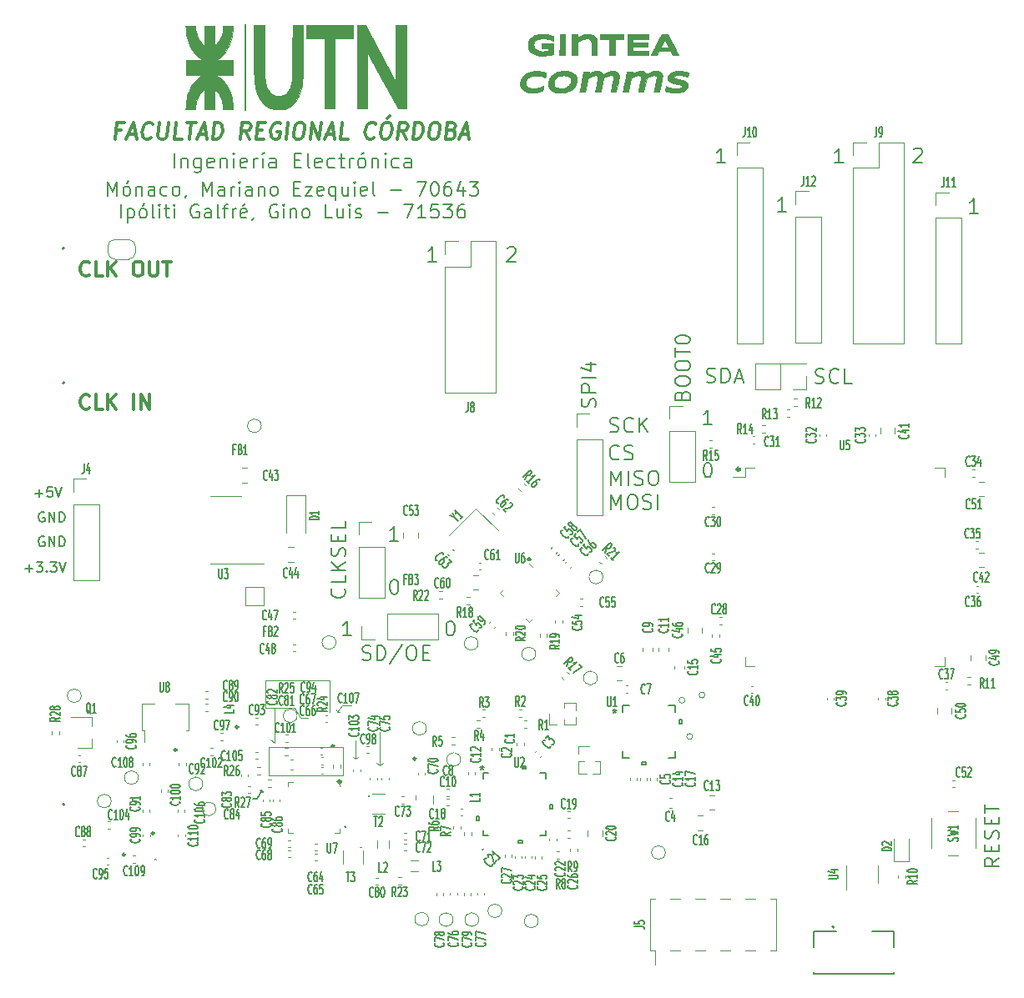
<source format=gto>
G04 #@! TF.GenerationSoftware,KiCad,Pcbnew,(5.1.8)-1*
G04 #@! TF.CreationDate,2021-09-06T17:51:37-03:00*
G04 #@! TF.ProjectId,Proyecto_Final,50726f79-6563-4746-9f5f-46696e616c2e,rev?*
G04 #@! TF.SameCoordinates,Original*
G04 #@! TF.FileFunction,Legend,Top*
G04 #@! TF.FilePolarity,Positive*
%FSLAX46Y46*%
G04 Gerber Fmt 4.6, Leading zero omitted, Abs format (unit mm)*
G04 Created by KiCad (PCBNEW (5.1.8)-1) date 2021-09-06 17:51:37*
%MOMM*%
%LPD*%
G01*
G04 APERTURE LIST*
%ADD10C,0.300000*%
%ADD11C,0.200000*%
%ADD12C,0.170000*%
%ADD13C,0.120000*%
%ADD14C,0.150000*%
%ADD15C,0.010000*%
%ADD16C,0.250000*%
%ADD17C,0.100000*%
%ADD18C,0.127000*%
%ADD19C,0.152400*%
%ADD20C,0.112000*%
%ADD21C,1.000000*%
%ADD22C,0.137000*%
%ADD23R,0.550000X0.300000*%
%ADD24R,1.200000X1.300000*%
%ADD25R,1.300000X1.200000*%
%ADD26R,0.300000X0.550000*%
%ADD27R,0.450000X0.245000*%
%ADD28R,0.275000X0.700000*%
%ADD29R,3.500000X1.500000*%
%ADD30O,1.700000X1.700000*%
%ADD31R,1.700000X1.700000*%
%ADD32C,0.550000*%
%ADD33R,1.900000X1.900000*%
%ADD34R,0.400000X1.350000*%
%ADD35C,1.000000*%
%ADD36R,1.000000X1.550000*%
%ADD37C,0.400000*%
%ADD38R,1.000000X3.150000*%
%ADD39C,6.400000*%
%ADD40C,0.800000*%
%ADD41R,2.000000X3.800000*%
%ADD42R,2.000000X1.500000*%
%ADD43R,0.812800X0.203200*%
%ADD44R,0.203200X0.812800*%
%ADD45R,4.597400X4.597400*%
%ADD46R,0.650000X1.060000*%
%ADD47R,0.900000X0.800000*%
%ADD48R,1.100000X1.100000*%
%ADD49R,0.330000X0.410000*%
%ADD50R,0.410000X0.330000*%
%ADD51R,1.500000X1.500000*%
%ADD52R,3.700000X3.700000*%
%ADD53R,0.960399X0.254800*%
%ADD54R,0.254800X0.960399*%
%ADD55R,3.352800X3.352800*%
%ADD56R,0.900000X1.300000*%
%ADD57O,1.000000X1.000000*%
%ADD58R,1.000000X1.000000*%
G04 APERTURE END LIST*
D10*
X76892857Y-79035714D02*
X76821428Y-79107142D01*
X76607142Y-79178571D01*
X76464285Y-79178571D01*
X76250000Y-79107142D01*
X76107142Y-78964285D01*
X76035714Y-78821428D01*
X75964285Y-78535714D01*
X75964285Y-78321428D01*
X76035714Y-78035714D01*
X76107142Y-77892857D01*
X76250000Y-77750000D01*
X76464285Y-77678571D01*
X76607142Y-77678571D01*
X76821428Y-77750000D01*
X76892857Y-77821428D01*
X78250000Y-79178571D02*
X77535714Y-79178571D01*
X77535714Y-77678571D01*
X78750000Y-79178571D02*
X78750000Y-77678571D01*
X79607142Y-79178571D02*
X78964285Y-78321428D01*
X79607142Y-77678571D02*
X78750000Y-78535714D01*
X81678571Y-77678571D02*
X81964285Y-77678571D01*
X82107142Y-77750000D01*
X82250000Y-77892857D01*
X82321428Y-78178571D01*
X82321428Y-78678571D01*
X82250000Y-78964285D01*
X82107142Y-79107142D01*
X81964285Y-79178571D01*
X81678571Y-79178571D01*
X81535714Y-79107142D01*
X81392857Y-78964285D01*
X81321428Y-78678571D01*
X81321428Y-78178571D01*
X81392857Y-77892857D01*
X81535714Y-77750000D01*
X81678571Y-77678571D01*
X82964285Y-77678571D02*
X82964285Y-78892857D01*
X83035714Y-79035714D01*
X83107142Y-79107142D01*
X83250000Y-79178571D01*
X83535714Y-79178571D01*
X83678571Y-79107142D01*
X83750000Y-79035714D01*
X83821428Y-78892857D01*
X83821428Y-77678571D01*
X84321428Y-77678571D02*
X85178571Y-77678571D01*
X84750000Y-79178571D02*
X84750000Y-77678571D01*
X76892857Y-92535714D02*
X76821428Y-92607142D01*
X76607142Y-92678571D01*
X76464285Y-92678571D01*
X76250000Y-92607142D01*
X76107142Y-92464285D01*
X76035714Y-92321428D01*
X75964285Y-92035714D01*
X75964285Y-91821428D01*
X76035714Y-91535714D01*
X76107142Y-91392857D01*
X76250000Y-91250000D01*
X76464285Y-91178571D01*
X76607142Y-91178571D01*
X76821428Y-91250000D01*
X76892857Y-91321428D01*
X78250000Y-92678571D02*
X77535714Y-92678571D01*
X77535714Y-91178571D01*
X78750000Y-92678571D02*
X78750000Y-91178571D01*
X79607142Y-92678571D02*
X78964285Y-91821428D01*
X79607142Y-91178571D02*
X78750000Y-92035714D01*
X81392857Y-92678571D02*
X81392857Y-91178571D01*
X82107142Y-92678571D02*
X82107142Y-91178571D01*
X82964285Y-92678571D01*
X82964285Y-91178571D01*
D11*
X107728571Y-109978571D02*
X107871428Y-109978571D01*
X108014285Y-110050000D01*
X108085714Y-110121428D01*
X108157142Y-110264285D01*
X108228571Y-110550000D01*
X108228571Y-110907142D01*
X108157142Y-111192857D01*
X108085714Y-111335714D01*
X108014285Y-111407142D01*
X107871428Y-111478571D01*
X107728571Y-111478571D01*
X107585714Y-111407142D01*
X107514285Y-111335714D01*
X107442857Y-111192857D01*
X107371428Y-110907142D01*
X107371428Y-110550000D01*
X107442857Y-110264285D01*
X107514285Y-110121428D01*
X107585714Y-110050000D01*
X107728571Y-109978571D01*
X108228571Y-106078571D02*
X107371428Y-106078571D01*
X107800000Y-106078571D02*
X107800000Y-104578571D01*
X107657142Y-104792857D01*
X107514285Y-104935714D01*
X107371428Y-105007142D01*
X102735714Y-110892857D02*
X102807142Y-110964285D01*
X102878571Y-111178571D01*
X102878571Y-111321428D01*
X102807142Y-111535714D01*
X102664285Y-111678571D01*
X102521428Y-111750000D01*
X102235714Y-111821428D01*
X102021428Y-111821428D01*
X101735714Y-111750000D01*
X101592857Y-111678571D01*
X101450000Y-111535714D01*
X101378571Y-111321428D01*
X101378571Y-111178571D01*
X101450000Y-110964285D01*
X101521428Y-110892857D01*
X102878571Y-109535714D02*
X102878571Y-110250000D01*
X101378571Y-110250000D01*
X102878571Y-109035714D02*
X101378571Y-109035714D01*
X102878571Y-108178571D02*
X102021428Y-108821428D01*
X101378571Y-108178571D02*
X102235714Y-109035714D01*
X102807142Y-107607142D02*
X102878571Y-107392857D01*
X102878571Y-107035714D01*
X102807142Y-106892857D01*
X102735714Y-106821428D01*
X102592857Y-106750000D01*
X102450000Y-106750000D01*
X102307142Y-106821428D01*
X102235714Y-106892857D01*
X102164285Y-107035714D01*
X102092857Y-107321428D01*
X102021428Y-107464285D01*
X101950000Y-107535714D01*
X101807142Y-107607142D01*
X101664285Y-107607142D01*
X101521428Y-107535714D01*
X101450000Y-107464285D01*
X101378571Y-107321428D01*
X101378571Y-106964285D01*
X101450000Y-106750000D01*
X102092857Y-106107142D02*
X102092857Y-105607142D01*
X102878571Y-105392857D02*
X102878571Y-106107142D01*
X101378571Y-106107142D01*
X101378571Y-105392857D01*
X102878571Y-104035714D02*
X102878571Y-104750000D01*
X101378571Y-104750000D01*
D12*
X78766666Y-70998333D02*
X78766666Y-69598333D01*
X79233333Y-70598333D01*
X79700000Y-69598333D01*
X79700000Y-70998333D01*
X80566666Y-70998333D02*
X80433333Y-70931666D01*
X80366666Y-70865000D01*
X80300000Y-70731666D01*
X80300000Y-70331666D01*
X80366666Y-70198333D01*
X80433333Y-70131666D01*
X80566666Y-70065000D01*
X80766666Y-70065000D01*
X80900000Y-70131666D01*
X80966666Y-70198333D01*
X81033333Y-70331666D01*
X81033333Y-70731666D01*
X80966666Y-70865000D01*
X80900000Y-70931666D01*
X80766666Y-70998333D01*
X80566666Y-70998333D01*
X80833333Y-69531666D02*
X80633333Y-69731666D01*
X81633333Y-70065000D02*
X81633333Y-70998333D01*
X81633333Y-70198333D02*
X81700000Y-70131666D01*
X81833333Y-70065000D01*
X82033333Y-70065000D01*
X82166666Y-70131666D01*
X82233333Y-70265000D01*
X82233333Y-70998333D01*
X83500000Y-70998333D02*
X83500000Y-70265000D01*
X83433333Y-70131666D01*
X83300000Y-70065000D01*
X83033333Y-70065000D01*
X82900000Y-70131666D01*
X83500000Y-70931666D02*
X83366666Y-70998333D01*
X83033333Y-70998333D01*
X82900000Y-70931666D01*
X82833333Y-70798333D01*
X82833333Y-70665000D01*
X82900000Y-70531666D01*
X83033333Y-70465000D01*
X83366666Y-70465000D01*
X83500000Y-70398333D01*
X84766666Y-70931666D02*
X84633333Y-70998333D01*
X84366666Y-70998333D01*
X84233333Y-70931666D01*
X84166666Y-70865000D01*
X84100000Y-70731666D01*
X84100000Y-70331666D01*
X84166666Y-70198333D01*
X84233333Y-70131666D01*
X84366666Y-70065000D01*
X84633333Y-70065000D01*
X84766666Y-70131666D01*
X85566666Y-70998333D02*
X85433333Y-70931666D01*
X85366666Y-70865000D01*
X85300000Y-70731666D01*
X85300000Y-70331666D01*
X85366666Y-70198333D01*
X85433333Y-70131666D01*
X85566666Y-70065000D01*
X85766666Y-70065000D01*
X85900000Y-70131666D01*
X85966666Y-70198333D01*
X86033333Y-70331666D01*
X86033333Y-70731666D01*
X85966666Y-70865000D01*
X85900000Y-70931666D01*
X85766666Y-70998333D01*
X85566666Y-70998333D01*
X86700000Y-70931666D02*
X86700000Y-70998333D01*
X86633333Y-71131666D01*
X86566666Y-71198333D01*
X88366666Y-70998333D02*
X88366666Y-69598333D01*
X88833333Y-70598333D01*
X89300000Y-69598333D01*
X89300000Y-70998333D01*
X90566666Y-70998333D02*
X90566666Y-70265000D01*
X90500000Y-70131666D01*
X90366666Y-70065000D01*
X90100000Y-70065000D01*
X89966666Y-70131666D01*
X90566666Y-70931666D02*
X90433333Y-70998333D01*
X90100000Y-70998333D01*
X89966666Y-70931666D01*
X89900000Y-70798333D01*
X89900000Y-70665000D01*
X89966666Y-70531666D01*
X90100000Y-70465000D01*
X90433333Y-70465000D01*
X90566666Y-70398333D01*
X91233333Y-70998333D02*
X91233333Y-70065000D01*
X91233333Y-70331666D02*
X91300000Y-70198333D01*
X91366666Y-70131666D01*
X91500000Y-70065000D01*
X91633333Y-70065000D01*
X92100000Y-70998333D02*
X92100000Y-70065000D01*
X92100000Y-69598333D02*
X92033333Y-69665000D01*
X92100000Y-69731666D01*
X92166666Y-69665000D01*
X92100000Y-69598333D01*
X92100000Y-69731666D01*
X93366666Y-70998333D02*
X93366666Y-70265000D01*
X93299999Y-70131666D01*
X93166666Y-70065000D01*
X92899999Y-70065000D01*
X92766666Y-70131666D01*
X93366666Y-70931666D02*
X93233333Y-70998333D01*
X92899999Y-70998333D01*
X92766666Y-70931666D01*
X92699999Y-70798333D01*
X92699999Y-70665000D01*
X92766666Y-70531666D01*
X92899999Y-70465000D01*
X93233333Y-70465000D01*
X93366666Y-70398333D01*
X94033333Y-70065000D02*
X94033333Y-70998333D01*
X94033333Y-70198333D02*
X94099999Y-70131666D01*
X94233333Y-70065000D01*
X94433333Y-70065000D01*
X94566666Y-70131666D01*
X94633333Y-70265000D01*
X94633333Y-70998333D01*
X95499999Y-70998333D02*
X95366666Y-70931666D01*
X95299999Y-70865000D01*
X95233333Y-70731666D01*
X95233333Y-70331666D01*
X95299999Y-70198333D01*
X95366666Y-70131666D01*
X95499999Y-70065000D01*
X95699999Y-70065000D01*
X95833333Y-70131666D01*
X95899999Y-70198333D01*
X95966666Y-70331666D01*
X95966666Y-70731666D01*
X95899999Y-70865000D01*
X95833333Y-70931666D01*
X95699999Y-70998333D01*
X95499999Y-70998333D01*
X97633333Y-70265000D02*
X98100000Y-70265000D01*
X98300000Y-70998333D02*
X97633333Y-70998333D01*
X97633333Y-69598333D01*
X98300000Y-69598333D01*
X98766666Y-70065000D02*
X99500000Y-70065000D01*
X98766666Y-70998333D01*
X99500000Y-70998333D01*
X100566666Y-70931666D02*
X100433333Y-70998333D01*
X100166666Y-70998333D01*
X100033333Y-70931666D01*
X99966666Y-70798333D01*
X99966666Y-70265000D01*
X100033333Y-70131666D01*
X100166666Y-70065000D01*
X100433333Y-70065000D01*
X100566666Y-70131666D01*
X100633333Y-70265000D01*
X100633333Y-70398333D01*
X99966666Y-70531666D01*
X101833333Y-70065000D02*
X101833333Y-71465000D01*
X101833333Y-70931666D02*
X101700000Y-70998333D01*
X101433333Y-70998333D01*
X101300000Y-70931666D01*
X101233333Y-70865000D01*
X101166666Y-70731666D01*
X101166666Y-70331666D01*
X101233333Y-70198333D01*
X101300000Y-70131666D01*
X101433333Y-70065000D01*
X101700000Y-70065000D01*
X101833333Y-70131666D01*
X103100000Y-70065000D02*
X103100000Y-70998333D01*
X102500000Y-70065000D02*
X102500000Y-70798333D01*
X102566666Y-70931666D01*
X102700000Y-70998333D01*
X102900000Y-70998333D01*
X103033333Y-70931666D01*
X103100000Y-70865000D01*
X103766666Y-70998333D02*
X103766666Y-70065000D01*
X103766666Y-69598333D02*
X103700000Y-69665000D01*
X103766666Y-69731666D01*
X103833333Y-69665000D01*
X103766666Y-69598333D01*
X103766666Y-69731666D01*
X104966666Y-70931666D02*
X104833333Y-70998333D01*
X104566666Y-70998333D01*
X104433333Y-70931666D01*
X104366666Y-70798333D01*
X104366666Y-70265000D01*
X104433333Y-70131666D01*
X104566666Y-70065000D01*
X104833333Y-70065000D01*
X104966666Y-70131666D01*
X105033333Y-70265000D01*
X105033333Y-70398333D01*
X104366666Y-70531666D01*
X105833333Y-70998333D02*
X105700000Y-70931666D01*
X105633333Y-70798333D01*
X105633333Y-69598333D01*
X107433333Y-70465000D02*
X108500000Y-70465000D01*
X110100000Y-69598333D02*
X111033333Y-69598333D01*
X110433333Y-70998333D01*
X111833333Y-69598333D02*
X111966666Y-69598333D01*
X112100000Y-69665000D01*
X112166666Y-69731666D01*
X112233333Y-69865000D01*
X112300000Y-70131666D01*
X112300000Y-70465000D01*
X112233333Y-70731666D01*
X112166666Y-70865000D01*
X112100000Y-70931666D01*
X111966666Y-70998333D01*
X111833333Y-70998333D01*
X111700000Y-70931666D01*
X111633333Y-70865000D01*
X111566666Y-70731666D01*
X111500000Y-70465000D01*
X111500000Y-70131666D01*
X111566666Y-69865000D01*
X111633333Y-69731666D01*
X111700000Y-69665000D01*
X111833333Y-69598333D01*
X113500000Y-69598333D02*
X113233333Y-69598333D01*
X113100000Y-69665000D01*
X113033333Y-69731666D01*
X112900000Y-69931666D01*
X112833333Y-70198333D01*
X112833333Y-70731666D01*
X112900000Y-70865000D01*
X112966666Y-70931666D01*
X113100000Y-70998333D01*
X113366666Y-70998333D01*
X113500000Y-70931666D01*
X113566666Y-70865000D01*
X113633333Y-70731666D01*
X113633333Y-70398333D01*
X113566666Y-70265000D01*
X113500000Y-70198333D01*
X113366666Y-70131666D01*
X113100000Y-70131666D01*
X112966666Y-70198333D01*
X112900000Y-70265000D01*
X112833333Y-70398333D01*
X114833333Y-70065000D02*
X114833333Y-70998333D01*
X114500000Y-69531666D02*
X114166666Y-70531666D01*
X115033333Y-70531666D01*
X115433333Y-69598333D02*
X116300000Y-69598333D01*
X115833333Y-70131666D01*
X116033333Y-70131666D01*
X116166666Y-70198333D01*
X116233333Y-70265000D01*
X116300000Y-70398333D01*
X116300000Y-70731666D01*
X116233333Y-70865000D01*
X116166666Y-70931666D01*
X116033333Y-70998333D01*
X115633333Y-70998333D01*
X115500000Y-70931666D01*
X115433333Y-70865000D01*
X80066666Y-73268333D02*
X80066666Y-71868333D01*
X80733333Y-72335000D02*
X80733333Y-73735000D01*
X80733333Y-72401666D02*
X80866666Y-72335000D01*
X81133333Y-72335000D01*
X81266666Y-72401666D01*
X81333333Y-72468333D01*
X81400000Y-72601666D01*
X81400000Y-73001666D01*
X81333333Y-73135000D01*
X81266666Y-73201666D01*
X81133333Y-73268333D01*
X80866666Y-73268333D01*
X80733333Y-73201666D01*
X82200000Y-73268333D02*
X82066666Y-73201666D01*
X82000000Y-73135000D01*
X81933333Y-73001666D01*
X81933333Y-72601666D01*
X82000000Y-72468333D01*
X82066666Y-72401666D01*
X82200000Y-72335000D01*
X82400000Y-72335000D01*
X82533333Y-72401666D01*
X82600000Y-72468333D01*
X82666666Y-72601666D01*
X82666666Y-73001666D01*
X82600000Y-73135000D01*
X82533333Y-73201666D01*
X82400000Y-73268333D01*
X82200000Y-73268333D01*
X82466666Y-71801666D02*
X82266666Y-72001666D01*
X83466666Y-73268333D02*
X83333333Y-73201666D01*
X83266666Y-73068333D01*
X83266666Y-71868333D01*
X84000000Y-73268333D02*
X84000000Y-72335000D01*
X84000000Y-71868333D02*
X83933333Y-71935000D01*
X84000000Y-72001666D01*
X84066666Y-71935000D01*
X84000000Y-71868333D01*
X84000000Y-72001666D01*
X84466666Y-72335000D02*
X85000000Y-72335000D01*
X84666666Y-71868333D02*
X84666666Y-73068333D01*
X84733333Y-73201666D01*
X84866666Y-73268333D01*
X85000000Y-73268333D01*
X85466666Y-73268333D02*
X85466666Y-72335000D01*
X85466666Y-71868333D02*
X85400000Y-71935000D01*
X85466666Y-72001666D01*
X85533333Y-71935000D01*
X85466666Y-71868333D01*
X85466666Y-72001666D01*
X87933333Y-71935000D02*
X87800000Y-71868333D01*
X87600000Y-71868333D01*
X87400000Y-71935000D01*
X87266666Y-72068333D01*
X87200000Y-72201666D01*
X87133333Y-72468333D01*
X87133333Y-72668333D01*
X87200000Y-72935000D01*
X87266666Y-73068333D01*
X87400000Y-73201666D01*
X87600000Y-73268333D01*
X87733333Y-73268333D01*
X87933333Y-73201666D01*
X88000000Y-73135000D01*
X88000000Y-72668333D01*
X87733333Y-72668333D01*
X89200000Y-73268333D02*
X89200000Y-72535000D01*
X89133333Y-72401666D01*
X89000000Y-72335000D01*
X88733333Y-72335000D01*
X88600000Y-72401666D01*
X89200000Y-73201666D02*
X89066666Y-73268333D01*
X88733333Y-73268333D01*
X88600000Y-73201666D01*
X88533333Y-73068333D01*
X88533333Y-72935000D01*
X88600000Y-72801666D01*
X88733333Y-72735000D01*
X89066666Y-72735000D01*
X89200000Y-72668333D01*
X90066666Y-73268333D02*
X89933333Y-73201666D01*
X89866666Y-73068333D01*
X89866666Y-71868333D01*
X90400000Y-72335000D02*
X90933333Y-72335000D01*
X90600000Y-73268333D02*
X90600000Y-72068333D01*
X90666666Y-71935000D01*
X90800000Y-71868333D01*
X90933333Y-71868333D01*
X91400000Y-73268333D02*
X91400000Y-72335000D01*
X91400000Y-72601666D02*
X91466666Y-72468333D01*
X91533333Y-72401666D01*
X91666666Y-72335000D01*
X91800000Y-72335000D01*
X92800000Y-73201666D02*
X92666666Y-73268333D01*
X92400000Y-73268333D01*
X92266666Y-73201666D01*
X92200000Y-73068333D01*
X92200000Y-72535000D01*
X92266666Y-72401666D01*
X92400000Y-72335000D01*
X92666666Y-72335000D01*
X92800000Y-72401666D01*
X92866666Y-72535000D01*
X92866666Y-72668333D01*
X92200000Y-72801666D01*
X92666666Y-71801666D02*
X92466666Y-72001666D01*
X93533333Y-73201666D02*
X93533333Y-73268333D01*
X93466666Y-73401666D01*
X93400000Y-73468333D01*
X95933333Y-71935000D02*
X95800000Y-71868333D01*
X95600000Y-71868333D01*
X95400000Y-71935000D01*
X95266666Y-72068333D01*
X95200000Y-72201666D01*
X95133333Y-72468333D01*
X95133333Y-72668333D01*
X95200000Y-72935000D01*
X95266666Y-73068333D01*
X95400000Y-73201666D01*
X95600000Y-73268333D01*
X95733333Y-73268333D01*
X95933333Y-73201666D01*
X96000000Y-73135000D01*
X96000000Y-72668333D01*
X95733333Y-72668333D01*
X96600000Y-73268333D02*
X96600000Y-72335000D01*
X96600000Y-71868333D02*
X96533333Y-71935000D01*
X96600000Y-72001666D01*
X96666666Y-71935000D01*
X96600000Y-71868333D01*
X96600000Y-72001666D01*
X97266666Y-72335000D02*
X97266666Y-73268333D01*
X97266666Y-72468333D02*
X97333333Y-72401666D01*
X97466666Y-72335000D01*
X97666666Y-72335000D01*
X97800000Y-72401666D01*
X97866666Y-72535000D01*
X97866666Y-73268333D01*
X98733333Y-73268333D02*
X98600000Y-73201666D01*
X98533333Y-73135000D01*
X98466666Y-73001666D01*
X98466666Y-72601666D01*
X98533333Y-72468333D01*
X98600000Y-72401666D01*
X98733333Y-72335000D01*
X98933333Y-72335000D01*
X99066666Y-72401666D01*
X99133333Y-72468333D01*
X99200000Y-72601666D01*
X99200000Y-73001666D01*
X99133333Y-73135000D01*
X99066666Y-73201666D01*
X98933333Y-73268333D01*
X98733333Y-73268333D01*
X101533333Y-73268333D02*
X100866666Y-73268333D01*
X100866666Y-71868333D01*
X102600000Y-72335000D02*
X102600000Y-73268333D01*
X102000000Y-72335000D02*
X102000000Y-73068333D01*
X102066666Y-73201666D01*
X102200000Y-73268333D01*
X102400000Y-73268333D01*
X102533333Y-73201666D01*
X102600000Y-73135000D01*
X103266666Y-73268333D02*
X103266666Y-72335000D01*
X103266666Y-71868333D02*
X103200000Y-71935000D01*
X103266666Y-72001666D01*
X103333333Y-71935000D01*
X103266666Y-71868333D01*
X103266666Y-72001666D01*
X103866666Y-73201666D02*
X104000000Y-73268333D01*
X104266666Y-73268333D01*
X104400000Y-73201666D01*
X104466666Y-73068333D01*
X104466666Y-73001666D01*
X104400000Y-72868333D01*
X104266666Y-72801666D01*
X104066666Y-72801666D01*
X103933333Y-72735000D01*
X103866666Y-72601666D01*
X103866666Y-72535000D01*
X103933333Y-72401666D01*
X104066666Y-72335000D01*
X104266666Y-72335000D01*
X104400000Y-72401666D01*
X106133333Y-72735000D02*
X107200000Y-72735000D01*
X108800000Y-71868333D02*
X109733333Y-71868333D01*
X109133333Y-73268333D01*
X111000000Y-73268333D02*
X110200000Y-73268333D01*
X110600000Y-73268333D02*
X110600000Y-71868333D01*
X110466666Y-72068333D01*
X110333333Y-72201666D01*
X110200000Y-72268333D01*
X112266666Y-71868333D02*
X111600000Y-71868333D01*
X111533333Y-72535000D01*
X111600000Y-72468333D01*
X111733333Y-72401666D01*
X112066666Y-72401666D01*
X112200000Y-72468333D01*
X112266666Y-72535000D01*
X112333333Y-72668333D01*
X112333333Y-73001666D01*
X112266666Y-73135000D01*
X112200000Y-73201666D01*
X112066666Y-73268333D01*
X111733333Y-73268333D01*
X111600000Y-73201666D01*
X111533333Y-73135000D01*
X112800000Y-71868333D02*
X113666666Y-71868333D01*
X113200000Y-72401666D01*
X113400000Y-72401666D01*
X113533333Y-72468333D01*
X113600000Y-72535000D01*
X113666666Y-72668333D01*
X113666666Y-73001666D01*
X113600000Y-73135000D01*
X113533333Y-73201666D01*
X113400000Y-73268333D01*
X113000000Y-73268333D01*
X112866666Y-73201666D01*
X112800000Y-73135000D01*
X114866666Y-71868333D02*
X114600000Y-71868333D01*
X114466666Y-71935000D01*
X114400000Y-72001666D01*
X114266666Y-72201666D01*
X114200000Y-72468333D01*
X114200000Y-73001666D01*
X114266666Y-73135000D01*
X114333333Y-73201666D01*
X114466666Y-73268333D01*
X114733333Y-73268333D01*
X114866666Y-73201666D01*
X114933333Y-73135000D01*
X115000000Y-73001666D01*
X115000000Y-72668333D01*
X114933333Y-72535000D01*
X114866666Y-72468333D01*
X114733333Y-72401666D01*
X114466666Y-72401666D01*
X114333333Y-72468333D01*
X114266666Y-72535000D01*
X114200000Y-72668333D01*
D11*
X85464285Y-68178571D02*
X85464285Y-66678571D01*
X86178571Y-67178571D02*
X86178571Y-68178571D01*
X86178571Y-67321428D02*
X86250000Y-67250000D01*
X86392857Y-67178571D01*
X86607142Y-67178571D01*
X86750000Y-67250000D01*
X86821428Y-67392857D01*
X86821428Y-68178571D01*
X88178571Y-67178571D02*
X88178571Y-68392857D01*
X88107142Y-68535714D01*
X88035714Y-68607142D01*
X87892857Y-68678571D01*
X87678571Y-68678571D01*
X87535714Y-68607142D01*
X88178571Y-68107142D02*
X88035714Y-68178571D01*
X87750000Y-68178571D01*
X87607142Y-68107142D01*
X87535714Y-68035714D01*
X87464285Y-67892857D01*
X87464285Y-67464285D01*
X87535714Y-67321428D01*
X87607142Y-67250000D01*
X87750000Y-67178571D01*
X88035714Y-67178571D01*
X88178571Y-67250000D01*
X89464285Y-68107142D02*
X89321428Y-68178571D01*
X89035714Y-68178571D01*
X88892857Y-68107142D01*
X88821428Y-67964285D01*
X88821428Y-67392857D01*
X88892857Y-67250000D01*
X89035714Y-67178571D01*
X89321428Y-67178571D01*
X89464285Y-67250000D01*
X89535714Y-67392857D01*
X89535714Y-67535714D01*
X88821428Y-67678571D01*
X90178571Y-67178571D02*
X90178571Y-68178571D01*
X90178571Y-67321428D02*
X90250000Y-67250000D01*
X90392857Y-67178571D01*
X90607142Y-67178571D01*
X90750000Y-67250000D01*
X90821428Y-67392857D01*
X90821428Y-68178571D01*
X91535714Y-68178571D02*
X91535714Y-67178571D01*
X91535714Y-66678571D02*
X91464285Y-66750000D01*
X91535714Y-66821428D01*
X91607142Y-66750000D01*
X91535714Y-66678571D01*
X91535714Y-66821428D01*
X92821428Y-68107142D02*
X92678571Y-68178571D01*
X92392857Y-68178571D01*
X92250000Y-68107142D01*
X92178571Y-67964285D01*
X92178571Y-67392857D01*
X92250000Y-67250000D01*
X92392857Y-67178571D01*
X92678571Y-67178571D01*
X92821428Y-67250000D01*
X92892857Y-67392857D01*
X92892857Y-67535714D01*
X92178571Y-67678571D01*
X93535714Y-68178571D02*
X93535714Y-67178571D01*
X93535714Y-67464285D02*
X93607142Y-67321428D01*
X93678571Y-67250000D01*
X93821428Y-67178571D01*
X93964285Y-67178571D01*
X94464285Y-68178571D02*
X94464285Y-67178571D01*
X94607142Y-66607142D02*
X94392857Y-66821428D01*
X95821428Y-68178571D02*
X95821428Y-67392857D01*
X95750000Y-67250000D01*
X95607142Y-67178571D01*
X95321428Y-67178571D01*
X95178571Y-67250000D01*
X95821428Y-68107142D02*
X95678571Y-68178571D01*
X95321428Y-68178571D01*
X95178571Y-68107142D01*
X95107142Y-67964285D01*
X95107142Y-67821428D01*
X95178571Y-67678571D01*
X95321428Y-67607142D01*
X95678571Y-67607142D01*
X95821428Y-67535714D01*
X97678571Y-67392857D02*
X98178571Y-67392857D01*
X98392857Y-68178571D02*
X97678571Y-68178571D01*
X97678571Y-66678571D01*
X98392857Y-66678571D01*
X99249999Y-68178571D02*
X99107142Y-68107142D01*
X99035714Y-67964285D01*
X99035714Y-66678571D01*
X100392857Y-68107142D02*
X100249999Y-68178571D01*
X99964285Y-68178571D01*
X99821428Y-68107142D01*
X99749999Y-67964285D01*
X99749999Y-67392857D01*
X99821428Y-67250000D01*
X99964285Y-67178571D01*
X100249999Y-67178571D01*
X100392857Y-67250000D01*
X100464285Y-67392857D01*
X100464285Y-67535714D01*
X99749999Y-67678571D01*
X101749999Y-68107142D02*
X101607142Y-68178571D01*
X101321428Y-68178571D01*
X101178571Y-68107142D01*
X101107142Y-68035714D01*
X101035714Y-67892857D01*
X101035714Y-67464285D01*
X101107142Y-67321428D01*
X101178571Y-67250000D01*
X101321428Y-67178571D01*
X101607142Y-67178571D01*
X101749999Y-67250000D01*
X102178571Y-67178571D02*
X102749999Y-67178571D01*
X102392857Y-66678571D02*
X102392857Y-67964285D01*
X102464285Y-68107142D01*
X102607142Y-68178571D01*
X102749999Y-68178571D01*
X103250000Y-68178571D02*
X103250000Y-67178571D01*
X103250000Y-67464285D02*
X103321428Y-67321428D01*
X103392857Y-67250000D01*
X103535714Y-67178571D01*
X103678571Y-67178571D01*
X104392857Y-68178571D02*
X104250000Y-68107142D01*
X104178571Y-68035714D01*
X104107142Y-67892857D01*
X104107142Y-67464285D01*
X104178571Y-67321428D01*
X104250000Y-67250000D01*
X104392857Y-67178571D01*
X104607142Y-67178571D01*
X104750000Y-67250000D01*
X104821428Y-67321428D01*
X104892857Y-67464285D01*
X104892857Y-67892857D01*
X104821428Y-68035714D01*
X104750000Y-68107142D01*
X104607142Y-68178571D01*
X104392857Y-68178571D01*
X104678571Y-66607142D02*
X104464285Y-66821428D01*
X105535714Y-67178571D02*
X105535714Y-68178571D01*
X105535714Y-67321428D02*
X105607142Y-67250000D01*
X105750000Y-67178571D01*
X105964285Y-67178571D01*
X106107142Y-67250000D01*
X106178571Y-67392857D01*
X106178571Y-68178571D01*
X106892857Y-68178571D02*
X106892857Y-67178571D01*
X106892857Y-66678571D02*
X106821428Y-66750000D01*
X106892857Y-66821428D01*
X106964285Y-66750000D01*
X106892857Y-66678571D01*
X106892857Y-66821428D01*
X108250000Y-68107142D02*
X108107142Y-68178571D01*
X107821428Y-68178571D01*
X107678571Y-68107142D01*
X107607142Y-68035714D01*
X107535714Y-67892857D01*
X107535714Y-67464285D01*
X107607142Y-67321428D01*
X107678571Y-67250000D01*
X107821428Y-67178571D01*
X108107142Y-67178571D01*
X108250000Y-67250000D01*
X109535714Y-68178571D02*
X109535714Y-67392857D01*
X109464285Y-67250000D01*
X109321428Y-67178571D01*
X109035714Y-67178571D01*
X108892857Y-67250000D01*
X109535714Y-68107142D02*
X109392857Y-68178571D01*
X109035714Y-68178571D01*
X108892857Y-68107142D01*
X108821428Y-67964285D01*
X108821428Y-67821428D01*
X108892857Y-67678571D01*
X109035714Y-67607142D01*
X109392857Y-67607142D01*
X109535714Y-67535714D01*
D10*
X80104345Y-64378571D02*
X79571011Y-64378571D01*
X79459702Y-65269047D02*
X79672202Y-63569047D01*
X80434107Y-63569047D01*
X80815654Y-64783333D02*
X81577559Y-64783333D01*
X80602559Y-65269047D02*
X81348392Y-63569047D01*
X81669226Y-65269047D01*
X83137083Y-65107142D02*
X83050773Y-65188095D01*
X82812083Y-65269047D01*
X82659702Y-65269047D01*
X82441250Y-65188095D01*
X82309107Y-65026190D01*
X82253154Y-64864285D01*
X82217440Y-64540476D01*
X82247797Y-64297619D01*
X82364464Y-63973809D01*
X82460892Y-63811904D01*
X82633511Y-63650000D01*
X82872202Y-63569047D01*
X83024583Y-63569047D01*
X83243035Y-63650000D01*
X83309107Y-63730952D01*
X84015059Y-63569047D02*
X83843035Y-64945238D01*
X83898988Y-65107142D01*
X83965059Y-65188095D01*
X84107321Y-65269047D01*
X84412083Y-65269047D01*
X84574583Y-65188095D01*
X84660892Y-65107142D01*
X84757321Y-64945238D01*
X84929345Y-63569047D01*
X86240654Y-65269047D02*
X85478750Y-65269047D01*
X85691250Y-63569047D01*
X86757916Y-63569047D02*
X87672202Y-63569047D01*
X87002559Y-65269047D02*
X87215059Y-63569047D01*
X87977559Y-64783333D02*
X88739464Y-64783333D01*
X87764464Y-65269047D02*
X88510297Y-63569047D01*
X88831130Y-65269047D01*
X89364464Y-65269047D02*
X89576964Y-63569047D01*
X89957916Y-63569047D01*
X90176369Y-63650000D01*
X90308511Y-63811904D01*
X90364464Y-63973809D01*
X90400178Y-64297619D01*
X90369821Y-64540476D01*
X90253154Y-64864285D01*
X90156726Y-65026190D01*
X89984107Y-65188095D01*
X89745416Y-65269047D01*
X89364464Y-65269047D01*
X93097797Y-65269047D02*
X92665654Y-64459523D01*
X92183511Y-65269047D02*
X92396011Y-63569047D01*
X93005535Y-63569047D01*
X93147797Y-63650000D01*
X93213869Y-63730952D01*
X93269821Y-63892857D01*
X93239464Y-64135714D01*
X93143035Y-64297619D01*
X93056726Y-64378571D01*
X92894226Y-64459523D01*
X92284702Y-64459523D01*
X93894821Y-64378571D02*
X94428154Y-64378571D01*
X94545416Y-65269047D02*
X93783511Y-65269047D01*
X93996011Y-63569047D01*
X94757916Y-63569047D01*
X96271607Y-63650000D02*
X96129345Y-63569047D01*
X95900773Y-63569047D01*
X95662083Y-63650000D01*
X95489464Y-63811904D01*
X95393035Y-63973809D01*
X95276369Y-64297619D01*
X95246011Y-64540476D01*
X95281726Y-64864285D01*
X95337678Y-65026190D01*
X95469821Y-65188095D01*
X95688273Y-65269047D01*
X95840654Y-65269047D01*
X96079345Y-65188095D01*
X96165654Y-65107142D01*
X96236488Y-64540476D01*
X95931726Y-64540476D01*
X96831130Y-65269047D02*
X97043630Y-63569047D01*
X98110297Y-63569047D02*
X98415059Y-63569047D01*
X98557321Y-63650000D01*
X98689464Y-63811904D01*
X98725178Y-64135714D01*
X98654345Y-64702380D01*
X98537678Y-65026190D01*
X98365059Y-65188095D01*
X98202559Y-65269047D01*
X97897797Y-65269047D01*
X97755535Y-65188095D01*
X97623392Y-65026190D01*
X97587678Y-64702380D01*
X97658511Y-64135714D01*
X97775178Y-63811904D01*
X97947797Y-63650000D01*
X98110297Y-63569047D01*
X99269226Y-65269047D02*
X99481726Y-63569047D01*
X100183511Y-65269047D01*
X100396011Y-63569047D01*
X100929940Y-64783333D02*
X101691845Y-64783333D01*
X100716845Y-65269047D02*
X101462678Y-63569047D01*
X101783511Y-65269047D01*
X103078750Y-65269047D02*
X102316845Y-65269047D01*
X102529345Y-63569047D01*
X105765654Y-65107142D02*
X105679345Y-65188095D01*
X105440654Y-65269047D01*
X105288273Y-65269047D01*
X105069821Y-65188095D01*
X104937678Y-65026190D01*
X104881726Y-64864285D01*
X104846011Y-64540476D01*
X104876369Y-64297619D01*
X104993035Y-63973809D01*
X105089464Y-63811904D01*
X105262083Y-63650000D01*
X105500773Y-63569047D01*
X105653154Y-63569047D01*
X105871607Y-63650000D01*
X105937678Y-63730952D01*
X106948392Y-63569047D02*
X107253154Y-63569047D01*
X107395416Y-63650000D01*
X107527559Y-63811904D01*
X107563273Y-64135714D01*
X107492440Y-64702380D01*
X107375773Y-65026190D01*
X107203154Y-65188095D01*
X107040654Y-65269047D01*
X106735892Y-65269047D01*
X106593630Y-65188095D01*
X106461488Y-65026190D01*
X106425773Y-64702380D01*
X106496607Y-64135714D01*
X106613273Y-63811904D01*
X106785892Y-63650000D01*
X106948392Y-63569047D01*
X107334107Y-62921428D02*
X107075178Y-63164285D01*
X109021607Y-65269047D02*
X108589464Y-64459523D01*
X108107321Y-65269047D02*
X108319821Y-63569047D01*
X108929345Y-63569047D01*
X109071607Y-63650000D01*
X109137678Y-63730952D01*
X109193630Y-63892857D01*
X109163273Y-64135714D01*
X109066845Y-64297619D01*
X108980535Y-64378571D01*
X108818035Y-64459523D01*
X108208511Y-64459523D01*
X109707321Y-65269047D02*
X109919821Y-63569047D01*
X110300773Y-63569047D01*
X110519226Y-63650000D01*
X110651369Y-63811904D01*
X110707321Y-63973809D01*
X110743035Y-64297619D01*
X110712678Y-64540476D01*
X110596011Y-64864285D01*
X110499583Y-65026190D01*
X110326964Y-65188095D01*
X110088273Y-65269047D01*
X109707321Y-65269047D01*
X111824583Y-63569047D02*
X112129345Y-63569047D01*
X112271607Y-63650000D01*
X112403750Y-63811904D01*
X112439464Y-64135714D01*
X112368630Y-64702380D01*
X112251964Y-65026190D01*
X112079345Y-65188095D01*
X111916845Y-65269047D01*
X111612083Y-65269047D01*
X111469821Y-65188095D01*
X111337678Y-65026190D01*
X111301964Y-64702380D01*
X111372797Y-64135714D01*
X111489464Y-63811904D01*
X111662083Y-63650000D01*
X111824583Y-63569047D01*
X113628154Y-64378571D02*
X113846607Y-64459523D01*
X113912678Y-64540476D01*
X113968630Y-64702380D01*
X113938273Y-64945238D01*
X113841845Y-65107142D01*
X113755535Y-65188095D01*
X113593035Y-65269047D01*
X112983511Y-65269047D01*
X113196011Y-63569047D01*
X113729345Y-63569047D01*
X113871607Y-63650000D01*
X113937678Y-63730952D01*
X113993630Y-63892857D01*
X113973392Y-64054761D01*
X113876964Y-64216666D01*
X113790654Y-64297619D01*
X113628154Y-64378571D01*
X113094821Y-64378571D01*
X114568035Y-64783333D02*
X115329940Y-64783333D01*
X114354940Y-65269047D02*
X115100773Y-63569047D01*
X115421607Y-65269047D01*
D11*
X169172571Y-138247071D02*
X168458285Y-138747071D01*
X169172571Y-139104214D02*
X167672571Y-139104214D01*
X167672571Y-138532785D01*
X167744000Y-138389928D01*
X167815428Y-138318500D01*
X167958285Y-138247071D01*
X168172571Y-138247071D01*
X168315428Y-138318500D01*
X168386857Y-138389928D01*
X168458285Y-138532785D01*
X168458285Y-139104214D01*
X168386857Y-137604214D02*
X168386857Y-137104214D01*
X169172571Y-136889928D02*
X169172571Y-137604214D01*
X167672571Y-137604214D01*
X167672571Y-136889928D01*
X169101142Y-136318500D02*
X169172571Y-136104214D01*
X169172571Y-135747071D01*
X169101142Y-135604214D01*
X169029714Y-135532785D01*
X168886857Y-135461357D01*
X168744000Y-135461357D01*
X168601142Y-135532785D01*
X168529714Y-135604214D01*
X168458285Y-135747071D01*
X168386857Y-136032785D01*
X168315428Y-136175642D01*
X168244000Y-136247071D01*
X168101142Y-136318500D01*
X167958285Y-136318500D01*
X167815428Y-136247071D01*
X167744000Y-136175642D01*
X167672571Y-136032785D01*
X167672571Y-135675642D01*
X167744000Y-135461357D01*
X168386857Y-134818500D02*
X168386857Y-134318500D01*
X169172571Y-134104214D02*
X169172571Y-134818500D01*
X167672571Y-134818500D01*
X167672571Y-134104214D01*
X167672571Y-133675642D02*
X167672571Y-132818500D01*
X169172571Y-133247071D02*
X167672571Y-133247071D01*
X167017571Y-72802571D02*
X166160428Y-72802571D01*
X166589000Y-72802571D02*
X166589000Y-71302571D01*
X166446142Y-71516857D01*
X166303285Y-71659714D01*
X166160428Y-71731142D01*
X160508928Y-66301928D02*
X160580357Y-66230500D01*
X160723214Y-66159071D01*
X161080357Y-66159071D01*
X161223214Y-66230500D01*
X161294642Y-66301928D01*
X161366071Y-66444785D01*
X161366071Y-66587642D01*
X161294642Y-66801928D01*
X160437500Y-67659071D01*
X161366071Y-67659071D01*
X153365071Y-67659071D02*
X152507928Y-67659071D01*
X152936500Y-67659071D02*
X152936500Y-66159071D01*
X152793642Y-66373357D01*
X152650785Y-66516214D01*
X152507928Y-66587642D01*
X147586571Y-72612071D02*
X146729428Y-72612071D01*
X147158000Y-72612071D02*
X147158000Y-71112071D01*
X147015142Y-71326357D01*
X146872285Y-71469214D01*
X146729428Y-71540642D01*
X141363571Y-67659071D02*
X140506428Y-67659071D01*
X140935000Y-67659071D02*
X140935000Y-66159071D01*
X140792142Y-66373357D01*
X140649285Y-66516214D01*
X140506428Y-66587642D01*
X119297428Y-76334928D02*
X119368857Y-76263500D01*
X119511714Y-76192071D01*
X119868857Y-76192071D01*
X120011714Y-76263500D01*
X120083142Y-76334928D01*
X120154571Y-76477785D01*
X120154571Y-76620642D01*
X120083142Y-76834928D01*
X119226000Y-77692071D01*
X120154571Y-77692071D01*
X112090071Y-77692071D02*
X111232928Y-77692071D01*
X111661500Y-77692071D02*
X111661500Y-76192071D01*
X111518642Y-76406357D01*
X111375785Y-76549214D01*
X111232928Y-76620642D01*
D13*
X102644500Y-126988000D02*
X95088000Y-126988000D01*
X102644500Y-129909000D02*
X102644500Y-126988000D01*
X95088000Y-129909000D02*
X102644500Y-129909000D01*
X95088000Y-126988000D02*
X95088000Y-129909000D01*
X102009500Y-123432000D02*
X102263500Y-123432000D01*
X102009500Y-123432000D02*
X101946000Y-123178000D01*
X102517500Y-122733500D02*
X102009500Y-123432000D01*
X103470000Y-122733500D02*
X102517500Y-122733500D01*
D11*
X104571428Y-118107142D02*
X104785714Y-118178571D01*
X105142857Y-118178571D01*
X105285714Y-118107142D01*
X105357142Y-118035714D01*
X105428571Y-117892857D01*
X105428571Y-117750000D01*
X105357142Y-117607142D01*
X105285714Y-117535714D01*
X105142857Y-117464285D01*
X104857142Y-117392857D01*
X104714285Y-117321428D01*
X104642857Y-117250000D01*
X104571428Y-117107142D01*
X104571428Y-116964285D01*
X104642857Y-116821428D01*
X104714285Y-116750000D01*
X104857142Y-116678571D01*
X105214285Y-116678571D01*
X105428571Y-116750000D01*
X106071428Y-118178571D02*
X106071428Y-116678571D01*
X106428571Y-116678571D01*
X106642857Y-116750000D01*
X106785714Y-116892857D01*
X106857142Y-117035714D01*
X106928571Y-117321428D01*
X106928571Y-117535714D01*
X106857142Y-117821428D01*
X106785714Y-117964285D01*
X106642857Y-118107142D01*
X106428571Y-118178571D01*
X106071428Y-118178571D01*
X108642857Y-116607142D02*
X107357142Y-118535714D01*
X109428571Y-116678571D02*
X109714285Y-116678571D01*
X109857142Y-116750000D01*
X110000000Y-116892857D01*
X110071428Y-117178571D01*
X110071428Y-117678571D01*
X110000000Y-117964285D01*
X109857142Y-118107142D01*
X109714285Y-118178571D01*
X109428571Y-118178571D01*
X109285714Y-118107142D01*
X109142857Y-117964285D01*
X109071428Y-117678571D01*
X109071428Y-117178571D01*
X109142857Y-116892857D01*
X109285714Y-116750000D01*
X109428571Y-116678571D01*
X110714285Y-117392857D02*
X111214285Y-117392857D01*
X111428571Y-118178571D02*
X110714285Y-118178571D01*
X110714285Y-116678571D01*
X111428571Y-116678571D01*
X113428571Y-114178571D02*
X113571428Y-114178571D01*
X113714285Y-114250000D01*
X113785714Y-114321428D01*
X113857142Y-114464285D01*
X113928571Y-114750000D01*
X113928571Y-115107142D01*
X113857142Y-115392857D01*
X113785714Y-115535714D01*
X113714285Y-115607142D01*
X113571428Y-115678571D01*
X113428571Y-115678571D01*
X113285714Y-115607142D01*
X113214285Y-115535714D01*
X113142857Y-115392857D01*
X113071428Y-115107142D01*
X113071428Y-114750000D01*
X113142857Y-114464285D01*
X113214285Y-114321428D01*
X113285714Y-114250000D01*
X113428571Y-114178571D01*
X103428571Y-115678571D02*
X102571428Y-115678571D01*
X103000000Y-115678571D02*
X103000000Y-114178571D01*
X102857142Y-114392857D01*
X102714285Y-114535714D01*
X102571428Y-114607142D01*
X139530071Y-98099571D02*
X139672928Y-98099571D01*
X139815785Y-98171000D01*
X139887214Y-98242428D01*
X139958642Y-98385285D01*
X140030071Y-98671000D01*
X140030071Y-99028142D01*
X139958642Y-99313857D01*
X139887214Y-99456714D01*
X139815785Y-99528142D01*
X139672928Y-99599571D01*
X139530071Y-99599571D01*
X139387214Y-99528142D01*
X139315785Y-99456714D01*
X139244357Y-99313857D01*
X139172928Y-99028142D01*
X139172928Y-98671000D01*
X139244357Y-98385285D01*
X139315785Y-98242428D01*
X139387214Y-98171000D01*
X139530071Y-98099571D01*
X140030071Y-94265571D02*
X139172928Y-94265571D01*
X139601500Y-94265571D02*
X139601500Y-92765571D01*
X139458642Y-92979857D01*
X139315785Y-93122714D01*
X139172928Y-93194142D01*
X128207142Y-92471500D02*
X128278571Y-92257214D01*
X128278571Y-91900071D01*
X128207142Y-91757214D01*
X128135714Y-91685785D01*
X127992857Y-91614357D01*
X127850000Y-91614357D01*
X127707142Y-91685785D01*
X127635714Y-91757214D01*
X127564285Y-91900071D01*
X127492857Y-92185785D01*
X127421428Y-92328642D01*
X127350000Y-92400071D01*
X127207142Y-92471500D01*
X127064285Y-92471500D01*
X126921428Y-92400071D01*
X126850000Y-92328642D01*
X126778571Y-92185785D01*
X126778571Y-91828642D01*
X126850000Y-91614357D01*
X128278571Y-90971500D02*
X126778571Y-90971500D01*
X126778571Y-90400071D01*
X126850000Y-90257214D01*
X126921428Y-90185785D01*
X127064285Y-90114357D01*
X127278571Y-90114357D01*
X127421428Y-90185785D01*
X127492857Y-90257214D01*
X127564285Y-90400071D01*
X127564285Y-90971500D01*
X128278571Y-89471500D02*
X126778571Y-89471500D01*
X127278571Y-88114357D02*
X128278571Y-88114357D01*
X126707142Y-88471500D02*
X127778571Y-88828642D01*
X127778571Y-87900071D01*
X129814857Y-102838071D02*
X129814857Y-101338071D01*
X130314857Y-102409500D01*
X130814857Y-101338071D01*
X130814857Y-102838071D01*
X131814857Y-101338071D02*
X132100571Y-101338071D01*
X132243428Y-101409500D01*
X132386285Y-101552357D01*
X132457714Y-101838071D01*
X132457714Y-102338071D01*
X132386285Y-102623785D01*
X132243428Y-102766642D01*
X132100571Y-102838071D01*
X131814857Y-102838071D01*
X131672000Y-102766642D01*
X131529142Y-102623785D01*
X131457714Y-102338071D01*
X131457714Y-101838071D01*
X131529142Y-101552357D01*
X131672000Y-101409500D01*
X131814857Y-101338071D01*
X133029142Y-102766642D02*
X133243428Y-102838071D01*
X133600571Y-102838071D01*
X133743428Y-102766642D01*
X133814857Y-102695214D01*
X133886285Y-102552357D01*
X133886285Y-102409500D01*
X133814857Y-102266642D01*
X133743428Y-102195214D01*
X133600571Y-102123785D01*
X133314857Y-102052357D01*
X133172000Y-101980928D01*
X133100571Y-101909500D01*
X133029142Y-101766642D01*
X133029142Y-101623785D01*
X133100571Y-101480928D01*
X133172000Y-101409500D01*
X133314857Y-101338071D01*
X133672000Y-101338071D01*
X133886285Y-101409500D01*
X134529142Y-102838071D02*
X134529142Y-101338071D01*
X129814857Y-100425071D02*
X129814857Y-98925071D01*
X130314857Y-99996500D01*
X130814857Y-98925071D01*
X130814857Y-100425071D01*
X131529142Y-100425071D02*
X131529142Y-98925071D01*
X132172000Y-100353642D02*
X132386285Y-100425071D01*
X132743428Y-100425071D01*
X132886285Y-100353642D01*
X132957714Y-100282214D01*
X133029142Y-100139357D01*
X133029142Y-99996500D01*
X132957714Y-99853642D01*
X132886285Y-99782214D01*
X132743428Y-99710785D01*
X132457714Y-99639357D01*
X132314857Y-99567928D01*
X132243428Y-99496500D01*
X132172000Y-99353642D01*
X132172000Y-99210785D01*
X132243428Y-99067928D01*
X132314857Y-98996500D01*
X132457714Y-98925071D01*
X132814857Y-98925071D01*
X133029142Y-98996500D01*
X133957714Y-98925071D02*
X134243428Y-98925071D01*
X134386285Y-98996500D01*
X134529142Y-99139357D01*
X134600571Y-99425071D01*
X134600571Y-99925071D01*
X134529142Y-100210785D01*
X134386285Y-100353642D01*
X134243428Y-100425071D01*
X133957714Y-100425071D01*
X133814857Y-100353642D01*
X133672000Y-100210785D01*
X133600571Y-99925071D01*
X133600571Y-99425071D01*
X133672000Y-99139357D01*
X133814857Y-98996500D01*
X133957714Y-98925071D01*
X130588500Y-97678714D02*
X130517071Y-97750142D01*
X130302785Y-97821571D01*
X130159928Y-97821571D01*
X129945642Y-97750142D01*
X129802785Y-97607285D01*
X129731357Y-97464428D01*
X129659928Y-97178714D01*
X129659928Y-96964428D01*
X129731357Y-96678714D01*
X129802785Y-96535857D01*
X129945642Y-96393000D01*
X130159928Y-96321571D01*
X130302785Y-96321571D01*
X130517071Y-96393000D01*
X130588500Y-96464428D01*
X131159928Y-97750142D02*
X131374214Y-97821571D01*
X131731357Y-97821571D01*
X131874214Y-97750142D01*
X131945642Y-97678714D01*
X132017071Y-97535857D01*
X132017071Y-97393000D01*
X131945642Y-97250142D01*
X131874214Y-97178714D01*
X131731357Y-97107285D01*
X131445642Y-97035857D01*
X131302785Y-96964428D01*
X131231357Y-96893000D01*
X131159928Y-96750142D01*
X131159928Y-96607285D01*
X131231357Y-96464428D01*
X131302785Y-96393000D01*
X131445642Y-96321571D01*
X131802785Y-96321571D01*
X132017071Y-96393000D01*
X129671928Y-94956142D02*
X129886214Y-95027571D01*
X130243357Y-95027571D01*
X130386214Y-94956142D01*
X130457642Y-94884714D01*
X130529071Y-94741857D01*
X130529071Y-94599000D01*
X130457642Y-94456142D01*
X130386214Y-94384714D01*
X130243357Y-94313285D01*
X129957642Y-94241857D01*
X129814785Y-94170428D01*
X129743357Y-94099000D01*
X129671928Y-93956142D01*
X129671928Y-93813285D01*
X129743357Y-93670428D01*
X129814785Y-93599000D01*
X129957642Y-93527571D01*
X130314785Y-93527571D01*
X130529071Y-93599000D01*
X132029071Y-94884714D02*
X131957642Y-94956142D01*
X131743357Y-95027571D01*
X131600500Y-95027571D01*
X131386214Y-94956142D01*
X131243357Y-94813285D01*
X131171928Y-94670428D01*
X131100500Y-94384714D01*
X131100500Y-94170428D01*
X131171928Y-93884714D01*
X131243357Y-93741857D01*
X131386214Y-93599000D01*
X131600500Y-93527571D01*
X131743357Y-93527571D01*
X131957642Y-93599000D01*
X132029071Y-93670428D01*
X132671928Y-95027571D02*
X132671928Y-93527571D01*
X133529071Y-95027571D02*
X132886214Y-94170428D01*
X133529071Y-93527571D02*
X132671928Y-94384714D01*
X137017857Y-91257000D02*
X137089285Y-91042714D01*
X137160714Y-90971285D01*
X137303571Y-90899857D01*
X137517857Y-90899857D01*
X137660714Y-90971285D01*
X137732142Y-91042714D01*
X137803571Y-91185571D01*
X137803571Y-91757000D01*
X136303571Y-91757000D01*
X136303571Y-91257000D01*
X136375000Y-91114142D01*
X136446428Y-91042714D01*
X136589285Y-90971285D01*
X136732142Y-90971285D01*
X136875000Y-91042714D01*
X136946428Y-91114142D01*
X137017857Y-91257000D01*
X137017857Y-91757000D01*
X136303571Y-89971285D02*
X136303571Y-89685571D01*
X136375000Y-89542714D01*
X136517857Y-89399857D01*
X136803571Y-89328428D01*
X137303571Y-89328428D01*
X137589285Y-89399857D01*
X137732142Y-89542714D01*
X137803571Y-89685571D01*
X137803571Y-89971285D01*
X137732142Y-90114142D01*
X137589285Y-90257000D01*
X137303571Y-90328428D01*
X136803571Y-90328428D01*
X136517857Y-90257000D01*
X136375000Y-90114142D01*
X136303571Y-89971285D01*
X136303571Y-88399857D02*
X136303571Y-88114142D01*
X136375000Y-87971285D01*
X136517857Y-87828428D01*
X136803571Y-87757000D01*
X137303571Y-87757000D01*
X137589285Y-87828428D01*
X137732142Y-87971285D01*
X137803571Y-88114142D01*
X137803571Y-88399857D01*
X137732142Y-88542714D01*
X137589285Y-88685571D01*
X137303571Y-88757000D01*
X136803571Y-88757000D01*
X136517857Y-88685571D01*
X136375000Y-88542714D01*
X136303571Y-88399857D01*
X136303571Y-87328428D02*
X136303571Y-86471285D01*
X137803571Y-86899857D02*
X136303571Y-86899857D01*
X136303571Y-85685571D02*
X136303571Y-85542714D01*
X136375000Y-85399857D01*
X136446428Y-85328428D01*
X136589285Y-85257000D01*
X136875000Y-85185571D01*
X137232142Y-85185571D01*
X137517857Y-85257000D01*
X137660714Y-85328428D01*
X137732142Y-85399857D01*
X137803571Y-85542714D01*
X137803571Y-85685571D01*
X137732142Y-85828428D01*
X137660714Y-85899857D01*
X137517857Y-85971285D01*
X137232142Y-86042714D01*
X136875000Y-86042714D01*
X136589285Y-85971285D01*
X136446428Y-85899857D01*
X136375000Y-85828428D01*
X136303571Y-85685571D01*
X139494571Y-89939642D02*
X139708857Y-90011071D01*
X140066000Y-90011071D01*
X140208857Y-89939642D01*
X140280285Y-89868214D01*
X140351714Y-89725357D01*
X140351714Y-89582500D01*
X140280285Y-89439642D01*
X140208857Y-89368214D01*
X140066000Y-89296785D01*
X139780285Y-89225357D01*
X139637428Y-89153928D01*
X139566000Y-89082500D01*
X139494571Y-88939642D01*
X139494571Y-88796785D01*
X139566000Y-88653928D01*
X139637428Y-88582500D01*
X139780285Y-88511071D01*
X140137428Y-88511071D01*
X140351714Y-88582500D01*
X140994571Y-90011071D02*
X140994571Y-88511071D01*
X141351714Y-88511071D01*
X141566000Y-88582500D01*
X141708857Y-88725357D01*
X141780285Y-88868214D01*
X141851714Y-89153928D01*
X141851714Y-89368214D01*
X141780285Y-89653928D01*
X141708857Y-89796785D01*
X141566000Y-89939642D01*
X141351714Y-90011071D01*
X140994571Y-90011071D01*
X142423142Y-89582500D02*
X143137428Y-89582500D01*
X142280285Y-90011071D02*
X142780285Y-88511071D01*
X143280285Y-90011071D01*
X150515785Y-90003142D02*
X150730071Y-90074571D01*
X151087214Y-90074571D01*
X151230071Y-90003142D01*
X151301500Y-89931714D01*
X151372928Y-89788857D01*
X151372928Y-89646000D01*
X151301500Y-89503142D01*
X151230071Y-89431714D01*
X151087214Y-89360285D01*
X150801500Y-89288857D01*
X150658642Y-89217428D01*
X150587214Y-89146000D01*
X150515785Y-89003142D01*
X150515785Y-88860285D01*
X150587214Y-88717428D01*
X150658642Y-88646000D01*
X150801500Y-88574571D01*
X151158642Y-88574571D01*
X151372928Y-88646000D01*
X152872928Y-89931714D02*
X152801500Y-90003142D01*
X152587214Y-90074571D01*
X152444357Y-90074571D01*
X152230071Y-90003142D01*
X152087214Y-89860285D01*
X152015785Y-89717428D01*
X151944357Y-89431714D01*
X151944357Y-89217428D01*
X152015785Y-88931714D01*
X152087214Y-88788857D01*
X152230071Y-88646000D01*
X152444357Y-88574571D01*
X152587214Y-88574571D01*
X152801500Y-88646000D01*
X152872928Y-88717428D01*
X154230071Y-90074571D02*
X153515785Y-90074571D01*
X153515785Y-88574571D01*
D10*
X121504000Y-107838714D02*
X121575428Y-107910142D01*
X121504000Y-107981571D01*
X121432571Y-107910142D01*
X121504000Y-107838714D01*
X121504000Y-107981571D01*
D14*
X102835000Y-135028642D02*
X102882619Y-135076261D01*
X102835000Y-135123880D01*
X102787380Y-135076261D01*
X102835000Y-135028642D01*
X102835000Y-135123880D01*
D13*
X106327500Y-128893000D02*
X106010000Y-128639000D01*
X106327500Y-128893000D02*
X106645000Y-128639000D01*
X106327500Y-125476000D02*
X106327500Y-128893000D01*
X103851000Y-128194500D02*
X103597000Y-128004000D01*
X103851000Y-128194500D02*
X104105000Y-128004000D01*
X103851000Y-126289500D02*
X103851000Y-128194500D01*
X95659500Y-126543500D02*
X95278500Y-126226000D01*
X95659500Y-122987500D02*
X95659500Y-126543500D01*
X101247500Y-120193500D02*
X96294500Y-120193500D01*
X101247500Y-123444000D02*
X101247500Y-120193500D01*
X98263000Y-124003500D02*
X99060000Y-124003500D01*
X97691500Y-122987500D02*
X98263000Y-124003500D01*
X94707000Y-122987500D02*
X97691500Y-122987500D01*
X94707000Y-120193500D02*
X94707000Y-122987500D01*
X96294500Y-120193500D02*
X94707000Y-120193500D01*
D14*
X94389500Y-131369500D02*
X94453000Y-131560000D01*
X94389500Y-131369500D02*
X94199000Y-131433000D01*
X93881500Y-132258500D02*
X94389500Y-131369500D01*
X93437000Y-132258500D02*
X93881500Y-132258500D01*
X72291595Y-105660000D02*
X72196357Y-105612380D01*
X72053500Y-105612380D01*
X71910642Y-105660000D01*
X71815404Y-105755238D01*
X71767785Y-105850476D01*
X71720166Y-106040952D01*
X71720166Y-106183809D01*
X71767785Y-106374285D01*
X71815404Y-106469523D01*
X71910642Y-106564761D01*
X72053500Y-106612380D01*
X72148738Y-106612380D01*
X72291595Y-106564761D01*
X72339214Y-106517142D01*
X72339214Y-106183809D01*
X72148738Y-106183809D01*
X72767785Y-106612380D02*
X72767785Y-105612380D01*
X73339214Y-106612380D01*
X73339214Y-105612380D01*
X73815404Y-106612380D02*
X73815404Y-105612380D01*
X74053500Y-105612380D01*
X74196357Y-105660000D01*
X74291595Y-105755238D01*
X74339214Y-105850476D01*
X74386833Y-106040952D01*
X74386833Y-106183809D01*
X74339214Y-106374285D01*
X74291595Y-106469523D01*
X74196357Y-106564761D01*
X74053500Y-106612380D01*
X73815404Y-106612380D01*
X72291595Y-103183500D02*
X72196357Y-103135880D01*
X72053500Y-103135880D01*
X71910642Y-103183500D01*
X71815404Y-103278738D01*
X71767785Y-103373976D01*
X71720166Y-103564452D01*
X71720166Y-103707309D01*
X71767785Y-103897785D01*
X71815404Y-103993023D01*
X71910642Y-104088261D01*
X72053500Y-104135880D01*
X72148738Y-104135880D01*
X72291595Y-104088261D01*
X72339214Y-104040642D01*
X72339214Y-103707309D01*
X72148738Y-103707309D01*
X72767785Y-104135880D02*
X72767785Y-103135880D01*
X73339214Y-104135880D01*
X73339214Y-103135880D01*
X73815404Y-104135880D02*
X73815404Y-103135880D01*
X74053500Y-103135880D01*
X74196357Y-103183500D01*
X74291595Y-103278738D01*
X74339214Y-103373976D01*
X74386833Y-103564452D01*
X74386833Y-103707309D01*
X74339214Y-103897785D01*
X74291595Y-103993023D01*
X74196357Y-104088261D01*
X74053500Y-104135880D01*
X73815404Y-104135880D01*
X70355000Y-108834928D02*
X71116904Y-108834928D01*
X70735952Y-109215880D02*
X70735952Y-108453976D01*
X71497857Y-108215880D02*
X72116904Y-108215880D01*
X71783571Y-108596833D01*
X71926428Y-108596833D01*
X72021666Y-108644452D01*
X72069285Y-108692071D01*
X72116904Y-108787309D01*
X72116904Y-109025404D01*
X72069285Y-109120642D01*
X72021666Y-109168261D01*
X71926428Y-109215880D01*
X71640714Y-109215880D01*
X71545476Y-109168261D01*
X71497857Y-109120642D01*
X72545476Y-109120642D02*
X72593095Y-109168261D01*
X72545476Y-109215880D01*
X72497857Y-109168261D01*
X72545476Y-109120642D01*
X72545476Y-109215880D01*
X72926428Y-108215880D02*
X73545476Y-108215880D01*
X73212142Y-108596833D01*
X73355000Y-108596833D01*
X73450238Y-108644452D01*
X73497857Y-108692071D01*
X73545476Y-108787309D01*
X73545476Y-109025404D01*
X73497857Y-109120642D01*
X73450238Y-109168261D01*
X73355000Y-109215880D01*
X73069285Y-109215880D01*
X72974047Y-109168261D01*
X72926428Y-109120642D01*
X73831190Y-108215880D02*
X74164523Y-109215880D01*
X74497857Y-108215880D01*
X71386785Y-101214928D02*
X72148690Y-101214928D01*
X71767738Y-101595880D02*
X71767738Y-100833976D01*
X73101071Y-100595880D02*
X72624880Y-100595880D01*
X72577261Y-101072071D01*
X72624880Y-101024452D01*
X72720119Y-100976833D01*
X72958214Y-100976833D01*
X73053452Y-101024452D01*
X73101071Y-101072071D01*
X73148690Y-101167309D01*
X73148690Y-101405404D01*
X73101071Y-101500642D01*
X73053452Y-101548261D01*
X72958214Y-101595880D01*
X72720119Y-101595880D01*
X72624880Y-101548261D01*
X72577261Y-101500642D01*
X73434404Y-100595880D02*
X73767738Y-101595880D01*
X74101071Y-100595880D01*
D10*
X142856684Y-98794000D02*
G75*
G03*
X142856684Y-98794000I-143684J0D01*
G01*
X102394484Y-130493200D02*
G75*
G03*
X102394484Y-130493200I-143684J0D01*
G01*
D15*
G36*
X122422624Y-58350015D02*
G01*
X122561879Y-58358018D01*
X122684502Y-58370692D01*
X122773365Y-58385967D01*
X122841103Y-58403201D01*
X122921151Y-58426718D01*
X123004833Y-58453601D01*
X123083476Y-58480931D01*
X123148405Y-58505789D01*
X123190946Y-58525258D01*
X123195726Y-58528071D01*
X123203986Y-58539525D01*
X123206548Y-58563412D01*
X123202951Y-58604771D01*
X123192733Y-58668641D01*
X123175433Y-58760061D01*
X123173662Y-58769055D01*
X123156804Y-58853609D01*
X123141886Y-58926784D01*
X123130302Y-58981853D01*
X123123448Y-59012090D01*
X123122637Y-59014982D01*
X123105416Y-59016592D01*
X123062775Y-59002107D01*
X122998315Y-58972889D01*
X122958434Y-58952874D01*
X122846429Y-58898521D01*
X122744228Y-58857552D01*
X122643781Y-58828251D01*
X122537042Y-58808901D01*
X122415963Y-58797787D01*
X122272496Y-58793191D01*
X122207866Y-58792794D01*
X122068366Y-58794127D01*
X121955308Y-58799234D01*
X121861362Y-58809379D01*
X121779197Y-58825828D01*
X121701482Y-58849845D01*
X121620888Y-58882694D01*
X121581333Y-58900881D01*
X121440630Y-58983489D01*
X121327290Y-59085872D01*
X121240729Y-59208679D01*
X121183706Y-59341915D01*
X121148425Y-59490986D01*
X121143223Y-59624684D01*
X121167947Y-59742701D01*
X121222443Y-59844726D01*
X121306559Y-59930449D01*
X121420143Y-59999560D01*
X121528471Y-60041539D01*
X121574704Y-60055082D01*
X121618769Y-60064944D01*
X121667160Y-60071666D01*
X121726368Y-60075783D01*
X121802884Y-60077835D01*
X121903201Y-60078359D01*
X121970800Y-60078191D01*
X122087451Y-60077344D01*
X122177572Y-60075388D01*
X122248497Y-60071632D01*
X122307558Y-60065381D01*
X122362091Y-60055942D01*
X122419427Y-60042623D01*
X122460344Y-60031912D01*
X122553852Y-60003590D01*
X122659812Y-59966507D01*
X122760385Y-59927053D01*
X122795454Y-59911884D01*
X122871400Y-59878876D01*
X122920872Y-59860215D01*
X122947544Y-59854819D01*
X122955090Y-59861604D01*
X122954432Y-59865030D01*
X122948022Y-59891569D01*
X122936412Y-59944109D01*
X122921153Y-60015469D01*
X122903801Y-60098463D01*
X122900730Y-60113334D01*
X122882544Y-60195876D01*
X122864848Y-60266189D01*
X122849459Y-60317699D01*
X122838195Y-60343830D01*
X122836591Y-60345436D01*
X122806059Y-60358987D01*
X122750396Y-60378473D01*
X122677323Y-60401609D01*
X122594565Y-60426110D01*
X122509842Y-60449692D01*
X122430879Y-60470070D01*
X122365396Y-60484958D01*
X122364252Y-60485189D01*
X122300316Y-60496105D01*
X122216992Y-60507574D01*
X122122817Y-60518727D01*
X122026325Y-60528695D01*
X121936053Y-60536608D01*
X121860536Y-60541597D01*
X121808311Y-60542793D01*
X121801467Y-60542504D01*
X121769682Y-60540099D01*
X121714238Y-60535495D01*
X121645205Y-60529537D01*
X121618478Y-60527179D01*
X121397045Y-60497065D01*
X121199588Y-60448428D01*
X121027575Y-60381820D01*
X120882477Y-60297790D01*
X120781880Y-60213556D01*
X120687610Y-60096137D01*
X120617887Y-59959927D01*
X120575059Y-59811709D01*
X120561471Y-59658265D01*
X120565619Y-59588400D01*
X120604140Y-59374647D01*
X120671102Y-59178711D01*
X120765690Y-59001349D01*
X120887090Y-58843320D01*
X121034484Y-58705383D01*
X121207059Y-58588295D01*
X121403998Y-58492815D01*
X121624487Y-58419702D01*
X121867710Y-58369712D01*
X121877667Y-58368239D01*
X121994258Y-58355794D01*
X122129895Y-58348726D01*
X122275656Y-58346858D01*
X122422624Y-58350015D01*
G37*
X122422624Y-58350015D02*
X122561879Y-58358018D01*
X122684502Y-58370692D01*
X122773365Y-58385967D01*
X122841103Y-58403201D01*
X122921151Y-58426718D01*
X123004833Y-58453601D01*
X123083476Y-58480931D01*
X123148405Y-58505789D01*
X123190946Y-58525258D01*
X123195726Y-58528071D01*
X123203986Y-58539525D01*
X123206548Y-58563412D01*
X123202951Y-58604771D01*
X123192733Y-58668641D01*
X123175433Y-58760061D01*
X123173662Y-58769055D01*
X123156804Y-58853609D01*
X123141886Y-58926784D01*
X123130302Y-58981853D01*
X123123448Y-59012090D01*
X123122637Y-59014982D01*
X123105416Y-59016592D01*
X123062775Y-59002107D01*
X122998315Y-58972889D01*
X122958434Y-58952874D01*
X122846429Y-58898521D01*
X122744228Y-58857552D01*
X122643781Y-58828251D01*
X122537042Y-58808901D01*
X122415963Y-58797787D01*
X122272496Y-58793191D01*
X122207866Y-58792794D01*
X122068366Y-58794127D01*
X121955308Y-58799234D01*
X121861362Y-58809379D01*
X121779197Y-58825828D01*
X121701482Y-58849845D01*
X121620888Y-58882694D01*
X121581333Y-58900881D01*
X121440630Y-58983489D01*
X121327290Y-59085872D01*
X121240729Y-59208679D01*
X121183706Y-59341915D01*
X121148425Y-59490986D01*
X121143223Y-59624684D01*
X121167947Y-59742701D01*
X121222443Y-59844726D01*
X121306559Y-59930449D01*
X121420143Y-59999560D01*
X121528471Y-60041539D01*
X121574704Y-60055082D01*
X121618769Y-60064944D01*
X121667160Y-60071666D01*
X121726368Y-60075783D01*
X121802884Y-60077835D01*
X121903201Y-60078359D01*
X121970800Y-60078191D01*
X122087451Y-60077344D01*
X122177572Y-60075388D01*
X122248497Y-60071632D01*
X122307558Y-60065381D01*
X122362091Y-60055942D01*
X122419427Y-60042623D01*
X122460344Y-60031912D01*
X122553852Y-60003590D01*
X122659812Y-59966507D01*
X122760385Y-59927053D01*
X122795454Y-59911884D01*
X122871400Y-59878876D01*
X122920872Y-59860215D01*
X122947544Y-59854819D01*
X122955090Y-59861604D01*
X122954432Y-59865030D01*
X122948022Y-59891569D01*
X122936412Y-59944109D01*
X122921153Y-60015469D01*
X122903801Y-60098463D01*
X122900730Y-60113334D01*
X122882544Y-60195876D01*
X122864848Y-60266189D01*
X122849459Y-60317699D01*
X122838195Y-60343830D01*
X122836591Y-60345436D01*
X122806059Y-60358987D01*
X122750396Y-60378473D01*
X122677323Y-60401609D01*
X122594565Y-60426110D01*
X122509842Y-60449692D01*
X122430879Y-60470070D01*
X122365396Y-60484958D01*
X122364252Y-60485189D01*
X122300316Y-60496105D01*
X122216992Y-60507574D01*
X122122817Y-60518727D01*
X122026325Y-60528695D01*
X121936053Y-60536608D01*
X121860536Y-60541597D01*
X121808311Y-60542793D01*
X121801467Y-60542504D01*
X121769682Y-60540099D01*
X121714238Y-60535495D01*
X121645205Y-60529537D01*
X121618478Y-60527179D01*
X121397045Y-60497065D01*
X121199588Y-60448428D01*
X121027575Y-60381820D01*
X120882477Y-60297790D01*
X120781880Y-60213556D01*
X120687610Y-60096137D01*
X120617887Y-59959927D01*
X120575059Y-59811709D01*
X120561471Y-59658265D01*
X120565619Y-59588400D01*
X120604140Y-59374647D01*
X120671102Y-59178711D01*
X120765690Y-59001349D01*
X120887090Y-58843320D01*
X121034484Y-58705383D01*
X121207059Y-58588295D01*
X121403998Y-58492815D01*
X121624487Y-58419702D01*
X121867710Y-58369712D01*
X121877667Y-58368239D01*
X121994258Y-58355794D01*
X122129895Y-58348726D01*
X122275656Y-58346858D01*
X122422624Y-58350015D01*
G36*
X125086533Y-58353045D02*
G01*
X125237557Y-58354513D01*
X125361315Y-58358840D01*
X125464356Y-58367005D01*
X125553230Y-58379988D01*
X125634486Y-58398767D01*
X125714671Y-58424322D01*
X125800337Y-58457633D01*
X125808407Y-58460990D01*
X125963035Y-58541296D01*
X126090581Y-58641645D01*
X126190808Y-58761807D01*
X126263481Y-58901549D01*
X126266895Y-58910380D01*
X126284334Y-58961538D01*
X126295644Y-59011254D01*
X126301993Y-59068974D01*
X126304549Y-59144142D01*
X126304689Y-59215867D01*
X126303423Y-59307081D01*
X126299457Y-59376096D01*
X126290898Y-59434571D01*
X126275858Y-59494165D01*
X126252446Y-59566537D01*
X126243720Y-59591868D01*
X126184437Y-59743000D01*
X126118058Y-59870625D01*
X126038745Y-59985083D01*
X125986607Y-60047166D01*
X125853665Y-60172769D01*
X125694219Y-60282631D01*
X125512786Y-60374603D01*
X125313881Y-60446534D01*
X125102020Y-60496277D01*
X125015530Y-60509368D01*
X124817776Y-60528689D01*
X124627843Y-60535745D01*
X124456488Y-60530196D01*
X124428428Y-60527831D01*
X124205285Y-60496614D01*
X124010250Y-60447093D01*
X123842710Y-60378909D01*
X123702052Y-60291705D01*
X123587663Y-60185122D01*
X123498929Y-60058801D01*
X123450910Y-59956273D01*
X123432211Y-59900192D01*
X123420675Y-59842385D01*
X123414820Y-59772076D01*
X123413169Y-59681534D01*
X123416935Y-59588400D01*
X123994700Y-59588400D01*
X124008754Y-59716386D01*
X124050865Y-59825508D01*
X124120834Y-59915452D01*
X124218462Y-59985902D01*
X124258644Y-60005681D01*
X124334882Y-60036899D01*
X124406330Y-60059066D01*
X124481044Y-60073372D01*
X124567073Y-60081010D01*
X124672472Y-60083171D01*
X124773267Y-60081822D01*
X124881034Y-60078710D01*
X124963186Y-60074195D01*
X125027973Y-60067255D01*
X125083644Y-60056865D01*
X125138449Y-60042002D01*
X125166864Y-60032980D01*
X125327080Y-59965685D01*
X125460743Y-59877417D01*
X125568102Y-59767905D01*
X125649405Y-59636883D01*
X125704898Y-59484081D01*
X125715682Y-59438135D01*
X125732672Y-59294948D01*
X125720527Y-59168450D01*
X125679854Y-59059136D01*
X125611263Y-58967503D01*
X125515362Y-58894043D01*
X125392758Y-58839254D01*
X125244061Y-58803629D01*
X125069878Y-58787664D01*
X124918096Y-58789112D01*
X124743822Y-58803925D01*
X124595838Y-58831746D01*
X124468397Y-58874597D01*
X124355754Y-58934501D01*
X124252162Y-59013481D01*
X124234018Y-59029894D01*
X124128481Y-59148388D01*
X124053740Y-59280399D01*
X124009309Y-59427062D01*
X123994700Y-59588400D01*
X123416935Y-59588400D01*
X123418969Y-59538116D01*
X123438609Y-59409009D01*
X123474922Y-59282246D01*
X123530739Y-59145865D01*
X123549281Y-59106339D01*
X123587069Y-59031438D01*
X123623410Y-58970783D01*
X123665312Y-58914859D01*
X123719782Y-58854156D01*
X123780608Y-58792279D01*
X123859715Y-58716407D01*
X123927418Y-58659221D01*
X123993732Y-58613175D01*
X124068672Y-58570722D01*
X124087466Y-58561036D01*
X124220482Y-58497154D01*
X124343897Y-58447107D01*
X124464764Y-58409428D01*
X124590132Y-58382648D01*
X124727054Y-58365300D01*
X124882579Y-58355916D01*
X125063760Y-58353027D01*
X125086533Y-58353045D01*
G37*
X125086533Y-58353045D02*
X125237557Y-58354513D01*
X125361315Y-58358840D01*
X125464356Y-58367005D01*
X125553230Y-58379988D01*
X125634486Y-58398767D01*
X125714671Y-58424322D01*
X125800337Y-58457633D01*
X125808407Y-58460990D01*
X125963035Y-58541296D01*
X126090581Y-58641645D01*
X126190808Y-58761807D01*
X126263481Y-58901549D01*
X126266895Y-58910380D01*
X126284334Y-58961538D01*
X126295644Y-59011254D01*
X126301993Y-59068974D01*
X126304549Y-59144142D01*
X126304689Y-59215867D01*
X126303423Y-59307081D01*
X126299457Y-59376096D01*
X126290898Y-59434571D01*
X126275858Y-59494165D01*
X126252446Y-59566537D01*
X126243720Y-59591868D01*
X126184437Y-59743000D01*
X126118058Y-59870625D01*
X126038745Y-59985083D01*
X125986607Y-60047166D01*
X125853665Y-60172769D01*
X125694219Y-60282631D01*
X125512786Y-60374603D01*
X125313881Y-60446534D01*
X125102020Y-60496277D01*
X125015530Y-60509368D01*
X124817776Y-60528689D01*
X124627843Y-60535745D01*
X124456488Y-60530196D01*
X124428428Y-60527831D01*
X124205285Y-60496614D01*
X124010250Y-60447093D01*
X123842710Y-60378909D01*
X123702052Y-60291705D01*
X123587663Y-60185122D01*
X123498929Y-60058801D01*
X123450910Y-59956273D01*
X123432211Y-59900192D01*
X123420675Y-59842385D01*
X123414820Y-59772076D01*
X123413169Y-59681534D01*
X123416935Y-59588400D01*
X123994700Y-59588400D01*
X124008754Y-59716386D01*
X124050865Y-59825508D01*
X124120834Y-59915452D01*
X124218462Y-59985902D01*
X124258644Y-60005681D01*
X124334882Y-60036899D01*
X124406330Y-60059066D01*
X124481044Y-60073372D01*
X124567073Y-60081010D01*
X124672472Y-60083171D01*
X124773267Y-60081822D01*
X124881034Y-60078710D01*
X124963186Y-60074195D01*
X125027973Y-60067255D01*
X125083644Y-60056865D01*
X125138449Y-60042002D01*
X125166864Y-60032980D01*
X125327080Y-59965685D01*
X125460743Y-59877417D01*
X125568102Y-59767905D01*
X125649405Y-59636883D01*
X125704898Y-59484081D01*
X125715682Y-59438135D01*
X125732672Y-59294948D01*
X125720527Y-59168450D01*
X125679854Y-59059136D01*
X125611263Y-58967503D01*
X125515362Y-58894043D01*
X125392758Y-58839254D01*
X125244061Y-58803629D01*
X125069878Y-58787664D01*
X124918096Y-58789112D01*
X124743822Y-58803925D01*
X124595838Y-58831746D01*
X124468397Y-58874597D01*
X124355754Y-58934501D01*
X124252162Y-59013481D01*
X124234018Y-59029894D01*
X124128481Y-59148388D01*
X124053740Y-59280399D01*
X124009309Y-59427062D01*
X123994700Y-59588400D01*
X123416935Y-59588400D01*
X123418969Y-59538116D01*
X123438609Y-59409009D01*
X123474922Y-59282246D01*
X123530739Y-59145865D01*
X123549281Y-59106339D01*
X123587069Y-59031438D01*
X123623410Y-58970783D01*
X123665312Y-58914859D01*
X123719782Y-58854156D01*
X123780608Y-58792279D01*
X123859715Y-58716407D01*
X123927418Y-58659221D01*
X123993732Y-58613175D01*
X124068672Y-58570722D01*
X124087466Y-58561036D01*
X124220482Y-58497154D01*
X124343897Y-58447107D01*
X124464764Y-58409428D01*
X124590132Y-58382648D01*
X124727054Y-58365300D01*
X124882579Y-58355916D01*
X125063760Y-58353027D01*
X125086533Y-58353045D01*
G36*
X136906532Y-58347391D02*
G01*
X137083758Y-58361478D01*
X137149360Y-58369972D01*
X137229303Y-58383195D01*
X137318147Y-58400480D01*
X137409132Y-58420202D01*
X137495496Y-58440734D01*
X137570479Y-58460450D01*
X137627320Y-58477726D01*
X137659257Y-58490935D01*
X137662503Y-58493358D01*
X137662801Y-58512136D01*
X137657616Y-58556621D01*
X137648251Y-58619341D01*
X137636010Y-58692823D01*
X137622195Y-58769594D01*
X137608109Y-58842180D01*
X137595054Y-58903110D01*
X137584333Y-58944911D01*
X137583125Y-58948713D01*
X137568053Y-58955480D01*
X137530118Y-58947010D01*
X137466219Y-58922564D01*
X137457409Y-58918842D01*
X137388256Y-58892514D01*
X137299960Y-58863266D01*
X137206430Y-58835562D01*
X137156137Y-58822180D01*
X137087080Y-58805446D01*
X137027300Y-58793308D01*
X136968987Y-58785042D01*
X136904336Y-58779921D01*
X136825537Y-58777220D01*
X136724783Y-58776214D01*
X136660466Y-58776120D01*
X136525899Y-58777195D01*
X136420106Y-58780924D01*
X136338050Y-58788095D01*
X136274690Y-58799492D01*
X136224987Y-58815902D01*
X136183902Y-58838111D01*
X136162217Y-58853816D01*
X136129080Y-58889794D01*
X136121185Y-58932673D01*
X136121906Y-58942658D01*
X136132508Y-58975906D01*
X136159601Y-59006013D01*
X136206419Y-59034472D01*
X136276192Y-59062774D01*
X136372155Y-59092413D01*
X136497539Y-59124880D01*
X136537242Y-59134416D01*
X136727110Y-59180581D01*
X136887086Y-59222245D01*
X137020650Y-59260679D01*
X137131282Y-59297152D01*
X137222462Y-59332933D01*
X137297668Y-59369291D01*
X137360382Y-59407497D01*
X137414082Y-59448820D01*
X137424772Y-59458223D01*
X137507784Y-59546156D01*
X137559399Y-59634967D01*
X137581747Y-59730333D01*
X137576958Y-59837930D01*
X137573944Y-59855954D01*
X137530834Y-60002314D01*
X137458206Y-60133735D01*
X137357756Y-60248418D01*
X137231180Y-60344566D01*
X137080172Y-60420379D01*
X137021489Y-60441901D01*
X136901274Y-60474189D01*
X136755506Y-60500372D01*
X136592062Y-60519778D01*
X136418817Y-60531730D01*
X136243649Y-60535555D01*
X136074433Y-60530577D01*
X136025466Y-60527224D01*
X135927364Y-60516878D01*
X135819148Y-60501060D01*
X135706792Y-60481111D01*
X135596268Y-60458375D01*
X135493550Y-60434194D01*
X135404609Y-60409909D01*
X135335420Y-60386865D01*
X135291954Y-60366403D01*
X135284518Y-60360682D01*
X135283873Y-60341669D01*
X135288753Y-60296813D01*
X135297895Y-60233452D01*
X135310038Y-60158923D01*
X135323921Y-60080562D01*
X135338280Y-60005708D01*
X135351855Y-59941696D01*
X135363384Y-59895864D01*
X135365791Y-59888130D01*
X135378803Y-59879117D01*
X135409371Y-59888862D01*
X135445290Y-59908302D01*
X135521351Y-59945568D01*
X135621571Y-59984252D01*
X135736533Y-60021339D01*
X135856820Y-60053818D01*
X135973015Y-60078676D01*
X135983795Y-60080583D01*
X136090175Y-60094333D01*
X136211755Y-60102383D01*
X136341063Y-60104968D01*
X136470628Y-60102320D01*
X136592978Y-60094671D01*
X136700642Y-60082255D01*
X136786147Y-60065305D01*
X136820064Y-60054510D01*
X136908238Y-60011841D01*
X136966717Y-59964826D01*
X136994520Y-59915314D01*
X136990666Y-59865154D01*
X136954174Y-59816193D01*
X136948898Y-59811607D01*
X136903480Y-59781406D01*
X136838879Y-59752247D01*
X136751772Y-59723068D01*
X136638837Y-59692806D01*
X136496752Y-59660397D01*
X136437451Y-59647922D01*
X136236984Y-59603185D01*
X136067602Y-59557742D01*
X135926529Y-59510291D01*
X135810987Y-59459527D01*
X135718202Y-59404148D01*
X135645396Y-59342851D01*
X135589793Y-59274332D01*
X135569502Y-59240534D01*
X135543187Y-59187615D01*
X135530027Y-59143269D01*
X135527039Y-59092324D01*
X135529816Y-59038728D01*
X135556114Y-58899332D01*
X135613096Y-58771379D01*
X135698890Y-58656974D01*
X135811628Y-58558223D01*
X135949438Y-58477230D01*
X136072525Y-58427938D01*
X136205730Y-58393132D01*
X136363727Y-58367244D01*
X136538522Y-58350704D01*
X136722121Y-58343943D01*
X136906532Y-58347391D01*
G37*
X136906532Y-58347391D02*
X137083758Y-58361478D01*
X137149360Y-58369972D01*
X137229303Y-58383195D01*
X137318147Y-58400480D01*
X137409132Y-58420202D01*
X137495496Y-58440734D01*
X137570479Y-58460450D01*
X137627320Y-58477726D01*
X137659257Y-58490935D01*
X137662503Y-58493358D01*
X137662801Y-58512136D01*
X137657616Y-58556621D01*
X137648251Y-58619341D01*
X137636010Y-58692823D01*
X137622195Y-58769594D01*
X137608109Y-58842180D01*
X137595054Y-58903110D01*
X137584333Y-58944911D01*
X137583125Y-58948713D01*
X137568053Y-58955480D01*
X137530118Y-58947010D01*
X137466219Y-58922564D01*
X137457409Y-58918842D01*
X137388256Y-58892514D01*
X137299960Y-58863266D01*
X137206430Y-58835562D01*
X137156137Y-58822180D01*
X137087080Y-58805446D01*
X137027300Y-58793308D01*
X136968987Y-58785042D01*
X136904336Y-58779921D01*
X136825537Y-58777220D01*
X136724783Y-58776214D01*
X136660466Y-58776120D01*
X136525899Y-58777195D01*
X136420106Y-58780924D01*
X136338050Y-58788095D01*
X136274690Y-58799492D01*
X136224987Y-58815902D01*
X136183902Y-58838111D01*
X136162217Y-58853816D01*
X136129080Y-58889794D01*
X136121185Y-58932673D01*
X136121906Y-58942658D01*
X136132508Y-58975906D01*
X136159601Y-59006013D01*
X136206419Y-59034472D01*
X136276192Y-59062774D01*
X136372155Y-59092413D01*
X136497539Y-59124880D01*
X136537242Y-59134416D01*
X136727110Y-59180581D01*
X136887086Y-59222245D01*
X137020650Y-59260679D01*
X137131282Y-59297152D01*
X137222462Y-59332933D01*
X137297668Y-59369291D01*
X137360382Y-59407497D01*
X137414082Y-59448820D01*
X137424772Y-59458223D01*
X137507784Y-59546156D01*
X137559399Y-59634967D01*
X137581747Y-59730333D01*
X137576958Y-59837930D01*
X137573944Y-59855954D01*
X137530834Y-60002314D01*
X137458206Y-60133735D01*
X137357756Y-60248418D01*
X137231180Y-60344566D01*
X137080172Y-60420379D01*
X137021489Y-60441901D01*
X136901274Y-60474189D01*
X136755506Y-60500372D01*
X136592062Y-60519778D01*
X136418817Y-60531730D01*
X136243649Y-60535555D01*
X136074433Y-60530577D01*
X136025466Y-60527224D01*
X135927364Y-60516878D01*
X135819148Y-60501060D01*
X135706792Y-60481111D01*
X135596268Y-60458375D01*
X135493550Y-60434194D01*
X135404609Y-60409909D01*
X135335420Y-60386865D01*
X135291954Y-60366403D01*
X135284518Y-60360682D01*
X135283873Y-60341669D01*
X135288753Y-60296813D01*
X135297895Y-60233452D01*
X135310038Y-60158923D01*
X135323921Y-60080562D01*
X135338280Y-60005708D01*
X135351855Y-59941696D01*
X135363384Y-59895864D01*
X135365791Y-59888130D01*
X135378803Y-59879117D01*
X135409371Y-59888862D01*
X135445290Y-59908302D01*
X135521351Y-59945568D01*
X135621571Y-59984252D01*
X135736533Y-60021339D01*
X135856820Y-60053818D01*
X135973015Y-60078676D01*
X135983795Y-60080583D01*
X136090175Y-60094333D01*
X136211755Y-60102383D01*
X136341063Y-60104968D01*
X136470628Y-60102320D01*
X136592978Y-60094671D01*
X136700642Y-60082255D01*
X136786147Y-60065305D01*
X136820064Y-60054510D01*
X136908238Y-60011841D01*
X136966717Y-59964826D01*
X136994520Y-59915314D01*
X136990666Y-59865154D01*
X136954174Y-59816193D01*
X136948898Y-59811607D01*
X136903480Y-59781406D01*
X136838879Y-59752247D01*
X136751772Y-59723068D01*
X136638837Y-59692806D01*
X136496752Y-59660397D01*
X136437451Y-59647922D01*
X136236984Y-59603185D01*
X136067602Y-59557742D01*
X135926529Y-59510291D01*
X135810987Y-59459527D01*
X135718202Y-59404148D01*
X135645396Y-59342851D01*
X135589793Y-59274332D01*
X135569502Y-59240534D01*
X135543187Y-59187615D01*
X135530027Y-59143269D01*
X135527039Y-59092324D01*
X135529816Y-59038728D01*
X135556114Y-58899332D01*
X135613096Y-58771379D01*
X135698890Y-58656974D01*
X135811628Y-58558223D01*
X135949438Y-58477230D01*
X136072525Y-58427938D01*
X136205730Y-58393132D01*
X136363727Y-58367244D01*
X136538522Y-58350704D01*
X136722121Y-58343943D01*
X136906532Y-58347391D01*
G36*
X130108254Y-58355802D02*
G01*
X130258895Y-58390371D01*
X130384741Y-58447672D01*
X130485624Y-58527618D01*
X130561376Y-58630126D01*
X130582729Y-58673140D01*
X130597882Y-58708858D01*
X130609832Y-58742759D01*
X130618258Y-58778000D01*
X130622839Y-58817737D01*
X130623254Y-58865128D01*
X130619183Y-58923329D01*
X130610304Y-58995498D01*
X130596298Y-59084790D01*
X130576843Y-59194363D01*
X130551618Y-59327373D01*
X130520303Y-59486978D01*
X130482578Y-59676334D01*
X130478948Y-59694486D01*
X130322390Y-60477400D01*
X130045495Y-60477400D01*
X129937141Y-60476769D01*
X129858957Y-60474688D01*
X129807267Y-60470872D01*
X129778395Y-60465039D01*
X129768663Y-60456905D01*
X129768600Y-60456043D01*
X129771857Y-60435290D01*
X129781156Y-60384975D01*
X129795786Y-60308723D01*
X129815038Y-60210161D01*
X129838201Y-60092913D01*
X129864566Y-59960606D01*
X129893423Y-59816863D01*
X129905389Y-59757543D01*
X129942919Y-59570226D01*
X129973547Y-59413010D01*
X129997578Y-59282903D01*
X130015315Y-59176914D01*
X130027061Y-59092053D01*
X130033120Y-59025329D01*
X130033796Y-58973750D01*
X130029392Y-58934326D01*
X130020212Y-58904066D01*
X130006560Y-58879979D01*
X129995828Y-58866659D01*
X129929083Y-58816755D01*
X129839920Y-58789915D01*
X129730512Y-58785916D01*
X129603030Y-58804534D01*
X129459647Y-58845547D01*
X129302534Y-58908730D01*
X129224616Y-58945995D01*
X129128592Y-58996832D01*
X129063932Y-59037373D01*
X129029895Y-59068104D01*
X129025097Y-59076586D01*
X129018827Y-59100998D01*
X129006897Y-59154923D01*
X128990071Y-59234626D01*
X128969118Y-59336367D01*
X128944803Y-59456410D01*
X128917895Y-59591019D01*
X128889158Y-59736455D01*
X128877518Y-59795834D01*
X128744201Y-60477400D01*
X128181786Y-60477400D01*
X128323260Y-59770925D01*
X128353519Y-59618192D01*
X128381564Y-59473498D01*
X128406689Y-59340711D01*
X128428191Y-59223699D01*
X128445364Y-59126332D01*
X128457503Y-59052478D01*
X128463905Y-59006006D01*
X128464733Y-58994275D01*
X128450469Y-58915513D01*
X128409308Y-58854540D01*
X128343698Y-58812237D01*
X128256085Y-58789484D01*
X128148916Y-58787162D01*
X128024638Y-58806152D01*
X127976059Y-58818409D01*
X127898612Y-58843928D01*
X127812136Y-58879027D01*
X127722637Y-58920484D01*
X127636122Y-58965077D01*
X127558596Y-59009586D01*
X127496066Y-59050789D01*
X127454539Y-59085465D01*
X127440700Y-59105536D01*
X127435743Y-59127399D01*
X127424955Y-59178715D01*
X127409102Y-59255719D01*
X127388951Y-59354646D01*
X127365268Y-59471732D01*
X127338820Y-59603211D01*
X127310371Y-59745318D01*
X127304513Y-59774667D01*
X127275713Y-59918644D01*
X127248717Y-60052914D01*
X127224299Y-60173681D01*
X127203231Y-60277150D01*
X127186288Y-60359526D01*
X127174243Y-60417013D01*
X127167868Y-60445817D01*
X127167352Y-60447767D01*
X127161181Y-60458783D01*
X127146945Y-60466698D01*
X127119764Y-60472013D01*
X127074752Y-60475231D01*
X127007028Y-60476853D01*
X126911708Y-60477380D01*
X126878980Y-60477400D01*
X126599376Y-60477400D01*
X126611718Y-60422367D01*
X126617231Y-60396056D01*
X126628767Y-60339648D01*
X126645698Y-60256253D01*
X126667396Y-60148981D01*
X126693232Y-60020943D01*
X126722581Y-59875247D01*
X126754813Y-59715005D01*
X126789302Y-59543327D01*
X126821032Y-59385200D01*
X127018005Y-58403067D01*
X127302375Y-58398418D01*
X127406535Y-58396933D01*
X127481399Y-58396691D01*
X127531531Y-58398114D01*
X127561491Y-58401623D01*
X127575842Y-58407638D01*
X127579146Y-58416581D01*
X127577635Y-58423818D01*
X127564445Y-58473097D01*
X127552545Y-58527012D01*
X127543974Y-58574864D01*
X127540771Y-58605951D01*
X127541814Y-58611859D01*
X127558681Y-58607616D01*
X127596040Y-58590049D01*
X127638229Y-58567191D01*
X127760713Y-58504940D01*
X127898127Y-58447382D01*
X128036380Y-58399902D01*
X128157314Y-58368704D01*
X128278010Y-58351112D01*
X128403782Y-58344717D01*
X128525480Y-58349146D01*
X128633952Y-58364023D01*
X128720046Y-58388973D01*
X128727200Y-58392065D01*
X128805428Y-58437098D01*
X128880224Y-58497156D01*
X128940553Y-58562562D01*
X128965645Y-58601159D01*
X128989632Y-58646852D01*
X129172442Y-58555715D01*
X129326219Y-58482417D01*
X129459758Y-58426993D01*
X129580241Y-58387444D01*
X129694853Y-58361771D01*
X129810777Y-58347974D01*
X129932986Y-58344050D01*
X130108254Y-58355802D01*
G37*
X130108254Y-58355802D02*
X130258895Y-58390371D01*
X130384741Y-58447672D01*
X130485624Y-58527618D01*
X130561376Y-58630126D01*
X130582729Y-58673140D01*
X130597882Y-58708858D01*
X130609832Y-58742759D01*
X130618258Y-58778000D01*
X130622839Y-58817737D01*
X130623254Y-58865128D01*
X130619183Y-58923329D01*
X130610304Y-58995498D01*
X130596298Y-59084790D01*
X130576843Y-59194363D01*
X130551618Y-59327373D01*
X130520303Y-59486978D01*
X130482578Y-59676334D01*
X130478948Y-59694486D01*
X130322390Y-60477400D01*
X130045495Y-60477400D01*
X129937141Y-60476769D01*
X129858957Y-60474688D01*
X129807267Y-60470872D01*
X129778395Y-60465039D01*
X129768663Y-60456905D01*
X129768600Y-60456043D01*
X129771857Y-60435290D01*
X129781156Y-60384975D01*
X129795786Y-60308723D01*
X129815038Y-60210161D01*
X129838201Y-60092913D01*
X129864566Y-59960606D01*
X129893423Y-59816863D01*
X129905389Y-59757543D01*
X129942919Y-59570226D01*
X129973547Y-59413010D01*
X129997578Y-59282903D01*
X130015315Y-59176914D01*
X130027061Y-59092053D01*
X130033120Y-59025329D01*
X130033796Y-58973750D01*
X130029392Y-58934326D01*
X130020212Y-58904066D01*
X130006560Y-58879979D01*
X129995828Y-58866659D01*
X129929083Y-58816755D01*
X129839920Y-58789915D01*
X129730512Y-58785916D01*
X129603030Y-58804534D01*
X129459647Y-58845547D01*
X129302534Y-58908730D01*
X129224616Y-58945995D01*
X129128592Y-58996832D01*
X129063932Y-59037373D01*
X129029895Y-59068104D01*
X129025097Y-59076586D01*
X129018827Y-59100998D01*
X129006897Y-59154923D01*
X128990071Y-59234626D01*
X128969118Y-59336367D01*
X128944803Y-59456410D01*
X128917895Y-59591019D01*
X128889158Y-59736455D01*
X128877518Y-59795834D01*
X128744201Y-60477400D01*
X128181786Y-60477400D01*
X128323260Y-59770925D01*
X128353519Y-59618192D01*
X128381564Y-59473498D01*
X128406689Y-59340711D01*
X128428191Y-59223699D01*
X128445364Y-59126332D01*
X128457503Y-59052478D01*
X128463905Y-59006006D01*
X128464733Y-58994275D01*
X128450469Y-58915513D01*
X128409308Y-58854540D01*
X128343698Y-58812237D01*
X128256085Y-58789484D01*
X128148916Y-58787162D01*
X128024638Y-58806152D01*
X127976059Y-58818409D01*
X127898612Y-58843928D01*
X127812136Y-58879027D01*
X127722637Y-58920484D01*
X127636122Y-58965077D01*
X127558596Y-59009586D01*
X127496066Y-59050789D01*
X127454539Y-59085465D01*
X127440700Y-59105536D01*
X127435743Y-59127399D01*
X127424955Y-59178715D01*
X127409102Y-59255719D01*
X127388951Y-59354646D01*
X127365268Y-59471732D01*
X127338820Y-59603211D01*
X127310371Y-59745318D01*
X127304513Y-59774667D01*
X127275713Y-59918644D01*
X127248717Y-60052914D01*
X127224299Y-60173681D01*
X127203231Y-60277150D01*
X127186288Y-60359526D01*
X127174243Y-60417013D01*
X127167868Y-60445817D01*
X127167352Y-60447767D01*
X127161181Y-60458783D01*
X127146945Y-60466698D01*
X127119764Y-60472013D01*
X127074752Y-60475231D01*
X127007028Y-60476853D01*
X126911708Y-60477380D01*
X126878980Y-60477400D01*
X126599376Y-60477400D01*
X126611718Y-60422367D01*
X126617231Y-60396056D01*
X126628767Y-60339648D01*
X126645698Y-60256253D01*
X126667396Y-60148981D01*
X126693232Y-60020943D01*
X126722581Y-59875247D01*
X126754813Y-59715005D01*
X126789302Y-59543327D01*
X126821032Y-59385200D01*
X127018005Y-58403067D01*
X127302375Y-58398418D01*
X127406535Y-58396933D01*
X127481399Y-58396691D01*
X127531531Y-58398114D01*
X127561491Y-58401623D01*
X127575842Y-58407638D01*
X127579146Y-58416581D01*
X127577635Y-58423818D01*
X127564445Y-58473097D01*
X127552545Y-58527012D01*
X127543974Y-58574864D01*
X127540771Y-58605951D01*
X127541814Y-58611859D01*
X127558681Y-58607616D01*
X127596040Y-58590049D01*
X127638229Y-58567191D01*
X127760713Y-58504940D01*
X127898127Y-58447382D01*
X128036380Y-58399902D01*
X128157314Y-58368704D01*
X128278010Y-58351112D01*
X128403782Y-58344717D01*
X128525480Y-58349146D01*
X128633952Y-58364023D01*
X128720046Y-58388973D01*
X128727200Y-58392065D01*
X128805428Y-58437098D01*
X128880224Y-58497156D01*
X128940553Y-58562562D01*
X128965645Y-58601159D01*
X128989632Y-58646852D01*
X129172442Y-58555715D01*
X129326219Y-58482417D01*
X129459758Y-58426993D01*
X129580241Y-58387444D01*
X129694853Y-58361771D01*
X129810777Y-58347974D01*
X129932986Y-58344050D01*
X130108254Y-58355802D01*
G36*
X132905410Y-58346939D02*
G01*
X132965745Y-58353771D01*
X133021803Y-58366622D01*
X133028121Y-58368429D01*
X133147786Y-58416857D01*
X133244885Y-58484854D01*
X133315282Y-58569488D01*
X133317774Y-58573672D01*
X133344703Y-58615589D01*
X133365681Y-58641030D01*
X133373204Y-58644927D01*
X133391683Y-58635593D01*
X133433882Y-58614089D01*
X133493380Y-58583693D01*
X133558443Y-58550401D01*
X133648930Y-58506604D01*
X133748925Y-58462215D01*
X133843205Y-58423839D01*
X133888643Y-58407155D01*
X133951219Y-58386141D01*
X134002809Y-58371434D01*
X134051950Y-58361907D01*
X134107181Y-58356431D01*
X134177042Y-58353881D01*
X134270070Y-58353128D01*
X134298266Y-58353089D01*
X134400360Y-58353538D01*
X134475961Y-58355617D01*
X134532433Y-58360136D01*
X134577139Y-58367903D01*
X134617443Y-58379727D01*
X134648814Y-58391584D01*
X134742216Y-58440852D01*
X134830292Y-58508519D01*
X134903416Y-58586050D01*
X134948557Y-58657354D01*
X134965638Y-58695628D01*
X134979001Y-58732443D01*
X134988354Y-58771044D01*
X134993403Y-58814676D01*
X134993856Y-58866584D01*
X134989419Y-58930013D01*
X134979798Y-59008207D01*
X134964702Y-59104413D01*
X134943837Y-59221873D01*
X134916910Y-59363835D01*
X134883627Y-59533541D01*
X134857583Y-59664600D01*
X134826759Y-59819122D01*
X134797725Y-59964341D01*
X134771200Y-60096685D01*
X134747903Y-60212581D01*
X134728554Y-60308457D01*
X134713871Y-60380738D01*
X134704574Y-60425852D01*
X134701668Y-60439300D01*
X134697250Y-60453390D01*
X134688490Y-60463492D01*
X134670400Y-60470270D01*
X134637987Y-60474386D01*
X134586262Y-60476505D01*
X134510233Y-60477288D01*
X134414964Y-60477400D01*
X134322305Y-60476651D01*
X134242771Y-60474579D01*
X134181960Y-60471446D01*
X134145472Y-60467513D01*
X134137400Y-60464406D01*
X134140630Y-60445505D01*
X134149851Y-60396977D01*
X134164361Y-60322391D01*
X134183455Y-60225319D01*
X134206429Y-60109331D01*
X134232582Y-59977997D01*
X134261208Y-59834889D01*
X134273256Y-59774836D01*
X134303043Y-59624717D01*
X134330665Y-59482091D01*
X134355384Y-59351019D01*
X134376464Y-59235566D01*
X134393166Y-59139795D01*
X134404753Y-59067769D01*
X134410488Y-59023551D01*
X134410967Y-59015941D01*
X134399688Y-58929690D01*
X134362836Y-58863315D01*
X134302385Y-58816990D01*
X134220308Y-58790891D01*
X134118580Y-58785194D01*
X133999174Y-58800073D01*
X133864064Y-58835703D01*
X133715225Y-58892259D01*
X133604029Y-58944342D01*
X133400857Y-59046534D01*
X133114707Y-60477400D01*
X132553414Y-60477400D01*
X132692747Y-59787367D01*
X132722991Y-59635583D01*
X132751010Y-59491097D01*
X132776077Y-59357957D01*
X132797461Y-59240212D01*
X132814434Y-59141908D01*
X132826266Y-59067094D01*
X132832229Y-59019817D01*
X132832806Y-59009733D01*
X132819483Y-58923237D01*
X132778614Y-58855999D01*
X132711233Y-58809499D01*
X132686285Y-58799906D01*
X132612991Y-58787570D01*
X132518683Y-58789323D01*
X132412697Y-58804228D01*
X132304368Y-58831345D01*
X132273725Y-58841402D01*
X132202301Y-58869867D01*
X132119495Y-58908457D01*
X132033827Y-58952584D01*
X131953820Y-58997655D01*
X131887997Y-59039081D01*
X131844878Y-59072271D01*
X131844555Y-59072580D01*
X131834599Y-59088207D01*
X131822765Y-59119101D01*
X131808449Y-59167803D01*
X131791045Y-59236855D01*
X131769949Y-59328796D01*
X131744556Y-59446168D01*
X131714261Y-59591510D01*
X131678459Y-59767365D01*
X131674655Y-59786216D01*
X131537001Y-60468934D01*
X131256206Y-60473566D01*
X130975410Y-60478198D01*
X130984304Y-60431233D01*
X130989172Y-60406459D01*
X131000078Y-60351540D01*
X131016412Y-60269540D01*
X131037561Y-60163520D01*
X131062916Y-60036543D01*
X131091863Y-59891672D01*
X131123791Y-59731970D01*
X131158090Y-59560498D01*
X131191476Y-59393667D01*
X131389752Y-58403067D01*
X131673317Y-58398415D01*
X131956881Y-58393764D01*
X131947284Y-58432282D01*
X131938474Y-58473727D01*
X131928542Y-58528720D01*
X131926173Y-58543217D01*
X131914661Y-58615634D01*
X132107397Y-58521811D01*
X132240991Y-58459919D01*
X132356269Y-58414568D01*
X132462816Y-58383105D01*
X132570217Y-58362876D01*
X132688059Y-58351230D01*
X132732783Y-58348726D01*
X132831017Y-58345475D01*
X132905410Y-58346939D01*
G37*
X132905410Y-58346939D02*
X132965745Y-58353771D01*
X133021803Y-58366622D01*
X133028121Y-58368429D01*
X133147786Y-58416857D01*
X133244885Y-58484854D01*
X133315282Y-58569488D01*
X133317774Y-58573672D01*
X133344703Y-58615589D01*
X133365681Y-58641030D01*
X133373204Y-58644927D01*
X133391683Y-58635593D01*
X133433882Y-58614089D01*
X133493380Y-58583693D01*
X133558443Y-58550401D01*
X133648930Y-58506604D01*
X133748925Y-58462215D01*
X133843205Y-58423839D01*
X133888643Y-58407155D01*
X133951219Y-58386141D01*
X134002809Y-58371434D01*
X134051950Y-58361907D01*
X134107181Y-58356431D01*
X134177042Y-58353881D01*
X134270070Y-58353128D01*
X134298266Y-58353089D01*
X134400360Y-58353538D01*
X134475961Y-58355617D01*
X134532433Y-58360136D01*
X134577139Y-58367903D01*
X134617443Y-58379727D01*
X134648814Y-58391584D01*
X134742216Y-58440852D01*
X134830292Y-58508519D01*
X134903416Y-58586050D01*
X134948557Y-58657354D01*
X134965638Y-58695628D01*
X134979001Y-58732443D01*
X134988354Y-58771044D01*
X134993403Y-58814676D01*
X134993856Y-58866584D01*
X134989419Y-58930013D01*
X134979798Y-59008207D01*
X134964702Y-59104413D01*
X134943837Y-59221873D01*
X134916910Y-59363835D01*
X134883627Y-59533541D01*
X134857583Y-59664600D01*
X134826759Y-59819122D01*
X134797725Y-59964341D01*
X134771200Y-60096685D01*
X134747903Y-60212581D01*
X134728554Y-60308457D01*
X134713871Y-60380738D01*
X134704574Y-60425852D01*
X134701668Y-60439300D01*
X134697250Y-60453390D01*
X134688490Y-60463492D01*
X134670400Y-60470270D01*
X134637987Y-60474386D01*
X134586262Y-60476505D01*
X134510233Y-60477288D01*
X134414964Y-60477400D01*
X134322305Y-60476651D01*
X134242771Y-60474579D01*
X134181960Y-60471446D01*
X134145472Y-60467513D01*
X134137400Y-60464406D01*
X134140630Y-60445505D01*
X134149851Y-60396977D01*
X134164361Y-60322391D01*
X134183455Y-60225319D01*
X134206429Y-60109331D01*
X134232582Y-59977997D01*
X134261208Y-59834889D01*
X134273256Y-59774836D01*
X134303043Y-59624717D01*
X134330665Y-59482091D01*
X134355384Y-59351019D01*
X134376464Y-59235566D01*
X134393166Y-59139795D01*
X134404753Y-59067769D01*
X134410488Y-59023551D01*
X134410967Y-59015941D01*
X134399688Y-58929690D01*
X134362836Y-58863315D01*
X134302385Y-58816990D01*
X134220308Y-58790891D01*
X134118580Y-58785194D01*
X133999174Y-58800073D01*
X133864064Y-58835703D01*
X133715225Y-58892259D01*
X133604029Y-58944342D01*
X133400857Y-59046534D01*
X133114707Y-60477400D01*
X132553414Y-60477400D01*
X132692747Y-59787367D01*
X132722991Y-59635583D01*
X132751010Y-59491097D01*
X132776077Y-59357957D01*
X132797461Y-59240212D01*
X132814434Y-59141908D01*
X132826266Y-59067094D01*
X132832229Y-59019817D01*
X132832806Y-59009733D01*
X132819483Y-58923237D01*
X132778614Y-58855999D01*
X132711233Y-58809499D01*
X132686285Y-58799906D01*
X132612991Y-58787570D01*
X132518683Y-58789323D01*
X132412697Y-58804228D01*
X132304368Y-58831345D01*
X132273725Y-58841402D01*
X132202301Y-58869867D01*
X132119495Y-58908457D01*
X132033827Y-58952584D01*
X131953820Y-58997655D01*
X131887997Y-59039081D01*
X131844878Y-59072271D01*
X131844555Y-59072580D01*
X131834599Y-59088207D01*
X131822765Y-59119101D01*
X131808449Y-59167803D01*
X131791045Y-59236855D01*
X131769949Y-59328796D01*
X131744556Y-59446168D01*
X131714261Y-59591510D01*
X131678459Y-59767365D01*
X131674655Y-59786216D01*
X131537001Y-60468934D01*
X131256206Y-60473566D01*
X130975410Y-60478198D01*
X130984304Y-60431233D01*
X130989172Y-60406459D01*
X131000078Y-60351540D01*
X131016412Y-60269540D01*
X131037561Y-60163520D01*
X131062916Y-60036543D01*
X131091863Y-59891672D01*
X131123791Y-59731970D01*
X131158090Y-59560498D01*
X131191476Y-59393667D01*
X131389752Y-58403067D01*
X131673317Y-58398415D01*
X131956881Y-58393764D01*
X131947284Y-58432282D01*
X131938474Y-58473727D01*
X131928542Y-58528720D01*
X131926173Y-58543217D01*
X131914661Y-58615634D01*
X132107397Y-58521811D01*
X132240991Y-58459919D01*
X132356269Y-58414568D01*
X132462816Y-58383105D01*
X132570217Y-58362876D01*
X132688059Y-58351230D01*
X132732783Y-58348726D01*
X132831017Y-58345475D01*
X132905410Y-58346939D01*
G36*
X123053921Y-54595237D02*
G01*
X123246608Y-54611228D01*
X123367800Y-54628472D01*
X123445130Y-54643370D01*
X123533299Y-54663082D01*
X123625453Y-54685753D01*
X123714736Y-54709527D01*
X123794294Y-54732550D01*
X123857273Y-54752966D01*
X123896816Y-54768921D01*
X123904696Y-54773768D01*
X123912651Y-54795901D01*
X123919002Y-54842978D01*
X123923663Y-54907747D01*
X123926549Y-54982956D01*
X123927572Y-55061352D01*
X123926648Y-55135684D01*
X123923690Y-55198699D01*
X123918612Y-55243145D01*
X123911328Y-55261770D01*
X123910487Y-55261934D01*
X123888637Y-55255494D01*
X123843947Y-55238281D01*
X123784444Y-55213455D01*
X123756365Y-55201255D01*
X123561968Y-55129526D01*
X123351886Y-55076598D01*
X123133944Y-55043227D01*
X122915970Y-55030169D01*
X122705786Y-55038181D01*
X122511221Y-55068020D01*
X122472889Y-55077179D01*
X122352894Y-55112977D01*
X122257123Y-55154521D01*
X122175939Y-55206858D01*
X122104637Y-55270087D01*
X122024866Y-55367070D01*
X121972657Y-55474001D01*
X121945636Y-55597013D01*
X121940435Y-55694037D01*
X121954733Y-55839026D01*
X121997818Y-55966202D01*
X122069648Y-56075528D01*
X122170181Y-56166965D01*
X122299376Y-56240474D01*
X122457190Y-56296015D01*
X122622733Y-56330465D01*
X122718088Y-56339742D01*
X122833087Y-56342666D01*
X122957195Y-56339731D01*
X123079881Y-56331430D01*
X123190610Y-56318258D01*
X123278848Y-56300705D01*
X123283133Y-56299542D01*
X123393200Y-56269057D01*
X123398145Y-56138029D01*
X123403091Y-56007000D01*
X122775133Y-56007000D01*
X122775133Y-55549800D01*
X123977400Y-55549800D01*
X123977400Y-56615239D01*
X123863100Y-56650634D01*
X123698147Y-56693464D01*
X123508941Y-56728667D01*
X123304380Y-56755532D01*
X123093366Y-56773348D01*
X122884798Y-56781403D01*
X122687574Y-56778985D01*
X122510596Y-56765382D01*
X122478800Y-56761311D01*
X122250332Y-56717456D01*
X122046720Y-56652721D01*
X121868589Y-56567715D01*
X121716569Y-56463051D01*
X121591286Y-56339339D01*
X121493369Y-56197190D01*
X121423445Y-56037216D01*
X121382141Y-55860028D01*
X121369961Y-55681747D01*
X121385468Y-55492651D01*
X121430659Y-55319382D01*
X121504940Y-55162594D01*
X121607717Y-55022940D01*
X121738397Y-54901072D01*
X121896386Y-54797643D01*
X122081092Y-54713306D01*
X122291921Y-54648713D01*
X122313739Y-54643522D01*
X122474841Y-54614890D01*
X122658358Y-54597207D01*
X122854612Y-54590610D01*
X123053921Y-54595237D01*
G37*
X123053921Y-54595237D02*
X123246608Y-54611228D01*
X123367800Y-54628472D01*
X123445130Y-54643370D01*
X123533299Y-54663082D01*
X123625453Y-54685753D01*
X123714736Y-54709527D01*
X123794294Y-54732550D01*
X123857273Y-54752966D01*
X123896816Y-54768921D01*
X123904696Y-54773768D01*
X123912651Y-54795901D01*
X123919002Y-54842978D01*
X123923663Y-54907747D01*
X123926549Y-54982956D01*
X123927572Y-55061352D01*
X123926648Y-55135684D01*
X123923690Y-55198699D01*
X123918612Y-55243145D01*
X123911328Y-55261770D01*
X123910487Y-55261934D01*
X123888637Y-55255494D01*
X123843947Y-55238281D01*
X123784444Y-55213455D01*
X123756365Y-55201255D01*
X123561968Y-55129526D01*
X123351886Y-55076598D01*
X123133944Y-55043227D01*
X122915970Y-55030169D01*
X122705786Y-55038181D01*
X122511221Y-55068020D01*
X122472889Y-55077179D01*
X122352894Y-55112977D01*
X122257123Y-55154521D01*
X122175939Y-55206858D01*
X122104637Y-55270087D01*
X122024866Y-55367070D01*
X121972657Y-55474001D01*
X121945636Y-55597013D01*
X121940435Y-55694037D01*
X121954733Y-55839026D01*
X121997818Y-55966202D01*
X122069648Y-56075528D01*
X122170181Y-56166965D01*
X122299376Y-56240474D01*
X122457190Y-56296015D01*
X122622733Y-56330465D01*
X122718088Y-56339742D01*
X122833087Y-56342666D01*
X122957195Y-56339731D01*
X123079881Y-56331430D01*
X123190610Y-56318258D01*
X123278848Y-56300705D01*
X123283133Y-56299542D01*
X123393200Y-56269057D01*
X123398145Y-56138029D01*
X123403091Y-56007000D01*
X122775133Y-56007000D01*
X122775133Y-55549800D01*
X123977400Y-55549800D01*
X123977400Y-56615239D01*
X123863100Y-56650634D01*
X123698147Y-56693464D01*
X123508941Y-56728667D01*
X123304380Y-56755532D01*
X123093366Y-56773348D01*
X122884798Y-56781403D01*
X122687574Y-56778985D01*
X122510596Y-56765382D01*
X122478800Y-56761311D01*
X122250332Y-56717456D01*
X122046720Y-56652721D01*
X121868589Y-56567715D01*
X121716569Y-56463051D01*
X121591286Y-56339339D01*
X121493369Y-56197190D01*
X121423445Y-56037216D01*
X121382141Y-55860028D01*
X121369961Y-55681747D01*
X121385468Y-55492651D01*
X121430659Y-55319382D01*
X121504940Y-55162594D01*
X121607717Y-55022940D01*
X121738397Y-54901072D01*
X121896386Y-54797643D01*
X122081092Y-54713306D01*
X122291921Y-54648713D01*
X122313739Y-54643522D01*
X122474841Y-54614890D01*
X122658358Y-54597207D01*
X122854612Y-54590610D01*
X123053921Y-54595237D01*
G36*
X125141696Y-55689500D02*
G01*
X125146058Y-56735134D01*
X124569808Y-56735134D01*
X124574171Y-55689500D01*
X124578533Y-54643867D01*
X125137333Y-54643867D01*
X125141696Y-55689500D01*
G37*
X125141696Y-55689500D02*
X125146058Y-56735134D01*
X124569808Y-56735134D01*
X124574171Y-55689500D01*
X124578533Y-54643867D01*
X125137333Y-54643867D01*
X125141696Y-55689500D01*
G36*
X127628108Y-54597615D02*
G01*
X127758622Y-54616772D01*
X127871889Y-54644976D01*
X127898852Y-54654306D01*
X128015678Y-54709242D01*
X128123324Y-54780932D01*
X128212250Y-54862415D01*
X128251794Y-54911860D01*
X128276401Y-54948141D01*
X128297060Y-54981613D01*
X128314122Y-55015507D01*
X128327935Y-55053051D01*
X128338849Y-55097477D01*
X128347212Y-55152013D01*
X128353374Y-55219890D01*
X128357684Y-55304337D01*
X128360490Y-55408585D01*
X128362142Y-55535862D01*
X128362990Y-55689399D01*
X128363381Y-55872427D01*
X128363477Y-55945135D01*
X128364456Y-56726667D01*
X127819492Y-56726667D01*
X127820286Y-56167867D01*
X127820007Y-55965442D01*
X127818245Y-55793816D01*
X127814552Y-55649935D01*
X127808478Y-55530748D01*
X127799573Y-55433203D01*
X127787389Y-55354246D01*
X127771474Y-55290825D01*
X127751381Y-55239887D01*
X127726658Y-55198381D01*
X127696857Y-55163254D01*
X127668483Y-55137209D01*
X127581053Y-55084736D01*
X127471823Y-55053287D01*
X127344940Y-55042124D01*
X127204554Y-55050508D01*
X127054811Y-55077701D01*
X126899859Y-55122964D01*
X126743847Y-55185558D01*
X126590923Y-55264745D01*
X126453900Y-55353504D01*
X126365000Y-55417510D01*
X126365000Y-56735134D01*
X125806200Y-56735134D01*
X125806200Y-54635400D01*
X126365000Y-54635400D01*
X126365000Y-54780745D01*
X126366355Y-54845242D01*
X126369975Y-54893597D01*
X126375194Y-54918486D01*
X126377700Y-54920182D01*
X126396934Y-54910846D01*
X126440366Y-54889581D01*
X126501810Y-54859419D01*
X126575081Y-54823395D01*
X126585133Y-54818448D01*
X126755365Y-54739864D01*
X126909905Y-54680697D01*
X127058577Y-54638096D01*
X127211205Y-54609211D01*
X127364852Y-54592194D01*
X127492726Y-54588942D01*
X127628108Y-54597615D01*
G37*
X127628108Y-54597615D02*
X127758622Y-54616772D01*
X127871889Y-54644976D01*
X127898852Y-54654306D01*
X128015678Y-54709242D01*
X128123324Y-54780932D01*
X128212250Y-54862415D01*
X128251794Y-54911860D01*
X128276401Y-54948141D01*
X128297060Y-54981613D01*
X128314122Y-55015507D01*
X128327935Y-55053051D01*
X128338849Y-55097477D01*
X128347212Y-55152013D01*
X128353374Y-55219890D01*
X128357684Y-55304337D01*
X128360490Y-55408585D01*
X128362142Y-55535862D01*
X128362990Y-55689399D01*
X128363381Y-55872427D01*
X128363477Y-55945135D01*
X128364456Y-56726667D01*
X127819492Y-56726667D01*
X127820286Y-56167867D01*
X127820007Y-55965442D01*
X127818245Y-55793816D01*
X127814552Y-55649935D01*
X127808478Y-55530748D01*
X127799573Y-55433203D01*
X127787389Y-55354246D01*
X127771474Y-55290825D01*
X127751381Y-55239887D01*
X127726658Y-55198381D01*
X127696857Y-55163254D01*
X127668483Y-55137209D01*
X127581053Y-55084736D01*
X127471823Y-55053287D01*
X127344940Y-55042124D01*
X127204554Y-55050508D01*
X127054811Y-55077701D01*
X126899859Y-55122964D01*
X126743847Y-55185558D01*
X126590923Y-55264745D01*
X126453900Y-55353504D01*
X126365000Y-55417510D01*
X126365000Y-56735134D01*
X125806200Y-56735134D01*
X125806200Y-54635400D01*
X126365000Y-54635400D01*
X126365000Y-54780745D01*
X126366355Y-54845242D01*
X126369975Y-54893597D01*
X126375194Y-54918486D01*
X126377700Y-54920182D01*
X126396934Y-54910846D01*
X126440366Y-54889581D01*
X126501810Y-54859419D01*
X126575081Y-54823395D01*
X126585133Y-54818448D01*
X126755365Y-54739864D01*
X126909905Y-54680697D01*
X127058577Y-54638096D01*
X127211205Y-54609211D01*
X127364852Y-54592194D01*
X127492726Y-54588942D01*
X127628108Y-54597615D01*
G36*
X131055533Y-55092600D02*
G01*
X130175325Y-55092600D01*
X130170929Y-55909633D01*
X130166533Y-56726667D01*
X129894593Y-56731304D01*
X129801840Y-56732180D01*
X129721197Y-56731606D01*
X129658645Y-56729730D01*
X129620167Y-56726701D01*
X129610959Y-56724249D01*
X129608617Y-56705467D01*
X129606431Y-56656161D01*
X129604450Y-56579671D01*
X129602720Y-56479338D01*
X129601289Y-56358503D01*
X129600205Y-56220509D01*
X129599515Y-56068695D01*
X129599267Y-55906404D01*
X129599267Y-55092600D01*
X128718733Y-55092600D01*
X128718733Y-54635400D01*
X131055533Y-54635400D01*
X131055533Y-55092600D01*
G37*
X131055533Y-55092600D02*
X130175325Y-55092600D01*
X130170929Y-55909633D01*
X130166533Y-56726667D01*
X129894593Y-56731304D01*
X129801840Y-56732180D01*
X129721197Y-56731606D01*
X129658645Y-56729730D01*
X129620167Y-56726701D01*
X129610959Y-56724249D01*
X129608617Y-56705467D01*
X129606431Y-56656161D01*
X129604450Y-56579671D01*
X129602720Y-56479338D01*
X129601289Y-56358503D01*
X129600205Y-56220509D01*
X129599515Y-56068695D01*
X129599267Y-55906404D01*
X129599267Y-55092600D01*
X128718733Y-55092600D01*
X128718733Y-54635400D01*
X131055533Y-54635400D01*
X131055533Y-55092600D01*
G36*
X133561666Y-55075667D02*
G01*
X132020733Y-55075667D01*
X132020733Y-55431267D01*
X133477000Y-55431267D01*
X133477000Y-55871533D01*
X132020733Y-55871533D01*
X132020733Y-56294867D01*
X133578600Y-56294867D01*
X133578600Y-56735134D01*
X131445000Y-56735134D01*
X131445000Y-54635400D01*
X133561666Y-54635400D01*
X133561666Y-55075667D01*
G37*
X133561666Y-55075667D02*
X132020733Y-55075667D01*
X132020733Y-55431267D01*
X133477000Y-55431267D01*
X133477000Y-55871533D01*
X132020733Y-55871533D01*
X132020733Y-56294867D01*
X133578600Y-56294867D01*
X133578600Y-56735134D01*
X131445000Y-56735134D01*
X131445000Y-54635400D01*
X133561666Y-54635400D01*
X133561666Y-55075667D01*
G36*
X135237166Y-54635835D02*
G01*
X135551333Y-54636270D01*
X136093200Y-55669085D01*
X136184186Y-55842590D01*
X136270540Y-56007423D01*
X136350973Y-56161114D01*
X136424196Y-56301192D01*
X136488921Y-56425187D01*
X136543858Y-56530630D01*
X136587720Y-56615049D01*
X136619218Y-56675976D01*
X136637062Y-56710940D01*
X136640711Y-56718516D01*
X136626496Y-56724782D01*
X136580585Y-56729671D01*
X136505125Y-56733065D01*
X136402261Y-56734847D01*
X136335911Y-56735099D01*
X136025466Y-56735064D01*
X135822266Y-56337200D01*
X134653866Y-56328446D01*
X134552266Y-56527556D01*
X134450666Y-56726667D01*
X134141633Y-56731282D01*
X134043564Y-56732177D01*
X133958324Y-56731865D01*
X133891217Y-56730457D01*
X133847548Y-56728061D01*
X133832600Y-56724918D01*
X133840211Y-56707859D01*
X133861833Y-56664394D01*
X133895645Y-56598054D01*
X133939828Y-56512372D01*
X133992562Y-56410881D01*
X134052028Y-56297113D01*
X134101012Y-56203836D01*
X134180437Y-56052785D01*
X134244427Y-55930957D01*
X134862868Y-55930957D01*
X134881692Y-55933594D01*
X134928373Y-55935716D01*
X134996907Y-55937323D01*
X135081287Y-55938418D01*
X135175509Y-55938998D01*
X135273567Y-55939065D01*
X135369455Y-55938619D01*
X135457169Y-55937661D01*
X135530703Y-55936190D01*
X135584051Y-55934206D01*
X135611209Y-55931710D01*
X135613295Y-55930927D01*
X135608446Y-55914089D01*
X135590434Y-55871091D01*
X135561167Y-55806101D01*
X135522554Y-55723287D01*
X135476502Y-55626818D01*
X135434992Y-55541399D01*
X135383611Y-55437996D01*
X135336597Y-55346291D01*
X135296071Y-55270193D01*
X135264156Y-55213606D01*
X135242976Y-55180438D01*
X135235082Y-55173478D01*
X135222321Y-55193581D01*
X135198050Y-55238181D01*
X135164726Y-55302277D01*
X135124809Y-55380866D01*
X135080755Y-55468945D01*
X135035023Y-55561512D01*
X134990072Y-55653565D01*
X134948358Y-55740101D01*
X134912342Y-55816118D01*
X134884479Y-55876614D01*
X134867229Y-55916586D01*
X134862868Y-55930957D01*
X134244427Y-55930957D01*
X134270532Y-55881258D01*
X134366291Y-55698796D01*
X134462709Y-55514942D01*
X134554779Y-55339239D01*
X134637495Y-55181230D01*
X134646211Y-55164567D01*
X134922998Y-54635400D01*
X135237166Y-54635835D01*
G37*
X135237166Y-54635835D02*
X135551333Y-54636270D01*
X136093200Y-55669085D01*
X136184186Y-55842590D01*
X136270540Y-56007423D01*
X136350973Y-56161114D01*
X136424196Y-56301192D01*
X136488921Y-56425187D01*
X136543858Y-56530630D01*
X136587720Y-56615049D01*
X136619218Y-56675976D01*
X136637062Y-56710940D01*
X136640711Y-56718516D01*
X136626496Y-56724782D01*
X136580585Y-56729671D01*
X136505125Y-56733065D01*
X136402261Y-56734847D01*
X136335911Y-56735099D01*
X136025466Y-56735064D01*
X135822266Y-56337200D01*
X134653866Y-56328446D01*
X134552266Y-56527556D01*
X134450666Y-56726667D01*
X134141633Y-56731282D01*
X134043564Y-56732177D01*
X133958324Y-56731865D01*
X133891217Y-56730457D01*
X133847548Y-56728061D01*
X133832600Y-56724918D01*
X133840211Y-56707859D01*
X133861833Y-56664394D01*
X133895645Y-56598054D01*
X133939828Y-56512372D01*
X133992562Y-56410881D01*
X134052028Y-56297113D01*
X134101012Y-56203836D01*
X134180437Y-56052785D01*
X134244427Y-55930957D01*
X134862868Y-55930957D01*
X134881692Y-55933594D01*
X134928373Y-55935716D01*
X134996907Y-55937323D01*
X135081287Y-55938418D01*
X135175509Y-55938998D01*
X135273567Y-55939065D01*
X135369455Y-55938619D01*
X135457169Y-55937661D01*
X135530703Y-55936190D01*
X135584051Y-55934206D01*
X135611209Y-55931710D01*
X135613295Y-55930927D01*
X135608446Y-55914089D01*
X135590434Y-55871091D01*
X135561167Y-55806101D01*
X135522554Y-55723287D01*
X135476502Y-55626818D01*
X135434992Y-55541399D01*
X135383611Y-55437996D01*
X135336597Y-55346291D01*
X135296071Y-55270193D01*
X135264156Y-55213606D01*
X135242976Y-55180438D01*
X135235082Y-55173478D01*
X135222321Y-55193581D01*
X135198050Y-55238181D01*
X135164726Y-55302277D01*
X135124809Y-55380866D01*
X135080755Y-55468945D01*
X135035023Y-55561512D01*
X134990072Y-55653565D01*
X134948358Y-55740101D01*
X134912342Y-55816118D01*
X134884479Y-55876614D01*
X134867229Y-55916586D01*
X134862868Y-55930957D01*
X134244427Y-55930957D01*
X134270532Y-55881258D01*
X134366291Y-55698796D01*
X134462709Y-55514942D01*
X134554779Y-55339239D01*
X134637495Y-55181230D01*
X134646211Y-55164567D01*
X134922998Y-54635400D01*
X135237166Y-54635835D01*
D13*
X111771000Y-132734000D02*
X111771000Y-131934000D01*
X109971000Y-132334000D02*
X109971000Y-131934000D01*
D16*
X80500000Y-137929000D02*
G75*
G03*
X80500000Y-137929000I-125000J0D01*
G01*
X101703000Y-126880000D02*
G75*
G03*
X101703000Y-126880000I-125000J0D01*
G01*
X91968000Y-124961000D02*
G75*
G03*
X91968000Y-124961000I-125000J0D01*
G01*
X85730000Y-127276000D02*
G75*
G03*
X85730000Y-127276000I-125000J0D01*
G01*
X83430000Y-135741000D02*
G75*
G03*
X83430000Y-135741000I-125000J0D01*
G01*
X109987000Y-128165000D02*
G75*
G03*
X109987000Y-128165000I-125000J0D01*
G01*
D17*
X83600000Y-138400000D02*
X83600000Y-138400000D01*
X83500000Y-138400000D02*
X83500000Y-138400000D01*
X83600000Y-138400000D02*
G75*
G02*
X83500000Y-138400000I-50000J0D01*
G01*
X83500000Y-138400000D02*
G75*
G02*
X83600000Y-138400000I50000J0D01*
G01*
D15*
G36*
X92722866Y-62279900D02*
G01*
X92612800Y-62279900D01*
X92612800Y-53567700D01*
X92722866Y-53567700D01*
X92722866Y-62279900D01*
G37*
X92722866Y-62279900D02*
X92612800Y-62279900D01*
X92612800Y-53567700D01*
X92722866Y-53567700D01*
X92722866Y-62279900D01*
G36*
X94627942Y-56079125D02*
G01*
X94627971Y-56386482D01*
X94628044Y-56669594D01*
X94628173Y-56929613D01*
X94628370Y-57167695D01*
X94628647Y-57384994D01*
X94629016Y-57582662D01*
X94629488Y-57761855D01*
X94630074Y-57923726D01*
X94630788Y-58069430D01*
X94631640Y-58200120D01*
X94632642Y-58316950D01*
X94633805Y-58421076D01*
X94635143Y-58513650D01*
X94636666Y-58595826D01*
X94638386Y-58668759D01*
X94640315Y-58733603D01*
X94642464Y-58791512D01*
X94644846Y-58843640D01*
X94647472Y-58891141D01*
X94650353Y-58935168D01*
X94653502Y-58976877D01*
X94656931Y-59017420D01*
X94657941Y-59028700D01*
X94687111Y-59280585D01*
X94727412Y-59515170D01*
X94778694Y-59731921D01*
X94840802Y-59930306D01*
X94913586Y-60109792D01*
X94996892Y-60269844D01*
X95025548Y-60316558D01*
X95117608Y-60446234D01*
X95216971Y-60557578D01*
X95324973Y-60651552D01*
X95442950Y-60729117D01*
X95572236Y-60791236D01*
X95714169Y-60838870D01*
X95770867Y-60853180D01*
X95828291Y-60863332D01*
X95898028Y-60870647D01*
X95975971Y-60875121D01*
X96058012Y-60876750D01*
X96140048Y-60875532D01*
X96217970Y-60871462D01*
X96287673Y-60864538D01*
X96345051Y-60854756D01*
X96349760Y-60853666D01*
X96495747Y-60810634D01*
X96628556Y-60753771D01*
X96749612Y-60682113D01*
X96860338Y-60594695D01*
X96962156Y-60490555D01*
X97048142Y-60380620D01*
X97122216Y-60265321D01*
X97187702Y-60139430D01*
X97247230Y-59997496D01*
X97286672Y-59885950D01*
X97339017Y-59713768D01*
X97380325Y-59544011D01*
X97413109Y-59365740D01*
X97425612Y-59280828D01*
X97431400Y-59239249D01*
X97436728Y-59201417D01*
X97441616Y-59166195D01*
X97446084Y-59132447D01*
X97450151Y-59099036D01*
X97453839Y-59064825D01*
X97457166Y-59028678D01*
X97460153Y-58989458D01*
X97462821Y-58946029D01*
X97465188Y-58897254D01*
X97467275Y-58841996D01*
X97469103Y-58779120D01*
X97470691Y-58707487D01*
X97472060Y-58625963D01*
X97473228Y-58533410D01*
X97474217Y-58428691D01*
X97475047Y-58310671D01*
X97475737Y-58178212D01*
X97476308Y-58030178D01*
X97476779Y-57865432D01*
X97477171Y-57682839D01*
X97477504Y-57481260D01*
X97477798Y-57259560D01*
X97478072Y-57016602D01*
X97478348Y-56751249D01*
X97478644Y-56462365D01*
X97478856Y-56263275D01*
X97481643Y-53694700D01*
X98514566Y-53694700D01*
X98511862Y-56320425D01*
X98511551Y-56630020D01*
X98511269Y-56915350D01*
X98510997Y-57177549D01*
X98510716Y-57417753D01*
X98510406Y-57637096D01*
X98510047Y-57836713D01*
X98509621Y-58017739D01*
X98509109Y-58181307D01*
X98508490Y-58328554D01*
X98507746Y-58460613D01*
X98506857Y-58578620D01*
X98505804Y-58683709D01*
X98504568Y-58777015D01*
X98503130Y-58859673D01*
X98501469Y-58932818D01*
X98499568Y-58997583D01*
X98497405Y-59055104D01*
X98494963Y-59106516D01*
X98492222Y-59152954D01*
X98489163Y-59195551D01*
X98485765Y-59235444D01*
X98482011Y-59273766D01*
X98477880Y-59311652D01*
X98473354Y-59350238D01*
X98468413Y-59390657D01*
X98463037Y-59434045D01*
X98458223Y-59473200D01*
X98413637Y-59778898D01*
X98356510Y-60067548D01*
X98286815Y-60339219D01*
X98204520Y-60593980D01*
X98109597Y-60831900D01*
X98002017Y-61053049D01*
X97881750Y-61257495D01*
X97748766Y-61445308D01*
X97603037Y-61616557D01*
X97503695Y-61716897D01*
X97351935Y-61846974D01*
X97188324Y-61959962D01*
X97013699Y-62055593D01*
X96828899Y-62133601D01*
X96634759Y-62193719D01*
X96432116Y-62235680D01*
X96221808Y-62259216D01*
X96004671Y-62264061D01*
X95820819Y-62253783D01*
X95603343Y-62223515D01*
X95395608Y-62173100D01*
X95197855Y-62102839D01*
X95010325Y-62013033D01*
X94833259Y-61903984D01*
X94666897Y-61775992D01*
X94511480Y-61629359D01*
X94367249Y-61464386D01*
X94234443Y-61281374D01*
X94113305Y-61080624D01*
X94004073Y-60862437D01*
X93906990Y-60627115D01*
X93822295Y-60374958D01*
X93750229Y-60106268D01*
X93691034Y-59821346D01*
X93646500Y-59532548D01*
X93626593Y-59365291D01*
X93610900Y-59200729D01*
X93598776Y-59030642D01*
X93589577Y-58846813D01*
X93586599Y-58768350D01*
X93585608Y-58726899D01*
X93584663Y-58661105D01*
X93583767Y-58572028D01*
X93582923Y-58460723D01*
X93582136Y-58328248D01*
X93581407Y-58175662D01*
X93580741Y-58004022D01*
X93580141Y-57814385D01*
X93579611Y-57607809D01*
X93579153Y-57385352D01*
X93578772Y-57148071D01*
X93578470Y-56897024D01*
X93578251Y-56633269D01*
X93578119Y-56357863D01*
X93578077Y-56110875D01*
X93578000Y-53694700D01*
X94627867Y-53694700D01*
X94627942Y-56079125D01*
G37*
X94627942Y-56079125D02*
X94627971Y-56386482D01*
X94628044Y-56669594D01*
X94628173Y-56929613D01*
X94628370Y-57167695D01*
X94628647Y-57384994D01*
X94629016Y-57582662D01*
X94629488Y-57761855D01*
X94630074Y-57923726D01*
X94630788Y-58069430D01*
X94631640Y-58200120D01*
X94632642Y-58316950D01*
X94633805Y-58421076D01*
X94635143Y-58513650D01*
X94636666Y-58595826D01*
X94638386Y-58668759D01*
X94640315Y-58733603D01*
X94642464Y-58791512D01*
X94644846Y-58843640D01*
X94647472Y-58891141D01*
X94650353Y-58935168D01*
X94653502Y-58976877D01*
X94656931Y-59017420D01*
X94657941Y-59028700D01*
X94687111Y-59280585D01*
X94727412Y-59515170D01*
X94778694Y-59731921D01*
X94840802Y-59930306D01*
X94913586Y-60109792D01*
X94996892Y-60269844D01*
X95025548Y-60316558D01*
X95117608Y-60446234D01*
X95216971Y-60557578D01*
X95324973Y-60651552D01*
X95442950Y-60729117D01*
X95572236Y-60791236D01*
X95714169Y-60838870D01*
X95770867Y-60853180D01*
X95828291Y-60863332D01*
X95898028Y-60870647D01*
X95975971Y-60875121D01*
X96058012Y-60876750D01*
X96140048Y-60875532D01*
X96217970Y-60871462D01*
X96287673Y-60864538D01*
X96345051Y-60854756D01*
X96349760Y-60853666D01*
X96495747Y-60810634D01*
X96628556Y-60753771D01*
X96749612Y-60682113D01*
X96860338Y-60594695D01*
X96962156Y-60490555D01*
X97048142Y-60380620D01*
X97122216Y-60265321D01*
X97187702Y-60139430D01*
X97247230Y-59997496D01*
X97286672Y-59885950D01*
X97339017Y-59713768D01*
X97380325Y-59544011D01*
X97413109Y-59365740D01*
X97425612Y-59280828D01*
X97431400Y-59239249D01*
X97436728Y-59201417D01*
X97441616Y-59166195D01*
X97446084Y-59132447D01*
X97450151Y-59099036D01*
X97453839Y-59064825D01*
X97457166Y-59028678D01*
X97460153Y-58989458D01*
X97462821Y-58946029D01*
X97465188Y-58897254D01*
X97467275Y-58841996D01*
X97469103Y-58779120D01*
X97470691Y-58707487D01*
X97472060Y-58625963D01*
X97473228Y-58533410D01*
X97474217Y-58428691D01*
X97475047Y-58310671D01*
X97475737Y-58178212D01*
X97476308Y-58030178D01*
X97476779Y-57865432D01*
X97477171Y-57682839D01*
X97477504Y-57481260D01*
X97477798Y-57259560D01*
X97478072Y-57016602D01*
X97478348Y-56751249D01*
X97478644Y-56462365D01*
X97478856Y-56263275D01*
X97481643Y-53694700D01*
X98514566Y-53694700D01*
X98511862Y-56320425D01*
X98511551Y-56630020D01*
X98511269Y-56915350D01*
X98510997Y-57177549D01*
X98510716Y-57417753D01*
X98510406Y-57637096D01*
X98510047Y-57836713D01*
X98509621Y-58017739D01*
X98509109Y-58181307D01*
X98508490Y-58328554D01*
X98507746Y-58460613D01*
X98506857Y-58578620D01*
X98505804Y-58683709D01*
X98504568Y-58777015D01*
X98503130Y-58859673D01*
X98501469Y-58932818D01*
X98499568Y-58997583D01*
X98497405Y-59055104D01*
X98494963Y-59106516D01*
X98492222Y-59152954D01*
X98489163Y-59195551D01*
X98485765Y-59235444D01*
X98482011Y-59273766D01*
X98477880Y-59311652D01*
X98473354Y-59350238D01*
X98468413Y-59390657D01*
X98463037Y-59434045D01*
X98458223Y-59473200D01*
X98413637Y-59778898D01*
X98356510Y-60067548D01*
X98286815Y-60339219D01*
X98204520Y-60593980D01*
X98109597Y-60831900D01*
X98002017Y-61053049D01*
X97881750Y-61257495D01*
X97748766Y-61445308D01*
X97603037Y-61616557D01*
X97503695Y-61716897D01*
X97351935Y-61846974D01*
X97188324Y-61959962D01*
X97013699Y-62055593D01*
X96828899Y-62133601D01*
X96634759Y-62193719D01*
X96432116Y-62235680D01*
X96221808Y-62259216D01*
X96004671Y-62264061D01*
X95820819Y-62253783D01*
X95603343Y-62223515D01*
X95395608Y-62173100D01*
X95197855Y-62102839D01*
X95010325Y-62013033D01*
X94833259Y-61903984D01*
X94666897Y-61775992D01*
X94511480Y-61629359D01*
X94367249Y-61464386D01*
X94234443Y-61281374D01*
X94113305Y-61080624D01*
X94004073Y-60862437D01*
X93906990Y-60627115D01*
X93822295Y-60374958D01*
X93750229Y-60106268D01*
X93691034Y-59821346D01*
X93646500Y-59532548D01*
X93626593Y-59365291D01*
X93610900Y-59200729D01*
X93598776Y-59030642D01*
X93589577Y-58846813D01*
X93586599Y-58768350D01*
X93585608Y-58726899D01*
X93584663Y-58661105D01*
X93583767Y-58572028D01*
X93582923Y-58460723D01*
X93582136Y-58328248D01*
X93581407Y-58175662D01*
X93580741Y-58004022D01*
X93580141Y-57814385D01*
X93579611Y-57607809D01*
X93579153Y-57385352D01*
X93578772Y-57148071D01*
X93578470Y-56897024D01*
X93578251Y-56633269D01*
X93578119Y-56357863D01*
X93578077Y-56110875D01*
X93578000Y-53694700D01*
X94627867Y-53694700D01*
X94627942Y-56079125D01*
G36*
X87623504Y-53758200D02*
G01*
X87629383Y-53875019D01*
X87638813Y-54008660D01*
X87653391Y-54146513D01*
X87671923Y-54278889D01*
X87693215Y-54396100D01*
X87694238Y-54400954D01*
X87744716Y-54598679D01*
X87810529Y-54791361D01*
X87890132Y-54975947D01*
X87981978Y-55149383D01*
X88084522Y-55308618D01*
X88196218Y-55450596D01*
X88260933Y-55520164D01*
X88298562Y-55556156D01*
X88340748Y-55593303D01*
X88384861Y-55629653D01*
X88428269Y-55663254D01*
X88468341Y-55692156D01*
X88502448Y-55714406D01*
X88527958Y-55728053D01*
X88542240Y-55731147D01*
X88543789Y-55729982D01*
X88544586Y-55716390D01*
X88545343Y-55679358D01*
X88546051Y-55620845D01*
X88546700Y-55542811D01*
X88547281Y-55447217D01*
X88547782Y-55336021D01*
X88548194Y-55211183D01*
X88548508Y-55074663D01*
X88548712Y-54928422D01*
X88548798Y-54774418D01*
X88548800Y-54746683D01*
X88548800Y-53770900D01*
X89530933Y-53770900D01*
X89530933Y-55739029D01*
X89573110Y-55714092D01*
X89701178Y-55625045D01*
X89823624Y-55513540D01*
X89939048Y-55381719D01*
X90046051Y-55231723D01*
X90143232Y-55065693D01*
X90229192Y-54885768D01*
X90302530Y-54694091D01*
X90355411Y-54517789D01*
X90380201Y-54410446D01*
X90402431Y-54289410D01*
X90421066Y-54162399D01*
X90435072Y-54037129D01*
X90443414Y-53921316D01*
X90445333Y-53847183D01*
X90445333Y-53758200D01*
X90937712Y-53758199D01*
X91430091Y-53758199D01*
X91424903Y-53951874D01*
X91408733Y-54247824D01*
X91376302Y-54536767D01*
X91327671Y-54818460D01*
X91262902Y-55092659D01*
X91182055Y-55359121D01*
X91085193Y-55617602D01*
X90972376Y-55867860D01*
X90914848Y-55980700D01*
X90782543Y-56211274D01*
X90640046Y-56422574D01*
X90488071Y-56613860D01*
X90327332Y-56784392D01*
X90158541Y-56933432D01*
X89982413Y-57060239D01*
X89799659Y-57164075D01*
X89751066Y-57187255D01*
X89712508Y-57204992D01*
X89678074Y-57220934D01*
X89652162Y-57233040D01*
X89641000Y-57238356D01*
X89646388Y-57239759D01*
X89667646Y-57241124D01*
X89703711Y-57242438D01*
X89753520Y-57243686D01*
X89816010Y-57244856D01*
X89890118Y-57245934D01*
X89974780Y-57246905D01*
X90068935Y-57247756D01*
X90171517Y-57248474D01*
X90281466Y-57249046D01*
X90397716Y-57249456D01*
X90519206Y-57249692D01*
X90523650Y-57249697D01*
X91427467Y-57250700D01*
X91427467Y-58723900D01*
X90532117Y-58724521D01*
X89636766Y-58725142D01*
X89745185Y-58775702D01*
X89936415Y-58877666D01*
X90118382Y-59000886D01*
X90291102Y-59145376D01*
X90454589Y-59311152D01*
X90608857Y-59498230D01*
X90753920Y-59706624D01*
X90889793Y-59936350D01*
X90950411Y-60051553D01*
X91065559Y-60298797D01*
X91165035Y-60555253D01*
X91248711Y-60820392D01*
X91316459Y-61093685D01*
X91368150Y-61374604D01*
X91403657Y-61662621D01*
X91422853Y-61957207D01*
X91424542Y-62010025D01*
X91430126Y-62216400D01*
X90445333Y-62216400D01*
X90444330Y-62187825D01*
X90444134Y-62157407D01*
X90444790Y-62142797D01*
X90444388Y-62124591D01*
X90442254Y-62086426D01*
X90438719Y-62033553D01*
X90434116Y-61971224D01*
X90433140Y-61958647D01*
X90407002Y-61727082D01*
X90365678Y-61506751D01*
X90309169Y-61297659D01*
X90237476Y-61099808D01*
X90172964Y-60957224D01*
X90108132Y-60837012D01*
X90033578Y-60717382D01*
X89953320Y-60603999D01*
X89871378Y-60502526D01*
X89791771Y-60418628D01*
X89788892Y-60415905D01*
X89760294Y-60390680D01*
X89723735Y-60360854D01*
X89682997Y-60329238D01*
X89641861Y-60298641D01*
X89604107Y-60271876D01*
X89573517Y-60251753D01*
X89553871Y-60241083D01*
X89553596Y-60240978D01*
X89530933Y-60232446D01*
X89530933Y-62203700D01*
X89295246Y-62203700D01*
X89219375Y-62204034D01*
X89132174Y-62204972D01*
X89039239Y-62206420D01*
X88946167Y-62208280D01*
X88858555Y-62210459D01*
X88804179Y-62212097D01*
X88548800Y-62220495D01*
X88548800Y-60232446D01*
X88526589Y-60240808D01*
X88499616Y-60254654D01*
X88462126Y-60278865D01*
X88418030Y-60310505D01*
X88371234Y-60346638D01*
X88325649Y-60384326D01*
X88285184Y-60420634D01*
X88277867Y-60427649D01*
X88159159Y-60557311D01*
X88049410Y-60705931D01*
X87949879Y-60870880D01*
X87861827Y-61049531D01*
X87786514Y-61239254D01*
X87725199Y-61437424D01*
X87679144Y-61641411D01*
X87669724Y-61695700D01*
X87660765Y-61751849D01*
X87653965Y-61798378D01*
X87648659Y-61841723D01*
X87644183Y-61888317D01*
X87639873Y-61944597D01*
X87635066Y-62016996D01*
X87632693Y-62054475D01*
X87622515Y-62216400D01*
X86641231Y-62216400D01*
X86647000Y-62029075D01*
X86664362Y-61725572D01*
X86697456Y-61431455D01*
X86746275Y-61146755D01*
X86810807Y-60871505D01*
X86891043Y-60605737D01*
X86986974Y-60349482D01*
X87098589Y-60102772D01*
X87225878Y-59865640D01*
X87368832Y-59638117D01*
X87394262Y-59601015D01*
X87543779Y-59402815D01*
X87702497Y-59225933D01*
X87870383Y-59070397D01*
X88047404Y-58936237D01*
X88233526Y-58823480D01*
X88413333Y-58738438D01*
X88410433Y-58736239D01*
X88390687Y-58734230D01*
X88354185Y-58732414D01*
X88301013Y-58730792D01*
X88231260Y-58729364D01*
X88145014Y-58728133D01*
X88042363Y-58727100D01*
X87923394Y-58726266D01*
X87788196Y-58725632D01*
X87636856Y-58725200D01*
X87543383Y-58725045D01*
X86643800Y-58723900D01*
X86643800Y-57250700D01*
X87547616Y-57249697D01*
X87669576Y-57249522D01*
X87786539Y-57249279D01*
X87897422Y-57248972D01*
X88001141Y-57248609D01*
X88096613Y-57248195D01*
X88182754Y-57247738D01*
X88258481Y-57247244D01*
X88322710Y-57246718D01*
X88374359Y-57246168D01*
X88412343Y-57245600D01*
X88435579Y-57245019D01*
X88442984Y-57244434D01*
X88442967Y-57244424D01*
X88431860Y-57239293D01*
X88408123Y-57228600D01*
X88375367Y-57213964D01*
X88341367Y-57198851D01*
X88170451Y-57110544D01*
X88001508Y-56998690D01*
X87836681Y-56865141D01*
X87678115Y-56711750D01*
X87527954Y-56540367D01*
X87429219Y-56411005D01*
X87281479Y-56189940D01*
X87148749Y-55957718D01*
X87031170Y-55714785D01*
X86928885Y-55461586D01*
X86842035Y-55198567D01*
X86770760Y-54926174D01*
X86715202Y-54644852D01*
X86675503Y-54355048D01*
X86651803Y-54057206D01*
X86647071Y-53943578D01*
X86641231Y-53758199D01*
X87132367Y-53758199D01*
X87623504Y-53758200D01*
G37*
X87623504Y-53758200D02*
X87629383Y-53875019D01*
X87638813Y-54008660D01*
X87653391Y-54146513D01*
X87671923Y-54278889D01*
X87693215Y-54396100D01*
X87694238Y-54400954D01*
X87744716Y-54598679D01*
X87810529Y-54791361D01*
X87890132Y-54975947D01*
X87981978Y-55149383D01*
X88084522Y-55308618D01*
X88196218Y-55450596D01*
X88260933Y-55520164D01*
X88298562Y-55556156D01*
X88340748Y-55593303D01*
X88384861Y-55629653D01*
X88428269Y-55663254D01*
X88468341Y-55692156D01*
X88502448Y-55714406D01*
X88527958Y-55728053D01*
X88542240Y-55731147D01*
X88543789Y-55729982D01*
X88544586Y-55716390D01*
X88545343Y-55679358D01*
X88546051Y-55620845D01*
X88546700Y-55542811D01*
X88547281Y-55447217D01*
X88547782Y-55336021D01*
X88548194Y-55211183D01*
X88548508Y-55074663D01*
X88548712Y-54928422D01*
X88548798Y-54774418D01*
X88548800Y-54746683D01*
X88548800Y-53770900D01*
X89530933Y-53770900D01*
X89530933Y-55739029D01*
X89573110Y-55714092D01*
X89701178Y-55625045D01*
X89823624Y-55513540D01*
X89939048Y-55381719D01*
X90046051Y-55231723D01*
X90143232Y-55065693D01*
X90229192Y-54885768D01*
X90302530Y-54694091D01*
X90355411Y-54517789D01*
X90380201Y-54410446D01*
X90402431Y-54289410D01*
X90421066Y-54162399D01*
X90435072Y-54037129D01*
X90443414Y-53921316D01*
X90445333Y-53847183D01*
X90445333Y-53758200D01*
X90937712Y-53758199D01*
X91430091Y-53758199D01*
X91424903Y-53951874D01*
X91408733Y-54247824D01*
X91376302Y-54536767D01*
X91327671Y-54818460D01*
X91262902Y-55092659D01*
X91182055Y-55359121D01*
X91085193Y-55617602D01*
X90972376Y-55867860D01*
X90914848Y-55980700D01*
X90782543Y-56211274D01*
X90640046Y-56422574D01*
X90488071Y-56613860D01*
X90327332Y-56784392D01*
X90158541Y-56933432D01*
X89982413Y-57060239D01*
X89799659Y-57164075D01*
X89751066Y-57187255D01*
X89712508Y-57204992D01*
X89678074Y-57220934D01*
X89652162Y-57233040D01*
X89641000Y-57238356D01*
X89646388Y-57239759D01*
X89667646Y-57241124D01*
X89703711Y-57242438D01*
X89753520Y-57243686D01*
X89816010Y-57244856D01*
X89890118Y-57245934D01*
X89974780Y-57246905D01*
X90068935Y-57247756D01*
X90171517Y-57248474D01*
X90281466Y-57249046D01*
X90397716Y-57249456D01*
X90519206Y-57249692D01*
X90523650Y-57249697D01*
X91427467Y-57250700D01*
X91427467Y-58723900D01*
X90532117Y-58724521D01*
X89636766Y-58725142D01*
X89745185Y-58775702D01*
X89936415Y-58877666D01*
X90118382Y-59000886D01*
X90291102Y-59145376D01*
X90454589Y-59311152D01*
X90608857Y-59498230D01*
X90753920Y-59706624D01*
X90889793Y-59936350D01*
X90950411Y-60051553D01*
X91065559Y-60298797D01*
X91165035Y-60555253D01*
X91248711Y-60820392D01*
X91316459Y-61093685D01*
X91368150Y-61374604D01*
X91403657Y-61662621D01*
X91422853Y-61957207D01*
X91424542Y-62010025D01*
X91430126Y-62216400D01*
X90445333Y-62216400D01*
X90444330Y-62187825D01*
X90444134Y-62157407D01*
X90444790Y-62142797D01*
X90444388Y-62124591D01*
X90442254Y-62086426D01*
X90438719Y-62033553D01*
X90434116Y-61971224D01*
X90433140Y-61958647D01*
X90407002Y-61727082D01*
X90365678Y-61506751D01*
X90309169Y-61297659D01*
X90237476Y-61099808D01*
X90172964Y-60957224D01*
X90108132Y-60837012D01*
X90033578Y-60717382D01*
X89953320Y-60603999D01*
X89871378Y-60502526D01*
X89791771Y-60418628D01*
X89788892Y-60415905D01*
X89760294Y-60390680D01*
X89723735Y-60360854D01*
X89682997Y-60329238D01*
X89641861Y-60298641D01*
X89604107Y-60271876D01*
X89573517Y-60251753D01*
X89553871Y-60241083D01*
X89553596Y-60240978D01*
X89530933Y-60232446D01*
X89530933Y-62203700D01*
X89295246Y-62203700D01*
X89219375Y-62204034D01*
X89132174Y-62204972D01*
X89039239Y-62206420D01*
X88946167Y-62208280D01*
X88858555Y-62210459D01*
X88804179Y-62212097D01*
X88548800Y-62220495D01*
X88548800Y-60232446D01*
X88526589Y-60240808D01*
X88499616Y-60254654D01*
X88462126Y-60278865D01*
X88418030Y-60310505D01*
X88371234Y-60346638D01*
X88325649Y-60384326D01*
X88285184Y-60420634D01*
X88277867Y-60427649D01*
X88159159Y-60557311D01*
X88049410Y-60705931D01*
X87949879Y-60870880D01*
X87861827Y-61049531D01*
X87786514Y-61239254D01*
X87725199Y-61437424D01*
X87679144Y-61641411D01*
X87669724Y-61695700D01*
X87660765Y-61751849D01*
X87653965Y-61798378D01*
X87648659Y-61841723D01*
X87644183Y-61888317D01*
X87639873Y-61944597D01*
X87635066Y-62016996D01*
X87632693Y-62054475D01*
X87622515Y-62216400D01*
X86641231Y-62216400D01*
X86647000Y-62029075D01*
X86664362Y-61725572D01*
X86697456Y-61431455D01*
X86746275Y-61146755D01*
X86810807Y-60871505D01*
X86891043Y-60605737D01*
X86986974Y-60349482D01*
X87098589Y-60102772D01*
X87225878Y-59865640D01*
X87368832Y-59638117D01*
X87394262Y-59601015D01*
X87543779Y-59402815D01*
X87702497Y-59225933D01*
X87870383Y-59070397D01*
X88047404Y-58936237D01*
X88233526Y-58823480D01*
X88413333Y-58738438D01*
X88410433Y-58736239D01*
X88390687Y-58734230D01*
X88354185Y-58732414D01*
X88301013Y-58730792D01*
X88231260Y-58729364D01*
X88145014Y-58728133D01*
X88042363Y-58727100D01*
X87923394Y-58726266D01*
X87788196Y-58725632D01*
X87636856Y-58725200D01*
X87543383Y-58725045D01*
X86643800Y-58723900D01*
X86643800Y-57250700D01*
X87547616Y-57249697D01*
X87669576Y-57249522D01*
X87786539Y-57249279D01*
X87897422Y-57248972D01*
X88001141Y-57248609D01*
X88096613Y-57248195D01*
X88182754Y-57247738D01*
X88258481Y-57247244D01*
X88322710Y-57246718D01*
X88374359Y-57246168D01*
X88412343Y-57245600D01*
X88435579Y-57245019D01*
X88442984Y-57244434D01*
X88442967Y-57244424D01*
X88431860Y-57239293D01*
X88408123Y-57228600D01*
X88375367Y-57213964D01*
X88341367Y-57198851D01*
X88170451Y-57110544D01*
X88001508Y-56998690D01*
X87836681Y-56865141D01*
X87678115Y-56711750D01*
X87527954Y-56540367D01*
X87429219Y-56411005D01*
X87281479Y-56189940D01*
X87148749Y-55957718D01*
X87031170Y-55714785D01*
X86928885Y-55461586D01*
X86842035Y-55198567D01*
X86770760Y-54926174D01*
X86715202Y-54644852D01*
X86675503Y-54355048D01*
X86651803Y-54057206D01*
X86647071Y-53943578D01*
X86641231Y-53758199D01*
X87132367Y-53758199D01*
X87623504Y-53758200D01*
G36*
X103627933Y-55028200D02*
G01*
X101765266Y-55028200D01*
X101765266Y-62140200D01*
X100715400Y-62140200D01*
X100715400Y-55028200D01*
X98852733Y-55028200D01*
X98852733Y-53694700D01*
X103627933Y-53694700D01*
X103627933Y-55028200D01*
G37*
X103627933Y-55028200D02*
X101765266Y-55028200D01*
X101765266Y-62140200D01*
X100715400Y-62140200D01*
X100715400Y-55028200D01*
X98852733Y-55028200D01*
X98852733Y-53694700D01*
X103627933Y-53694700D01*
X103627933Y-55028200D01*
G36*
X109012733Y-62140200D02*
G01*
X108150236Y-62140200D01*
X106602401Y-59288961D01*
X105054567Y-56437722D01*
X105052431Y-59288961D01*
X105050296Y-62140200D01*
X104008933Y-62140200D01*
X104008933Y-53694700D01*
X104876767Y-53695348D01*
X106421933Y-56542340D01*
X107967100Y-59389332D01*
X107971370Y-53694700D01*
X109012733Y-53694700D01*
X109012733Y-62140200D01*
G37*
X109012733Y-62140200D02*
X108150236Y-62140200D01*
X106602401Y-59288961D01*
X105054567Y-56437722D01*
X105052431Y-59288961D01*
X105050296Y-62140200D01*
X104008933Y-62140200D01*
X104008933Y-53694700D01*
X104876767Y-53695348D01*
X106421933Y-56542340D01*
X107967100Y-59389332D01*
X107971370Y-53694700D01*
X109012733Y-53694700D01*
X109012733Y-62140200D01*
D13*
X112356359Y-111880000D02*
X112663641Y-111880000D01*
X112356359Y-111120000D02*
X112663641Y-111120000D01*
D11*
X74350000Y-90000000D02*
G75*
G03*
X74350000Y-90000000I-100000J0D01*
G01*
D13*
X104170000Y-104090001D02*
X105500000Y-104090001D01*
X104170000Y-105420001D02*
X104170000Y-104090001D01*
X104170000Y-106690001D02*
X106830000Y-106690001D01*
X106830000Y-106690001D02*
X106830000Y-111830001D01*
X104170000Y-106690001D02*
X104170000Y-111830001D01*
X104170000Y-111830001D02*
X106830000Y-111830001D01*
D11*
X152425000Y-145250000D02*
G75*
G03*
X152425000Y-145250000I-100000J0D01*
G01*
D18*
X158475000Y-145700000D02*
X158475000Y-147280000D01*
X156245000Y-145700000D02*
X158475000Y-145700000D01*
X150375000Y-145700000D02*
X152605000Y-145700000D01*
X150375000Y-147280000D02*
X150375000Y-145700000D01*
X158475000Y-150000000D02*
X158475000Y-149820000D01*
X150375000Y-150000000D02*
X158475000Y-150000000D01*
X150375000Y-149820000D02*
X150375000Y-150000000D01*
D13*
X118711500Y-143625000D02*
G75*
G03*
X118711500Y-143625000I-700000J0D01*
G01*
X135310400Y-137706800D02*
G75*
G03*
X135310400Y-137706800I-700000J0D01*
G01*
X114533200Y-128258000D02*
G75*
G03*
X114533200Y-128258000I-700000J0D01*
G01*
X111063000Y-125095000D02*
G75*
G03*
X111063000Y-125095000I-700000J0D01*
G01*
X89692000Y-133274500D02*
G75*
G03*
X89692000Y-133274500I-700000J0D01*
G01*
X79087500Y-132484000D02*
G75*
G03*
X79087500Y-132484000I-700000J0D01*
G01*
X81830700Y-130099500D02*
G75*
G03*
X81830700Y-130099500I-700000J0D01*
G01*
X76039500Y-121781000D02*
G75*
G03*
X76039500Y-121781000I-700000J0D01*
G01*
X97947000Y-123813000D02*
G75*
G03*
X97947000Y-123813000I-700000J0D01*
G01*
X88371200Y-130734500D02*
G75*
G03*
X88371200Y-130734500I-700000J0D01*
G01*
X116311200Y-116472400D02*
G75*
G03*
X116311200Y-116472400I-700000J0D01*
G01*
X122153200Y-117539200D02*
G75*
G03*
X122153200Y-117539200I-700000J0D01*
G01*
X128401600Y-119977600D02*
G75*
G03*
X128401600Y-119977600I-700000J0D01*
G01*
X128970000Y-109728000D02*
G75*
G03*
X128970000Y-109728000I-700000J0D01*
G01*
X94314800Y-94374400D02*
G75*
G03*
X94314800Y-94374400I-700000J0D01*
G01*
X101884000Y-116370800D02*
G75*
G03*
X101884000Y-116370800I-700000J0D01*
G01*
X111282000Y-144463200D02*
G75*
G03*
X111282000Y-144463200I-700000J0D01*
G01*
X116362000Y-144514000D02*
G75*
G03*
X116362000Y-144514000I-700000J0D01*
G01*
X113758500Y-144514000D02*
G75*
G03*
X113758500Y-144514000I-700000J0D01*
G01*
X122407200Y-144666400D02*
G75*
G03*
X122407200Y-144666400I-700000J0D01*
G01*
X75216000Y-99750000D02*
X76546000Y-99750000D01*
X75216000Y-101080000D02*
X75216000Y-99750000D01*
X75216000Y-102350000D02*
X77876000Y-102350000D01*
X77876000Y-102350000D02*
X77876000Y-110030000D01*
X75216000Y-102350000D02*
X75216000Y-110030000D01*
X75216000Y-110030000D02*
X77876000Y-110030000D01*
X126270000Y-93146000D02*
X127600000Y-93146000D01*
X126270000Y-94476000D02*
X126270000Y-93146000D01*
X126270000Y-95746000D02*
X128930000Y-95746000D01*
X128930000Y-95746000D02*
X128930000Y-103426000D01*
X126270000Y-95746000D02*
X126270000Y-103426000D01*
X126270000Y-103426000D02*
X128930000Y-103426000D01*
X112935000Y-75620000D02*
X114265000Y-75620000D01*
X112935000Y-76950000D02*
X112935000Y-75620000D01*
X115535000Y-75620000D02*
X118135000Y-75620000D01*
X115535000Y-78220000D02*
X115535000Y-75620000D01*
X112935000Y-78220000D02*
X115535000Y-78220000D01*
X118135000Y-75620000D02*
X118135000Y-90980000D01*
X112935000Y-78220000D02*
X112935000Y-90980000D01*
X112935000Y-90980000D02*
X118135000Y-90980000D01*
X142526000Y-65587000D02*
X143856000Y-65587000D01*
X142526000Y-66917000D02*
X142526000Y-65587000D01*
X142526000Y-68187000D02*
X145186000Y-68187000D01*
X145186000Y-68187000D02*
X145186000Y-86027000D01*
X142526000Y-68187000D02*
X142526000Y-86027000D01*
X142526000Y-86027000D02*
X145186000Y-86027000D01*
X148495000Y-70540000D02*
X149825000Y-70540000D01*
X148495000Y-71870000D02*
X148495000Y-70540000D01*
X148495000Y-73140000D02*
X151155000Y-73140000D01*
X151155000Y-73140000D02*
X151155000Y-85900000D01*
X148495000Y-73140000D02*
X148495000Y-85900000D01*
X148495000Y-85900000D02*
X151155000Y-85900000D01*
X149605600Y-90675200D02*
X148275600Y-90675200D01*
X149605600Y-89345200D02*
X149605600Y-90675200D01*
X147005600Y-90675200D02*
X144405600Y-90675200D01*
X147005600Y-88075200D02*
X147005600Y-90675200D01*
X149605600Y-88075200D02*
X147005600Y-88075200D01*
X144405600Y-90675200D02*
X144405600Y-88015200D01*
X149605600Y-88075200D02*
X149605600Y-88015200D01*
X149605600Y-88015200D02*
X144405600Y-88015200D01*
D17*
X165023100Y-133472800D02*
X164023100Y-133472800D01*
X165023100Y-137972800D02*
X164023100Y-137972800D01*
X166773100Y-137222800D02*
X166773100Y-134222800D01*
X162273100Y-137222800D02*
X162273100Y-134222800D01*
D13*
X162719000Y-70667000D02*
X164049000Y-70667000D01*
X162719000Y-71997000D02*
X162719000Y-70667000D01*
X162719000Y-73267000D02*
X165379000Y-73267000D01*
X165379000Y-73267000D02*
X165379000Y-86027000D01*
X162719000Y-73267000D02*
X162719000Y-86027000D01*
X162719000Y-86027000D02*
X165379000Y-86027000D01*
X154337000Y-65587000D02*
X155667000Y-65587000D01*
X154337000Y-66917000D02*
X154337000Y-65587000D01*
X156937000Y-65587000D02*
X159537000Y-65587000D01*
X156937000Y-68187000D02*
X156937000Y-65587000D01*
X154337000Y-68187000D02*
X156937000Y-68187000D01*
X159537000Y-65587000D02*
X159537000Y-86027000D01*
X154337000Y-68187000D02*
X154337000Y-86027000D01*
X154337000Y-86027000D02*
X159537000Y-86027000D01*
D17*
X138060000Y-125921200D02*
G75*
G03*
X138060000Y-125921200I-300000J0D01*
G01*
X139330000Y-121704800D02*
G75*
G03*
X139330000Y-121704800I-300000J0D01*
G01*
X137298000Y-122238200D02*
G75*
G03*
X137298000Y-122238200I-300000J0D01*
G01*
D13*
X143447600Y-142422000D02*
X144467600Y-142422000D01*
X143447600Y-147622000D02*
X144467600Y-147622000D01*
X140907600Y-142422000D02*
X141927600Y-142422000D01*
X140907600Y-147622000D02*
X141927600Y-147622000D01*
X138367600Y-142422000D02*
X139387600Y-142422000D01*
X138367600Y-147622000D02*
X139387600Y-147622000D01*
X135827600Y-142422000D02*
X136847600Y-142422000D01*
X135827600Y-147622000D02*
X136847600Y-147622000D01*
X145987600Y-142422000D02*
X146557600Y-142422000D01*
X145987600Y-147622000D02*
X146557600Y-147622000D01*
X133737600Y-142422000D02*
X134307600Y-142422000D01*
X133737600Y-147622000D02*
X134307600Y-147622000D01*
X134307600Y-149062000D02*
X134307600Y-147622000D01*
X146557600Y-147622000D02*
X146557600Y-142422000D01*
X133737600Y-147622000D02*
X133737600Y-142422000D01*
X114875600Y-135622759D02*
X114875600Y-135930041D01*
X115635600Y-135622759D02*
X115635600Y-135930041D01*
X113758000Y-135013159D02*
X113758000Y-135320441D01*
X114518000Y-135013159D02*
X114518000Y-135320441D01*
X104476800Y-116075200D02*
X104476800Y-114745200D01*
X105806800Y-116075200D02*
X104476800Y-116075200D01*
X107076800Y-116075200D02*
X107076800Y-113415200D01*
X107076800Y-113415200D02*
X112216800Y-113415200D01*
X107076800Y-116075200D02*
X112216800Y-116075200D01*
X112216800Y-116075200D02*
X112216800Y-113415200D01*
X135706100Y-92333200D02*
X137036100Y-92333200D01*
X135706100Y-93663200D02*
X135706100Y-92333200D01*
X135706100Y-94933200D02*
X138366100Y-94933200D01*
X138366100Y-94933200D02*
X138366100Y-100073200D01*
X135706100Y-94933200D02*
X135706100Y-100073200D01*
X135706100Y-100073200D02*
X138366100Y-100073200D01*
X94564800Y-108350800D02*
X88554800Y-108350800D01*
X92314800Y-101530800D02*
X88554800Y-101530800D01*
X88554800Y-108350800D02*
X88554800Y-107090800D01*
X88554800Y-101530800D02*
X88554800Y-102790800D01*
X80852000Y-77454000D02*
X79452000Y-77454000D01*
X78752000Y-76754000D02*
X78752000Y-76154000D01*
X79452000Y-75454000D02*
X80852000Y-75454000D01*
X81552000Y-76154000D02*
X81552000Y-76754000D01*
X79452000Y-77454000D02*
G75*
G02*
X78752000Y-76754000I0J700000D01*
G01*
X78752000Y-76154000D02*
G75*
G02*
X79452000Y-75454000I700000J0D01*
G01*
X80852000Y-75454000D02*
G75*
G02*
X81552000Y-76154000I0J-700000D01*
G01*
X81552000Y-76754000D02*
G75*
G02*
X80852000Y-77454000I-700000J0D01*
G01*
D11*
X74320000Y-76350000D02*
G75*
G03*
X74320000Y-76350000I-100000J0D01*
G01*
D19*
X121170501Y-129223200D02*
X120789501Y-129223200D01*
X121170501Y-128969200D02*
X121170501Y-129223200D01*
X120789501Y-128969200D02*
X121170501Y-128969200D01*
X120789501Y-129223200D02*
X120789501Y-128969200D01*
X123586800Y-132839500D02*
X123840800Y-132839500D01*
X123586800Y-133220500D02*
X123586800Y-132839500D01*
X123840800Y-133220500D02*
X123586800Y-133220500D01*
X123840800Y-132839500D02*
X123840800Y-133220500D01*
X120770499Y-136436800D02*
X120389499Y-136436800D01*
X120770499Y-136690800D02*
X120770499Y-136436800D01*
X120389499Y-136690800D02*
X120770499Y-136690800D01*
X120389499Y-136436800D02*
X120389499Y-136690800D01*
X116373200Y-134039500D02*
X116119200Y-134039500D01*
X116373200Y-134420500D02*
X116373200Y-134039500D01*
X116119200Y-134420500D02*
X116373200Y-134420500D01*
X116119200Y-134039500D02*
X116119200Y-134420500D01*
X117345659Y-129655000D02*
X116805000Y-129655000D01*
X123155000Y-130195659D02*
X123155000Y-129655000D01*
X122614341Y-136005000D02*
X123155000Y-136005000D01*
X116805000Y-135464341D02*
X116805000Y-136005000D01*
X116805000Y-129655000D02*
X116805000Y-130195659D01*
X123155000Y-129655000D02*
X122614341Y-129655000D01*
X123155000Y-136005000D02*
X123155000Y-135464341D01*
X116805000Y-136005000D02*
X117345659Y-136005000D01*
D13*
X153676000Y-138991200D02*
X153676000Y-141441200D01*
X156896000Y-140791200D02*
X156896000Y-138991200D01*
X77131500Y-127107500D02*
X75671500Y-127107500D01*
X77131500Y-123947500D02*
X74971500Y-123947500D01*
X77131500Y-123947500D02*
X77131500Y-124877500D01*
X77131500Y-127107500D02*
X77131500Y-126177500D01*
X98831200Y-101397599D02*
X98831200Y-105247599D01*
X96831200Y-101397599D02*
X96831200Y-105247599D01*
X98831200Y-101397599D02*
X96831200Y-101397599D01*
X135954978Y-132116798D02*
X135673818Y-132116798D01*
X135954978Y-133136798D02*
X135673818Y-133136798D01*
X88665664Y-123347500D02*
X88881336Y-123347500D01*
X88665664Y-122627500D02*
X88881336Y-122627500D01*
X97542580Y-128256000D02*
X97261420Y-128256000D01*
X97542580Y-129276000D02*
X97261420Y-129276000D01*
X109420378Y-139638400D02*
X110219622Y-139638400D01*
X109420378Y-138518400D02*
X110219622Y-138518400D01*
X107230400Y-137238522D02*
X107230400Y-136439278D01*
X106110400Y-137238522D02*
X106110400Y-136439278D01*
X110199400Y-105776052D02*
X110199400Y-105253548D01*
X108729400Y-105776052D02*
X108729400Y-105253548D01*
X97569251Y-106695000D02*
X97046747Y-106695000D01*
X97569251Y-108165000D02*
X97046747Y-108165000D01*
X92895651Y-98668600D02*
X92373147Y-98668600D01*
X92895651Y-100138600D02*
X92373147Y-100138600D01*
X102376800Y-129072041D02*
X102376800Y-128764759D01*
X101616800Y-129072041D02*
X101616800Y-128764759D01*
X116605436Y-108238400D02*
X116389764Y-108238400D01*
X116605436Y-108958400D02*
X116389764Y-108958400D01*
X117036841Y-123153600D02*
X116729559Y-123153600D01*
X117036841Y-123913600D02*
X116729559Y-123913600D01*
X113934041Y-125947600D02*
X113626759Y-125947600D01*
X113934041Y-126707600D02*
X113626759Y-126707600D01*
X73839901Y-125706540D02*
X73839901Y-125399258D01*
X73079901Y-125706540D02*
X73079901Y-125399258D01*
X159983400Y-138556900D02*
X159983400Y-136271900D01*
X158513400Y-138556900D02*
X159983400Y-138556900D01*
X158513400Y-136271900D02*
X158513400Y-138556900D01*
D11*
X74372400Y-132804600D02*
G75*
G03*
X74372400Y-132804600I-100000J0D01*
G01*
D13*
X108502441Y-140171600D02*
X108195159Y-140171600D01*
X108502441Y-140931600D02*
X108195159Y-140931600D01*
X97019641Y-127116000D02*
X96712359Y-127116000D01*
X97019641Y-127876000D02*
X96712359Y-127876000D01*
X95290441Y-130265600D02*
X94983159Y-130265600D01*
X95290441Y-131025600D02*
X94983159Y-131025600D01*
X120945959Y-125082000D02*
X121253241Y-125082000D01*
X120945959Y-124322000D02*
X121253241Y-124322000D01*
X93916359Y-129755600D02*
X94223641Y-129755600D01*
X93916359Y-128995600D02*
X94223641Y-128995600D01*
X120437959Y-123913600D02*
X120745241Y-123913600D01*
X120437959Y-123153600D02*
X120745241Y-123153600D01*
X116478041Y-124322000D02*
X116170759Y-124322000D01*
X116478041Y-125082000D02*
X116170759Y-125082000D01*
X125668841Y-135498000D02*
X125361559Y-135498000D01*
X125668841Y-136258000D02*
X125361559Y-136258000D01*
X158868400Y-139989560D02*
X158868400Y-140296842D01*
X159628400Y-139989560D02*
X159628400Y-140296842D01*
X147611959Y-93433600D02*
X147919241Y-93433600D01*
X147611959Y-92673600D02*
X147919241Y-92673600D01*
X145099359Y-95110000D02*
X145406641Y-95110000D01*
X145099359Y-94350000D02*
X145406641Y-94350000D01*
X128622659Y-108160060D02*
X128839940Y-108377341D01*
X129160060Y-107622659D02*
X129377341Y-107839940D01*
X124551241Y-137580800D02*
X124243959Y-137580800D01*
X124551241Y-138340800D02*
X124243959Y-138340800D01*
X139739959Y-96583200D02*
X140047241Y-96583200D01*
X139739959Y-95823200D02*
X140047241Y-95823200D01*
X148323159Y-92366800D02*
X148630441Y-92366800D01*
X148323159Y-91606800D02*
X148630441Y-91606800D01*
X122542400Y-115507959D02*
X122542400Y-115815241D01*
X123302400Y-115507959D02*
X123302400Y-115815241D01*
X119092000Y-115300759D02*
X119092000Y-115608041D01*
X119852000Y-115300759D02*
X119852000Y-115608041D01*
X121177341Y-100439940D02*
X120960060Y-100222659D01*
X120639940Y-100977341D02*
X120422659Y-100760060D01*
X165929359Y-120637000D02*
X166236641Y-120637000D01*
X165929359Y-119877000D02*
X166236641Y-119877000D01*
X124779235Y-119878636D02*
X124996516Y-120095917D01*
X125316636Y-119341235D02*
X125533917Y-119558516D01*
D17*
X105187800Y-132028400D02*
X105187800Y-132028400D01*
X105187800Y-131928400D02*
X105187800Y-131928400D01*
X105542800Y-133748400D02*
X106832800Y-133748400D01*
X106832800Y-131708400D02*
X105542800Y-131708400D01*
X105187800Y-132028400D02*
G75*
G03*
X105187800Y-131928400I0J50000D01*
G01*
X105187800Y-131928400D02*
G75*
G03*
X105187800Y-132028400I0J-50000D01*
G01*
X104332000Y-137176000D02*
X104332000Y-137176000D01*
X104432000Y-137176000D02*
X104432000Y-137176000D01*
X102612000Y-137531000D02*
X102612000Y-138821000D01*
X104652000Y-138821000D02*
X104652000Y-137531000D01*
X104332000Y-137176000D02*
G75*
G03*
X104432000Y-137176000I50000J0D01*
G01*
X104432000Y-137176000D02*
G75*
G03*
X104332000Y-137176000I-50000J0D01*
G01*
D13*
X92664800Y-112596400D02*
X92664800Y-110696400D01*
X94564800Y-112596400D02*
X92664800Y-112596400D01*
X94564800Y-110696400D02*
X94564800Y-112596400D01*
X92664800Y-110696400D02*
X94564800Y-110696400D01*
X102270000Y-130999800D02*
X102270000Y-130524800D01*
X97050000Y-135744800D02*
X97525000Y-135744800D01*
X97050000Y-135269800D02*
X97050000Y-135744800D01*
X97050000Y-130524800D02*
X97525000Y-130524800D01*
X97050000Y-130999800D02*
X97050000Y-130524800D01*
X102270000Y-135744800D02*
X101795000Y-135744800D01*
X102270000Y-135269800D02*
X102270000Y-135744800D01*
D19*
X136751899Y-124222699D02*
X137005899Y-124222699D01*
X136751899Y-124603699D02*
X136751899Y-124222699D01*
X137005899Y-124603699D02*
X136751899Y-124603699D01*
X137005899Y-124222699D02*
X137005899Y-124603699D01*
X133335701Y-128519899D02*
X132954701Y-128519899D01*
X133335701Y-128773899D02*
X133335701Y-128519899D01*
X132954701Y-128773899D02*
X133335701Y-128773899D01*
X132954701Y-128519899D02*
X132954701Y-128773899D01*
X131685060Y-122733500D02*
X130965500Y-122733500D01*
X136324900Y-123453060D02*
X136324900Y-122733500D01*
X135605340Y-128092900D02*
X136324900Y-128092900D01*
X130965500Y-127373340D02*
X130965500Y-128092900D01*
X130965500Y-122733500D02*
X130965500Y-123453060D01*
X136324900Y-122733500D02*
X135605340Y-122733500D01*
X136324900Y-128092900D02*
X136324900Y-127373340D01*
X130965500Y-128092900D02*
X131685060Y-128092900D01*
D13*
X143398000Y-99540000D02*
X142108000Y-99540000D01*
X143398000Y-98590000D02*
X143398000Y-99540000D01*
X144348000Y-98590000D02*
X143398000Y-98590000D01*
X163618000Y-98590000D02*
X163618000Y-99540000D01*
X162668000Y-98590000D02*
X163618000Y-98590000D01*
X143398000Y-118810000D02*
X143398000Y-117860000D01*
X144348000Y-118810000D02*
X143398000Y-118810000D01*
X163618000Y-118810000D02*
X163618000Y-117860000D01*
X162668000Y-118810000D02*
X163618000Y-118810000D01*
X121854755Y-108681340D02*
X121518879Y-108345464D01*
X121518879Y-114313446D02*
X121854755Y-113977570D01*
X121183003Y-113977570D02*
X121518879Y-114313446D01*
X118534888Y-111329455D02*
X118870764Y-110993579D01*
X118870764Y-111665331D02*
X118534888Y-111329455D01*
X124502870Y-111329455D02*
X124166994Y-111665331D01*
X124166994Y-110993579D02*
X124502870Y-111329455D01*
X86905600Y-125331200D02*
X86675600Y-125331200D01*
X82185600Y-125331200D02*
X82415600Y-125331200D01*
X82185600Y-125331200D02*
X82185600Y-122611200D01*
X82185600Y-122611200D02*
X83495600Y-122611200D01*
X82415600Y-126471200D02*
X82415600Y-125331200D01*
X86905600Y-122611200D02*
X86905600Y-125331200D01*
X85595600Y-122611200D02*
X86905600Y-122611200D01*
X99948236Y-136788000D02*
X99732564Y-136788000D01*
X99948236Y-137508000D02*
X99732564Y-137508000D01*
X99948236Y-137804000D02*
X99732564Y-137804000D01*
X99948236Y-138524000D02*
X99732564Y-138524000D01*
X100387764Y-129710200D02*
X100603436Y-129710200D01*
X100387764Y-128990200D02*
X100603436Y-128990200D01*
X100387764Y-128757700D02*
X100603436Y-128757700D01*
X100387764Y-128037700D02*
X100603436Y-128037700D01*
X110942000Y-129816236D02*
X110942000Y-129600564D01*
X110222000Y-129816236D02*
X110222000Y-129600564D01*
X108797764Y-136390400D02*
X109013436Y-136390400D01*
X108797764Y-135670400D02*
X109013436Y-135670400D01*
X108797764Y-137508000D02*
X109013436Y-137508000D01*
X108797764Y-136788000D02*
X109013436Y-136788000D01*
X97255836Y-137448400D02*
X97040164Y-137448400D01*
X97255836Y-138168400D02*
X97040164Y-138168400D01*
X84110800Y-131337164D02*
X84110800Y-131552836D01*
X84830800Y-131337164D02*
X84830800Y-131552836D01*
X89353836Y-127085200D02*
X89138164Y-127085200D01*
X89353836Y-127805200D02*
X89138164Y-127805200D01*
X78752164Y-135282400D02*
X78967836Y-135282400D01*
X78752164Y-134562400D02*
X78967836Y-134562400D01*
X100799364Y-124452400D02*
X101015036Y-124452400D01*
X100799364Y-123732400D02*
X101015036Y-123732400D01*
X106145836Y-140242400D02*
X105930164Y-140242400D01*
X106145836Y-140962400D02*
X105930164Y-140962400D01*
X113473200Y-141787364D02*
X113473200Y-142003036D01*
X114193200Y-141787364D02*
X114193200Y-142003036D01*
X78625164Y-138955800D02*
X78840836Y-138955800D01*
X78625164Y-138235800D02*
X78840836Y-138235800D01*
X120229600Y-126575364D02*
X120229600Y-126791036D01*
X120949600Y-126575364D02*
X120949600Y-126791036D01*
X97255836Y-136432400D02*
X97040164Y-136432400D01*
X97255836Y-137152400D02*
X97040164Y-137152400D01*
X112050800Y-141838164D02*
X112050800Y-142053836D01*
X112770800Y-141838164D02*
X112770800Y-142053836D01*
X93925836Y-123986400D02*
X93710164Y-123986400D01*
X93925836Y-124706400D02*
X93710164Y-124706400D01*
X114844800Y-141838164D02*
X114844800Y-142053836D01*
X115564800Y-141838164D02*
X115564800Y-142053836D01*
X93191836Y-130946000D02*
X92976164Y-130946000D01*
X93191836Y-131666000D02*
X92976164Y-131666000D01*
X95490000Y-132292964D02*
X95490000Y-132508636D01*
X96210000Y-132292964D02*
X96210000Y-132508636D01*
X79640400Y-126293364D02*
X79640400Y-126509036D01*
X80360400Y-126293364D02*
X80360400Y-126509036D01*
X85838000Y-133359764D02*
X85838000Y-133575436D01*
X86558000Y-133359764D02*
X86558000Y-133575436D01*
X85873000Y-135843764D02*
X85873000Y-136059436D01*
X86593000Y-135843764D02*
X86593000Y-136059436D01*
X107259000Y-130324236D02*
X107259000Y-130108564D01*
X106539000Y-130324236D02*
X106539000Y-130108564D01*
X105332500Y-130118664D02*
X105332500Y-130334336D01*
X106052500Y-130118664D02*
X106052500Y-130334336D01*
X92238800Y-129747764D02*
X92238800Y-129963436D01*
X92958800Y-129747764D02*
X92958800Y-129963436D01*
X75737063Y-128554499D02*
X75952735Y-128554499D01*
X75737063Y-127834499D02*
X75952735Y-127834499D01*
X82256600Y-133359764D02*
X82256600Y-133575436D01*
X82976600Y-133359764D02*
X82976600Y-133575436D01*
X100291364Y-127792500D02*
X100507036Y-127792500D01*
X100291364Y-127072500D02*
X100507036Y-127072500D01*
X90397836Y-125561200D02*
X90182164Y-125561200D01*
X90397836Y-126281200D02*
X90182164Y-126281200D01*
X95194000Y-132503436D02*
X95194000Y-132287764D01*
X94474000Y-132503436D02*
X94474000Y-132287764D01*
X86685000Y-128845836D02*
X86685000Y-128630164D01*
X85965000Y-128845836D02*
X85965000Y-128630164D01*
X116216400Y-141792564D02*
X116216400Y-142008236D01*
X116936400Y-141792564D02*
X116936400Y-142008236D01*
X76399836Y-136381600D02*
X76184164Y-136381600D01*
X76399836Y-137101600D02*
X76184164Y-137101600D01*
X88652964Y-122064800D02*
X88868636Y-122064800D01*
X88652964Y-121344800D02*
X88868636Y-121344800D01*
X105203436Y-126894000D02*
X104987764Y-126894000D01*
X105203436Y-127614000D02*
X104987764Y-127614000D01*
X108782236Y-132012800D02*
X108566564Y-132012800D01*
X108782236Y-132732800D02*
X108566564Y-132732800D01*
X82317000Y-135843764D02*
X82317000Y-136059436D01*
X83037000Y-135843764D02*
X83037000Y-136059436D01*
X97008836Y-125751000D02*
X96793164Y-125751000D01*
X97008836Y-126471000D02*
X96793164Y-126471000D01*
X104373000Y-129460636D02*
X104373000Y-129244964D01*
X103653000Y-129460636D02*
X103653000Y-129244964D01*
X93925836Y-127466200D02*
X93710164Y-127466200D01*
X93925836Y-128186200D02*
X93710164Y-128186200D01*
X82976600Y-128845836D02*
X82976600Y-128630164D01*
X82256600Y-128845836D02*
X82256600Y-128630164D01*
X81507836Y-138007200D02*
X81292164Y-138007200D01*
X81507836Y-138727200D02*
X81292164Y-138727200D01*
X132430400Y-130375036D02*
X132430400Y-130159364D01*
X131710400Y-130375036D02*
X131710400Y-130159364D01*
X113328836Y-131250800D02*
X113113164Y-131250800D01*
X113328836Y-131970800D02*
X113113164Y-131970800D01*
X134053600Y-117222580D02*
X134053600Y-116941420D01*
X133033600Y-117222580D02*
X133033600Y-116941420D01*
X122252194Y-127313852D02*
X122099691Y-127466355D01*
X122761311Y-127822969D02*
X122608808Y-127975472D01*
X134608400Y-116941420D02*
X134608400Y-117222580D01*
X135628400Y-116941420D02*
X135628400Y-117222580D01*
X115302000Y-129544564D02*
X115302000Y-129760236D01*
X116022000Y-129544564D02*
X116022000Y-129760236D01*
X113334036Y-132216000D02*
X113118364Y-132216000D01*
X113334036Y-132936000D02*
X113118364Y-132936000D01*
X133446399Y-130369836D02*
X133446399Y-130154164D01*
X132726399Y-130369836D02*
X132726399Y-130154164D01*
X131495036Y-120735200D02*
X131279364Y-120735200D01*
X131495036Y-121455200D02*
X131279364Y-121455200D01*
X136183200Y-118757220D02*
X136183200Y-119038380D01*
X137203200Y-118757220D02*
X137203200Y-119038380D01*
X130858452Y-118785400D02*
X130335948Y-118785400D01*
X130858452Y-120255400D02*
X130335948Y-120255400D01*
X114725836Y-133232000D02*
X114510164Y-133232000D01*
X114725836Y-133952000D02*
X114510164Y-133952000D01*
X138601148Y-135444600D02*
X139123652Y-135444600D01*
X138601148Y-133974600D02*
X139123652Y-133974600D01*
X139769548Y-133361800D02*
X140292052Y-133361800D01*
X139769548Y-131891800D02*
X140292052Y-131891800D01*
X134462399Y-130369836D02*
X134462399Y-130154164D01*
X133742399Y-130369836D02*
X133742399Y-130154164D01*
X125602236Y-133486000D02*
X125386564Y-133486000D01*
X125602236Y-134206000D02*
X125386564Y-134206000D01*
X116829397Y-137284350D02*
X116676894Y-137436853D01*
X117338514Y-137793467D02*
X117186011Y-137945970D01*
X123531600Y-136278164D02*
X123531600Y-136493836D01*
X124251600Y-136278164D02*
X124251600Y-136493836D01*
X120746400Y-138294636D02*
X120746400Y-138078964D01*
X120026400Y-138294636D02*
X120026400Y-138078964D01*
X117689600Y-127111364D02*
X117689600Y-127327036D01*
X118409600Y-127111364D02*
X118409600Y-127327036D01*
X128893800Y-136022452D02*
X128893800Y-135499948D01*
X127423800Y-136022452D02*
X127423800Y-135499948D01*
X121762400Y-138294636D02*
X121762400Y-138078964D01*
X121042400Y-138294636D02*
X121042400Y-138078964D01*
X139003000Y-115377252D02*
X139003000Y-114854748D01*
X137533000Y-115377252D02*
X137533000Y-114854748D01*
X162882200Y-123053948D02*
X162882200Y-123576452D01*
X164352200Y-123053948D02*
X164352200Y-123576452D01*
X163722664Y-121125000D02*
X163938336Y-121125000D01*
X163722664Y-120405000D02*
X163938336Y-120405000D01*
X124155318Y-107319799D02*
X124307821Y-107167296D01*
X123646201Y-106810682D02*
X123798704Y-106658179D01*
X116344853Y-109539800D02*
X115822349Y-109539800D01*
X116344853Y-111009800D02*
X115822349Y-111009800D01*
X119010400Y-137954564D02*
X119010400Y-138170236D01*
X119730400Y-137954564D02*
X119730400Y-138170236D01*
X166453164Y-99535000D02*
X166668836Y-99535000D01*
X166453164Y-98815000D02*
X166668836Y-98815000D01*
X158560998Y-95120754D02*
X158560998Y-94598250D01*
X157090998Y-95120754D02*
X157090998Y-94598250D01*
X122778400Y-138299836D02*
X122778400Y-138084164D01*
X122058400Y-138299836D02*
X122058400Y-138084164D01*
X156894500Y-121962664D02*
X156894500Y-122178336D01*
X157614500Y-121962664D02*
X157614500Y-122178336D01*
X151687500Y-121962664D02*
X151687500Y-122178336D01*
X152407500Y-121962664D02*
X152407500Y-122178336D01*
X144372836Y-95449500D02*
X144157164Y-95449500D01*
X144372836Y-96169500D02*
X144157164Y-96169500D01*
X144182336Y-120786000D02*
X143966664Y-120786000D01*
X144182336Y-121506000D02*
X143966664Y-121506000D01*
X166298500Y-117643748D02*
X166298500Y-118166252D01*
X167768500Y-117643748D02*
X167768500Y-118166252D01*
X124141200Y-114152164D02*
X124141200Y-114367836D01*
X124861200Y-114152164D02*
X124861200Y-114367836D01*
X126679364Y-112666800D02*
X126895036Y-112666800D01*
X126679364Y-111946800D02*
X126895036Y-111946800D01*
X140245336Y-107323998D02*
X140029664Y-107323998D01*
X140245336Y-108043998D02*
X140029664Y-108043998D01*
X166798664Y-106837500D02*
X167014336Y-106837500D01*
X166798664Y-106117500D02*
X167014336Y-106117500D01*
X97542964Y-117289600D02*
X97758636Y-117289600D01*
X97542964Y-116569600D02*
X97758636Y-116569600D01*
X156662000Y-95437336D02*
X156662000Y-95221664D01*
X155942000Y-95437336D02*
X155942000Y-95221664D01*
X140787000Y-115818236D02*
X140787000Y-115602564D01*
X140067000Y-115818236D02*
X140067000Y-115602564D01*
X167089748Y-101497500D02*
X167612252Y-101497500D01*
X167089748Y-100027500D02*
X167612252Y-100027500D01*
X125628518Y-108792999D02*
X125781021Y-108640496D01*
X125119401Y-108283882D02*
X125271904Y-108131379D01*
X124882707Y-108065610D02*
X125035210Y-107913107D01*
X124373590Y-107556493D02*
X124526093Y-107403990D01*
X117582682Y-114195001D02*
X117430179Y-114347504D01*
X118091799Y-114704118D02*
X117939296Y-114856621D01*
X125665200Y-137322164D02*
X125665200Y-137537836D01*
X126385200Y-137322164D02*
X126385200Y-137537836D01*
X141014836Y-113800998D02*
X140799164Y-113800998D01*
X141014836Y-114520998D02*
X140799164Y-114520998D01*
X140245336Y-102625000D02*
X140029664Y-102625000D01*
X140245336Y-103345000D02*
X140029664Y-103345000D01*
X167087248Y-108736500D02*
X167609752Y-108736500D01*
X167087248Y-107266500D02*
X167609752Y-107266500D01*
X97542964Y-113987600D02*
X97758636Y-113987600D01*
X97542964Y-113267600D02*
X97758636Y-113267600D01*
X151645500Y-95437336D02*
X151645500Y-95221664D01*
X150925500Y-95437336D02*
X150925500Y-95221664D01*
X166834164Y-111346000D02*
X167049836Y-111346000D01*
X166834164Y-110626000D02*
X167049836Y-110626000D01*
X164436464Y-131056400D02*
X164652136Y-131056400D01*
X164436464Y-130336400D02*
X164652136Y-130336400D01*
X117769590Y-103239507D02*
X117922093Y-103392010D01*
X118278707Y-102730390D02*
X118431210Y-102882893D01*
X113859210Y-107048493D02*
X113706707Y-106895990D01*
X113350093Y-107557610D02*
X113197590Y-107405107D01*
X116101708Y-102743557D02*
X113343992Y-105501273D01*
X118364450Y-105006299D02*
X116101708Y-102743557D01*
X115125359Y-112509000D02*
X115432641Y-112509000D01*
X115125359Y-111749000D02*
X115432641Y-111749000D01*
X123540000Y-124710000D02*
X123540000Y-123600000D01*
X124300000Y-124710000D02*
X123540000Y-124710000D01*
X125060000Y-123036529D02*
X125060000Y-122490000D01*
X125060000Y-124710000D02*
X125060000Y-124163471D01*
X125060000Y-122490000D02*
X126265000Y-122490000D01*
X125060000Y-124710000D02*
X126265000Y-124710000D01*
X126265000Y-123292470D02*
X126265000Y-122490000D01*
X126265000Y-124710000D02*
X126265000Y-123907530D01*
X126490000Y-129665000D02*
X127292470Y-129665000D01*
X127907530Y-129665000D02*
X128710000Y-129665000D01*
X126490000Y-128460000D02*
X126490000Y-129665000D01*
X128710000Y-128460000D02*
X128710000Y-129665000D01*
X126490000Y-128460000D02*
X127036529Y-128460000D01*
X128163471Y-128460000D02*
X128710000Y-128460000D01*
X126490000Y-127700000D02*
X126490000Y-126940000D01*
X126490000Y-126940000D02*
X127600000Y-126940000D01*
D14*
X110114285Y-112052380D02*
X109914285Y-111576190D01*
X109771428Y-112052380D02*
X109771428Y-111052380D01*
X110000000Y-111052380D01*
X110057142Y-111100000D01*
X110085714Y-111147619D01*
X110114285Y-111242857D01*
X110114285Y-111385714D01*
X110085714Y-111480952D01*
X110057142Y-111528571D01*
X110000000Y-111576190D01*
X109771428Y-111576190D01*
X110342857Y-111147619D02*
X110371428Y-111100000D01*
X110428571Y-111052380D01*
X110571428Y-111052380D01*
X110628571Y-111100000D01*
X110657142Y-111147619D01*
X110685714Y-111242857D01*
X110685714Y-111338095D01*
X110657142Y-111480952D01*
X110314285Y-112052380D01*
X110685714Y-112052380D01*
X110914285Y-111147619D02*
X110942857Y-111100000D01*
X111000000Y-111052380D01*
X111142857Y-111052380D01*
X111200000Y-111100000D01*
X111228571Y-111147619D01*
X111257142Y-111242857D01*
X111257142Y-111338095D01*
X111228571Y-111480952D01*
X110885714Y-112052380D01*
X111257142Y-112052380D01*
X76346000Y-98202380D02*
X76346000Y-98916666D01*
X76317428Y-99059523D01*
X76260285Y-99154761D01*
X76174571Y-99202380D01*
X76117428Y-99202380D01*
X76888857Y-98535714D02*
X76888857Y-99202380D01*
X76746000Y-98154761D02*
X76603142Y-98869047D01*
X76974571Y-98869047D01*
X115300000Y-91952380D02*
X115300000Y-92666666D01*
X115271428Y-92809523D01*
X115214285Y-92904761D01*
X115128571Y-92952380D01*
X115071428Y-92952380D01*
X115671428Y-92380952D02*
X115614285Y-92333333D01*
X115585714Y-92285714D01*
X115557142Y-92190476D01*
X115557142Y-92142857D01*
X115585714Y-92047619D01*
X115614285Y-92000000D01*
X115671428Y-91952380D01*
X115785714Y-91952380D01*
X115842857Y-92000000D01*
X115871428Y-92047619D01*
X115900000Y-92142857D01*
X115900000Y-92190476D01*
X115871428Y-92285714D01*
X115842857Y-92333333D01*
X115785714Y-92380952D01*
X115671428Y-92380952D01*
X115614285Y-92428571D01*
X115585714Y-92476190D01*
X115557142Y-92571428D01*
X115557142Y-92761904D01*
X115585714Y-92857142D01*
X115614285Y-92904761D01*
X115671428Y-92952380D01*
X115785714Y-92952380D01*
X115842857Y-92904761D01*
X115871428Y-92857142D01*
X115900000Y-92761904D01*
X115900000Y-92571428D01*
X115871428Y-92476190D01*
X115842857Y-92428571D01*
X115785714Y-92380952D01*
X143370285Y-64039380D02*
X143370285Y-64753666D01*
X143341714Y-64896523D01*
X143284571Y-64991761D01*
X143198857Y-65039380D01*
X143141714Y-65039380D01*
X143970285Y-65039380D02*
X143627428Y-65039380D01*
X143798857Y-65039380D02*
X143798857Y-64039380D01*
X143741714Y-64182238D01*
X143684571Y-64277476D01*
X143627428Y-64325095D01*
X144341714Y-64039380D02*
X144398857Y-64039380D01*
X144456000Y-64087000D01*
X144484571Y-64134619D01*
X144513142Y-64229857D01*
X144541714Y-64420333D01*
X144541714Y-64658428D01*
X144513142Y-64848904D01*
X144484571Y-64944142D01*
X144456000Y-64991761D01*
X144398857Y-65039380D01*
X144341714Y-65039380D01*
X144284571Y-64991761D01*
X144256000Y-64944142D01*
X144227428Y-64848904D01*
X144198857Y-64658428D01*
X144198857Y-64420333D01*
X144227428Y-64229857D01*
X144256000Y-64134619D01*
X144284571Y-64087000D01*
X144341714Y-64039380D01*
X149339285Y-68992380D02*
X149339285Y-69706666D01*
X149310714Y-69849523D01*
X149253571Y-69944761D01*
X149167857Y-69992380D01*
X149110714Y-69992380D01*
X149939285Y-69992380D02*
X149596428Y-69992380D01*
X149767857Y-69992380D02*
X149767857Y-68992380D01*
X149710714Y-69135238D01*
X149653571Y-69230476D01*
X149596428Y-69278095D01*
X150167857Y-69087619D02*
X150196428Y-69040000D01*
X150253571Y-68992380D01*
X150396428Y-68992380D01*
X150453571Y-69040000D01*
X150482142Y-69087619D01*
X150510714Y-69182857D01*
X150510714Y-69278095D01*
X150482142Y-69420952D01*
X150139285Y-69992380D01*
X150510714Y-69992380D01*
X164927861Y-136522800D02*
X164975480Y-136437085D01*
X164975480Y-136294228D01*
X164927861Y-136237085D01*
X164880242Y-136208514D01*
X164785004Y-136179942D01*
X164689766Y-136179942D01*
X164594528Y-136208514D01*
X164546909Y-136237085D01*
X164499290Y-136294228D01*
X164451671Y-136408514D01*
X164404052Y-136465657D01*
X164356433Y-136494228D01*
X164261195Y-136522800D01*
X164165957Y-136522800D01*
X164070719Y-136494228D01*
X164023100Y-136465657D01*
X163975480Y-136408514D01*
X163975480Y-136265657D01*
X164023100Y-136179942D01*
X163975480Y-135979942D02*
X164975480Y-135837085D01*
X164261195Y-135722800D01*
X164975480Y-135608514D01*
X163975480Y-135465657D01*
X164975480Y-134922800D02*
X164975480Y-135265657D01*
X164975480Y-135094228D02*
X163975480Y-135094228D01*
X164118338Y-135151371D01*
X164213576Y-135208514D01*
X164261195Y-135265657D01*
X163563285Y-69119380D02*
X163563285Y-69833666D01*
X163534714Y-69976523D01*
X163477571Y-70071761D01*
X163391857Y-70119380D01*
X163334714Y-70119380D01*
X164163285Y-70119380D02*
X163820428Y-70119380D01*
X163991857Y-70119380D02*
X163991857Y-69119380D01*
X163934714Y-69262238D01*
X163877571Y-69357476D01*
X163820428Y-69405095D01*
X164734714Y-70119380D02*
X164391857Y-70119380D01*
X164563285Y-70119380D02*
X164563285Y-69119380D01*
X164506142Y-69262238D01*
X164449000Y-69357476D01*
X164391857Y-69405095D01*
X156737000Y-64039380D02*
X156737000Y-64753666D01*
X156708428Y-64896523D01*
X156651285Y-64991761D01*
X156565571Y-65039380D01*
X156508428Y-65039380D01*
X157051285Y-65039380D02*
X157165571Y-65039380D01*
X157222714Y-64991761D01*
X157251285Y-64944142D01*
X157308428Y-64801285D01*
X157337000Y-64610809D01*
X157337000Y-64229857D01*
X157308428Y-64134619D01*
X157279857Y-64087000D01*
X157222714Y-64039380D01*
X157108428Y-64039380D01*
X157051285Y-64087000D01*
X157022714Y-64134619D01*
X156994142Y-64229857D01*
X156994142Y-64467952D01*
X157022714Y-64563190D01*
X157051285Y-64610809D01*
X157108428Y-64658428D01*
X157222714Y-64658428D01*
X157279857Y-64610809D01*
X157308428Y-64563190D01*
X157337000Y-64467952D01*
X132189980Y-145222000D02*
X132904266Y-145222000D01*
X133047123Y-145250571D01*
X133142361Y-145307714D01*
X133189980Y-145393428D01*
X133189980Y-145450571D01*
X132189980Y-144650571D02*
X132189980Y-144936285D01*
X132666171Y-144964857D01*
X132618552Y-144936285D01*
X132570933Y-144879142D01*
X132570933Y-144736285D01*
X132618552Y-144679142D01*
X132666171Y-144650571D01*
X132761409Y-144622000D01*
X132999504Y-144622000D01*
X133094742Y-144650571D01*
X133142361Y-144679142D01*
X133189980Y-144736285D01*
X133189980Y-144879142D01*
X133142361Y-144936285D01*
X133094742Y-144964857D01*
X113510880Y-135660500D02*
X113034690Y-135860500D01*
X113510880Y-136003357D02*
X112510880Y-136003357D01*
X112510880Y-135774785D01*
X112558500Y-135717642D01*
X112606119Y-135689071D01*
X112701357Y-135660500D01*
X112844214Y-135660500D01*
X112939452Y-135689071D01*
X112987071Y-135717642D01*
X113034690Y-135774785D01*
X113034690Y-136003357D01*
X112510880Y-135460500D02*
X112510880Y-135060500D01*
X113510880Y-135317642D01*
X112304380Y-135089000D02*
X111828190Y-135289000D01*
X112304380Y-135431857D02*
X111304380Y-135431857D01*
X111304380Y-135203285D01*
X111352000Y-135146142D01*
X111399619Y-135117571D01*
X111494857Y-135089000D01*
X111637714Y-135089000D01*
X111732952Y-135117571D01*
X111780571Y-135146142D01*
X111828190Y-135203285D01*
X111828190Y-135431857D01*
X111304380Y-134574714D02*
X111304380Y-134689000D01*
X111352000Y-134746142D01*
X111399619Y-134774714D01*
X111542476Y-134831857D01*
X111732952Y-134860428D01*
X112113904Y-134860428D01*
X112209142Y-134831857D01*
X112256761Y-134803285D01*
X112304380Y-134746142D01*
X112304380Y-134631857D01*
X112256761Y-134574714D01*
X112209142Y-134546142D01*
X112113904Y-134517571D01*
X111875809Y-134517571D01*
X111780571Y-134546142D01*
X111732952Y-134574714D01*
X111685333Y-134631857D01*
X111685333Y-134746142D01*
X111732952Y-134803285D01*
X111780571Y-134831857D01*
X111875809Y-134860428D01*
X90007657Y-108893180D02*
X90007657Y-109702704D01*
X90036228Y-109797942D01*
X90064800Y-109845561D01*
X90121942Y-109893180D01*
X90236228Y-109893180D01*
X90293371Y-109845561D01*
X90321942Y-109797942D01*
X90350514Y-109702704D01*
X90350514Y-108893180D01*
X90579085Y-108893180D02*
X90950514Y-108893180D01*
X90750514Y-109274133D01*
X90836228Y-109274133D01*
X90893371Y-109321752D01*
X90921942Y-109369371D01*
X90950514Y-109464609D01*
X90950514Y-109702704D01*
X90921942Y-109797942D01*
X90893371Y-109845561D01*
X90836228Y-109893180D01*
X90664800Y-109893180D01*
X90607657Y-109845561D01*
X90579085Y-109797942D01*
X120030857Y-128027880D02*
X120030857Y-128837404D01*
X120059428Y-128932642D01*
X120088000Y-128980261D01*
X120145142Y-129027880D01*
X120259428Y-129027880D01*
X120316571Y-128980261D01*
X120345142Y-128932642D01*
X120373714Y-128837404D01*
X120373714Y-128027880D01*
X120630857Y-128123119D02*
X120659428Y-128075500D01*
X120716571Y-128027880D01*
X120859428Y-128027880D01*
X120916571Y-128075500D01*
X120945142Y-128123119D01*
X120973714Y-128218357D01*
X120973714Y-128313595D01*
X120945142Y-128456452D01*
X120602285Y-129027880D01*
X120973714Y-129027880D01*
X116713000Y-128865380D02*
X116713000Y-129103476D01*
X116474904Y-129008238D02*
X116713000Y-129103476D01*
X116951095Y-129008238D01*
X116570142Y-129293952D02*
X116713000Y-129103476D01*
X116855857Y-129293952D01*
X151838380Y-140348342D02*
X152647904Y-140348342D01*
X152743142Y-140319771D01*
X152790761Y-140291200D01*
X152838380Y-140234057D01*
X152838380Y-140119771D01*
X152790761Y-140062628D01*
X152743142Y-140034057D01*
X152647904Y-140005485D01*
X151838380Y-140005485D01*
X152171714Y-139462628D02*
X152838380Y-139462628D01*
X151790761Y-139605485D02*
X152505047Y-139748342D01*
X152505047Y-139376914D01*
X76996857Y-123598619D02*
X76939714Y-123551000D01*
X76882571Y-123455761D01*
X76796857Y-123312904D01*
X76739714Y-123265285D01*
X76682571Y-123265285D01*
X76711142Y-123503380D02*
X76654000Y-123455761D01*
X76596857Y-123360523D01*
X76568285Y-123170047D01*
X76568285Y-122836714D01*
X76596857Y-122646238D01*
X76654000Y-122551000D01*
X76711142Y-122503380D01*
X76825428Y-122503380D01*
X76882571Y-122551000D01*
X76939714Y-122646238D01*
X76968285Y-122836714D01*
X76968285Y-123170047D01*
X76939714Y-123360523D01*
X76882571Y-123455761D01*
X76825428Y-123503380D01*
X76711142Y-123503380D01*
X77539714Y-123503380D02*
X77196857Y-123503380D01*
X77368285Y-123503380D02*
X77368285Y-122503380D01*
X77311142Y-122646238D01*
X77254000Y-122741476D01*
X77196857Y-122789095D01*
X100188580Y-103913456D02*
X99188580Y-103913456D01*
X99188580Y-103770599D01*
X99236200Y-103684884D01*
X99331438Y-103627741D01*
X99426676Y-103599170D01*
X99617152Y-103570599D01*
X99760009Y-103570599D01*
X99950485Y-103599170D01*
X100045723Y-103627741D01*
X100140961Y-103684884D01*
X100188580Y-103770599D01*
X100188580Y-103913456D01*
X100188580Y-102999170D02*
X100188580Y-103342027D01*
X100188580Y-103170599D02*
X99188580Y-103170599D01*
X99331438Y-103227741D01*
X99426676Y-103284884D01*
X99474295Y-103342027D01*
X135714398Y-134413940D02*
X135685826Y-134461559D01*
X135600112Y-134509178D01*
X135542969Y-134509178D01*
X135457255Y-134461559D01*
X135400112Y-134366321D01*
X135371540Y-134271083D01*
X135342969Y-134080607D01*
X135342969Y-133937750D01*
X135371540Y-133747274D01*
X135400112Y-133652036D01*
X135457255Y-133556798D01*
X135542969Y-133509178D01*
X135600112Y-133509178D01*
X135685826Y-133556798D01*
X135714398Y-133604417D01*
X136228683Y-133842512D02*
X136228683Y-134509178D01*
X136085826Y-133461559D02*
X135942969Y-134175845D01*
X136314398Y-134175845D01*
X90828785Y-122265142D02*
X90800214Y-122312761D01*
X90714500Y-122360380D01*
X90657357Y-122360380D01*
X90571642Y-122312761D01*
X90514500Y-122217523D01*
X90485928Y-122122285D01*
X90457357Y-121931809D01*
X90457357Y-121788952D01*
X90485928Y-121598476D01*
X90514500Y-121503238D01*
X90571642Y-121408000D01*
X90657357Y-121360380D01*
X90714500Y-121360380D01*
X90800214Y-121408000D01*
X90828785Y-121455619D01*
X91114500Y-122360380D02*
X91228785Y-122360380D01*
X91285928Y-122312761D01*
X91314500Y-122265142D01*
X91371642Y-122122285D01*
X91400214Y-121931809D01*
X91400214Y-121550857D01*
X91371642Y-121455619D01*
X91343071Y-121408000D01*
X91285928Y-121360380D01*
X91171642Y-121360380D01*
X91114500Y-121408000D01*
X91085928Y-121455619D01*
X91057357Y-121550857D01*
X91057357Y-121788952D01*
X91085928Y-121884190D01*
X91114500Y-121931809D01*
X91171642Y-121979428D01*
X91285928Y-121979428D01*
X91343071Y-121931809D01*
X91371642Y-121884190D01*
X91400214Y-121788952D01*
X91771642Y-121360380D02*
X91828785Y-121360380D01*
X91885928Y-121408000D01*
X91914500Y-121455619D01*
X91943071Y-121550857D01*
X91971642Y-121741333D01*
X91971642Y-121979428D01*
X91943071Y-122169904D01*
X91914500Y-122265142D01*
X91885928Y-122312761D01*
X91828785Y-122360380D01*
X91771642Y-122360380D01*
X91714500Y-122312761D01*
X91685928Y-122265142D01*
X91657357Y-122169904D01*
X91628785Y-121979428D01*
X91628785Y-121741333D01*
X91657357Y-121550857D01*
X91685928Y-121455619D01*
X91714500Y-121408000D01*
X91771642Y-121360380D01*
X96480285Y-122646142D02*
X96451714Y-122693761D01*
X96366000Y-122741380D01*
X96308857Y-122741380D01*
X96223142Y-122693761D01*
X96166000Y-122598523D01*
X96137428Y-122503285D01*
X96108857Y-122312809D01*
X96108857Y-122169952D01*
X96137428Y-121979476D01*
X96166000Y-121884238D01*
X96223142Y-121789000D01*
X96308857Y-121741380D01*
X96366000Y-121741380D01*
X96451714Y-121789000D01*
X96480285Y-121836619D01*
X96823142Y-122169952D02*
X96766000Y-122122333D01*
X96737428Y-122074714D01*
X96708857Y-121979476D01*
X96708857Y-121931857D01*
X96737428Y-121836619D01*
X96766000Y-121789000D01*
X96823142Y-121741380D01*
X96937428Y-121741380D01*
X96994571Y-121789000D01*
X97023142Y-121836619D01*
X97051714Y-121931857D01*
X97051714Y-121979476D01*
X97023142Y-122074714D01*
X96994571Y-122122333D01*
X96937428Y-122169952D01*
X96823142Y-122169952D01*
X96766000Y-122217571D01*
X96737428Y-122265190D01*
X96708857Y-122360428D01*
X96708857Y-122550904D01*
X96737428Y-122646142D01*
X96766000Y-122693761D01*
X96823142Y-122741380D01*
X96937428Y-122741380D01*
X96994571Y-122693761D01*
X97023142Y-122646142D01*
X97051714Y-122550904D01*
X97051714Y-122360428D01*
X97023142Y-122265190D01*
X96994571Y-122217571D01*
X96937428Y-122169952D01*
X97623142Y-122741380D02*
X97280285Y-122741380D01*
X97451714Y-122741380D02*
X97451714Y-121741380D01*
X97394571Y-121884238D01*
X97337428Y-121979476D01*
X97280285Y-122027095D01*
X112006000Y-139568880D02*
X111720285Y-139568880D01*
X111720285Y-138568880D01*
X112148857Y-138568880D02*
X112520285Y-138568880D01*
X112320285Y-138949833D01*
X112406000Y-138949833D01*
X112463142Y-138997452D01*
X112491714Y-139045071D01*
X112520285Y-139140309D01*
X112520285Y-139378404D01*
X112491714Y-139473642D01*
X112463142Y-139521261D01*
X112406000Y-139568880D01*
X112234571Y-139568880D01*
X112177428Y-139521261D01*
X112148857Y-139473642D01*
X106570400Y-139683180D02*
X106284685Y-139683180D01*
X106284685Y-138683180D01*
X106741828Y-138778419D02*
X106770400Y-138730800D01*
X106827542Y-138683180D01*
X106970400Y-138683180D01*
X107027542Y-138730800D01*
X107056114Y-138778419D01*
X107084685Y-138873657D01*
X107084685Y-138968895D01*
X107056114Y-139111752D01*
X106713257Y-139683180D01*
X107084685Y-139683180D01*
X109114285Y-103357142D02*
X109085714Y-103404761D01*
X109000000Y-103452380D01*
X108942857Y-103452380D01*
X108857142Y-103404761D01*
X108800000Y-103309523D01*
X108771428Y-103214285D01*
X108742857Y-103023809D01*
X108742857Y-102880952D01*
X108771428Y-102690476D01*
X108800000Y-102595238D01*
X108857142Y-102500000D01*
X108942857Y-102452380D01*
X109000000Y-102452380D01*
X109085714Y-102500000D01*
X109114285Y-102547619D01*
X109657142Y-102452380D02*
X109371428Y-102452380D01*
X109342857Y-102928571D01*
X109371428Y-102880952D01*
X109428571Y-102833333D01*
X109571428Y-102833333D01*
X109628571Y-102880952D01*
X109657142Y-102928571D01*
X109685714Y-103023809D01*
X109685714Y-103261904D01*
X109657142Y-103357142D01*
X109628571Y-103404761D01*
X109571428Y-103452380D01*
X109428571Y-103452380D01*
X109371428Y-103404761D01*
X109342857Y-103357142D01*
X109885714Y-102452380D02*
X110257142Y-102452380D01*
X110057142Y-102833333D01*
X110142857Y-102833333D01*
X110200000Y-102880952D01*
X110228571Y-102928571D01*
X110257142Y-103023809D01*
X110257142Y-103261904D01*
X110228571Y-103357142D01*
X110200000Y-103404761D01*
X110142857Y-103452380D01*
X109971428Y-103452380D01*
X109914285Y-103404761D01*
X109885714Y-103357142D01*
X96924785Y-109692142D02*
X96896214Y-109739761D01*
X96810500Y-109787380D01*
X96753357Y-109787380D01*
X96667642Y-109739761D01*
X96610500Y-109644523D01*
X96581928Y-109549285D01*
X96553357Y-109358809D01*
X96553357Y-109215952D01*
X96581928Y-109025476D01*
X96610500Y-108930238D01*
X96667642Y-108835000D01*
X96753357Y-108787380D01*
X96810500Y-108787380D01*
X96896214Y-108835000D01*
X96924785Y-108882619D01*
X97439071Y-109120714D02*
X97439071Y-109787380D01*
X97296214Y-108739761D02*
X97153357Y-109454047D01*
X97524785Y-109454047D01*
X98010500Y-109120714D02*
X98010500Y-109787380D01*
X97867642Y-108739761D02*
X97724785Y-109454047D01*
X98096214Y-109454047D01*
X94892785Y-99786142D02*
X94864214Y-99833761D01*
X94778500Y-99881380D01*
X94721357Y-99881380D01*
X94635642Y-99833761D01*
X94578500Y-99738523D01*
X94549928Y-99643285D01*
X94521357Y-99452809D01*
X94521357Y-99309952D01*
X94549928Y-99119476D01*
X94578500Y-99024238D01*
X94635642Y-98929000D01*
X94721357Y-98881380D01*
X94778500Y-98881380D01*
X94864214Y-98929000D01*
X94892785Y-98976619D01*
X95407071Y-99214714D02*
X95407071Y-99881380D01*
X95264214Y-98833761D02*
X95121357Y-99548047D01*
X95492785Y-99548047D01*
X95664214Y-98881380D02*
X96035642Y-98881380D01*
X95835642Y-99262333D01*
X95921357Y-99262333D01*
X95978500Y-99309952D01*
X96007071Y-99357571D01*
X96035642Y-99452809D01*
X96035642Y-99690904D01*
X96007071Y-99786142D01*
X95978500Y-99833761D01*
X95921357Y-99881380D01*
X95749928Y-99881380D01*
X95692785Y-99833761D01*
X95664214Y-99786142D01*
X101001380Y-122992214D02*
X100525190Y-123192214D01*
X101001380Y-123335071D02*
X100001380Y-123335071D01*
X100001380Y-123106500D01*
X100049000Y-123049357D01*
X100096619Y-123020785D01*
X100191857Y-122992214D01*
X100334714Y-122992214D01*
X100429952Y-123020785D01*
X100477571Y-123049357D01*
X100525190Y-123106500D01*
X100525190Y-123335071D01*
X100096619Y-122763642D02*
X100049000Y-122735071D01*
X100001380Y-122677928D01*
X100001380Y-122535071D01*
X100049000Y-122477928D01*
X100096619Y-122449357D01*
X100191857Y-122420785D01*
X100287095Y-122420785D01*
X100429952Y-122449357D01*
X101001380Y-122792214D01*
X101001380Y-122420785D01*
X100334714Y-121906500D02*
X101001380Y-121906500D01*
X99953761Y-122049357D02*
X100668047Y-122192214D01*
X100668047Y-121820785D01*
X117371785Y-107850642D02*
X117343214Y-107898261D01*
X117257500Y-107945880D01*
X117200357Y-107945880D01*
X117114642Y-107898261D01*
X117057500Y-107803023D01*
X117028928Y-107707785D01*
X117000357Y-107517309D01*
X117000357Y-107374452D01*
X117028928Y-107183976D01*
X117057500Y-107088738D01*
X117114642Y-106993500D01*
X117200357Y-106945880D01*
X117257500Y-106945880D01*
X117343214Y-106993500D01*
X117371785Y-107041119D01*
X117886071Y-106945880D02*
X117771785Y-106945880D01*
X117714642Y-106993500D01*
X117686071Y-107041119D01*
X117628928Y-107183976D01*
X117600357Y-107374452D01*
X117600357Y-107755404D01*
X117628928Y-107850642D01*
X117657500Y-107898261D01*
X117714642Y-107945880D01*
X117828928Y-107945880D01*
X117886071Y-107898261D01*
X117914642Y-107850642D01*
X117943214Y-107755404D01*
X117943214Y-107517309D01*
X117914642Y-107422071D01*
X117886071Y-107374452D01*
X117828928Y-107326833D01*
X117714642Y-107326833D01*
X117657500Y-107374452D01*
X117628928Y-107422071D01*
X117600357Y-107517309D01*
X118514642Y-107945880D02*
X118171785Y-107945880D01*
X118343214Y-107945880D02*
X118343214Y-106945880D01*
X118286071Y-107088738D01*
X118228928Y-107183976D01*
X118171785Y-107231595D01*
X116832000Y-122931880D02*
X116632000Y-122455690D01*
X116489142Y-122931880D02*
X116489142Y-121931880D01*
X116717714Y-121931880D01*
X116774857Y-121979500D01*
X116803428Y-122027119D01*
X116832000Y-122122357D01*
X116832000Y-122265214D01*
X116803428Y-122360452D01*
X116774857Y-122408071D01*
X116717714Y-122455690D01*
X116489142Y-122455690D01*
X117032000Y-121931880D02*
X117403428Y-121931880D01*
X117203428Y-122312833D01*
X117289142Y-122312833D01*
X117346285Y-122360452D01*
X117374857Y-122408071D01*
X117403428Y-122503309D01*
X117403428Y-122741404D01*
X117374857Y-122836642D01*
X117346285Y-122884261D01*
X117289142Y-122931880D01*
X117117714Y-122931880D01*
X117060571Y-122884261D01*
X117032000Y-122836642D01*
X112069500Y-126868880D02*
X111869500Y-126392690D01*
X111726642Y-126868880D02*
X111726642Y-125868880D01*
X111955214Y-125868880D01*
X112012357Y-125916500D01*
X112040928Y-125964119D01*
X112069500Y-126059357D01*
X112069500Y-126202214D01*
X112040928Y-126297452D01*
X112012357Y-126345071D01*
X111955214Y-126392690D01*
X111726642Y-126392690D01*
X112612357Y-125868880D02*
X112326642Y-125868880D01*
X112298071Y-126345071D01*
X112326642Y-126297452D01*
X112383785Y-126249833D01*
X112526642Y-126249833D01*
X112583785Y-126297452D01*
X112612357Y-126345071D01*
X112640928Y-126440309D01*
X112640928Y-126678404D01*
X112612357Y-126773642D01*
X112583785Y-126821261D01*
X112526642Y-126868880D01*
X112383785Y-126868880D01*
X112326642Y-126821261D01*
X112298071Y-126773642D01*
X91667000Y-96754071D02*
X91467000Y-96754071D01*
X91467000Y-97277880D02*
X91467000Y-96277880D01*
X91752714Y-96277880D01*
X92181285Y-96754071D02*
X92267000Y-96801690D01*
X92295571Y-96849309D01*
X92324142Y-96944547D01*
X92324142Y-97087404D01*
X92295571Y-97182642D01*
X92267000Y-97230261D01*
X92209857Y-97277880D01*
X91981285Y-97277880D01*
X91981285Y-96277880D01*
X92181285Y-96277880D01*
X92238428Y-96325500D01*
X92267000Y-96373119D01*
X92295571Y-96468357D01*
X92295571Y-96563595D01*
X92267000Y-96658833D01*
X92238428Y-96706452D01*
X92181285Y-96754071D01*
X91981285Y-96754071D01*
X92895571Y-97277880D02*
X92552714Y-97277880D01*
X92724142Y-97277880D02*
X92724142Y-96277880D01*
X92667000Y-96420738D01*
X92609857Y-96515976D01*
X92552714Y-96563595D01*
X109000000Y-109928571D02*
X108800000Y-109928571D01*
X108800000Y-110452380D02*
X108800000Y-109452380D01*
X109085714Y-109452380D01*
X109514285Y-109928571D02*
X109600000Y-109976190D01*
X109628571Y-110023809D01*
X109657142Y-110119047D01*
X109657142Y-110261904D01*
X109628571Y-110357142D01*
X109600000Y-110404761D01*
X109542857Y-110452380D01*
X109314285Y-110452380D01*
X109314285Y-109452380D01*
X109514285Y-109452380D01*
X109571428Y-109500000D01*
X109600000Y-109547619D01*
X109628571Y-109642857D01*
X109628571Y-109738095D01*
X109600000Y-109833333D01*
X109571428Y-109880952D01*
X109514285Y-109928571D01*
X109314285Y-109928571D01*
X109857142Y-109452380D02*
X110228571Y-109452380D01*
X110028571Y-109833333D01*
X110114285Y-109833333D01*
X110171428Y-109880952D01*
X110200000Y-109928571D01*
X110228571Y-110023809D01*
X110228571Y-110261904D01*
X110200000Y-110357142D01*
X110171428Y-110404761D01*
X110114285Y-110452380D01*
X109942857Y-110452380D01*
X109885714Y-110404761D01*
X109857142Y-110357142D01*
X73886880Y-124008214D02*
X73410690Y-124208214D01*
X73886880Y-124351071D02*
X72886880Y-124351071D01*
X72886880Y-124122500D01*
X72934500Y-124065357D01*
X72982119Y-124036785D01*
X73077357Y-124008214D01*
X73220214Y-124008214D01*
X73315452Y-124036785D01*
X73363071Y-124065357D01*
X73410690Y-124122500D01*
X73410690Y-124351071D01*
X72982119Y-123779642D02*
X72934500Y-123751071D01*
X72886880Y-123693928D01*
X72886880Y-123551071D01*
X72934500Y-123493928D01*
X72982119Y-123465357D01*
X73077357Y-123436785D01*
X73172595Y-123436785D01*
X73315452Y-123465357D01*
X73886880Y-123808214D01*
X73886880Y-123436785D01*
X73315452Y-123093928D02*
X73267833Y-123151071D01*
X73220214Y-123179642D01*
X73124976Y-123208214D01*
X73077357Y-123208214D01*
X72982119Y-123179642D01*
X72934500Y-123151071D01*
X72886880Y-123093928D01*
X72886880Y-122979642D01*
X72934500Y-122922500D01*
X72982119Y-122893928D01*
X73077357Y-122865357D01*
X73124976Y-122865357D01*
X73220214Y-122893928D01*
X73267833Y-122922500D01*
X73315452Y-122979642D01*
X73315452Y-123093928D01*
X73363071Y-123151071D01*
X73410690Y-123179642D01*
X73505928Y-123208214D01*
X73696404Y-123208214D01*
X73791642Y-123179642D01*
X73839261Y-123151071D01*
X73886880Y-123093928D01*
X73886880Y-122979642D01*
X73839261Y-122922500D01*
X73791642Y-122893928D01*
X73696404Y-122865357D01*
X73505928Y-122865357D01*
X73410690Y-122893928D01*
X73363071Y-122922500D01*
X73315452Y-122979642D01*
X94740400Y-115209571D02*
X94540400Y-115209571D01*
X94540400Y-115733380D02*
X94540400Y-114733380D01*
X94826114Y-114733380D01*
X95254685Y-115209571D02*
X95340400Y-115257190D01*
X95368971Y-115304809D01*
X95397542Y-115400047D01*
X95397542Y-115542904D01*
X95368971Y-115638142D01*
X95340400Y-115685761D01*
X95283257Y-115733380D01*
X95054685Y-115733380D01*
X95054685Y-114733380D01*
X95254685Y-114733380D01*
X95311828Y-114781000D01*
X95340400Y-114828619D01*
X95368971Y-114923857D01*
X95368971Y-115019095D01*
X95340400Y-115114333D01*
X95311828Y-115161952D01*
X95254685Y-115209571D01*
X95054685Y-115209571D01*
X95626114Y-114828619D02*
X95654685Y-114781000D01*
X95711828Y-114733380D01*
X95854685Y-114733380D01*
X95911828Y-114781000D01*
X95940400Y-114828619D01*
X95968971Y-114923857D01*
X95968971Y-115019095D01*
X95940400Y-115161952D01*
X95597542Y-115733380D01*
X95968971Y-115733380D01*
X158270780Y-137514757D02*
X157270780Y-137514757D01*
X157270780Y-137371900D01*
X157318400Y-137286185D01*
X157413638Y-137229042D01*
X157508876Y-137200471D01*
X157699352Y-137171900D01*
X157842209Y-137171900D01*
X158032685Y-137200471D01*
X158127923Y-137229042D01*
X158223161Y-137286185D01*
X158270780Y-137371900D01*
X158270780Y-137514757D01*
X157366019Y-136943328D02*
X157318400Y-136914757D01*
X157270780Y-136857614D01*
X157270780Y-136714757D01*
X157318400Y-136657614D01*
X157366019Y-136629042D01*
X157461257Y-136600471D01*
X157556495Y-136600471D01*
X157699352Y-136629042D01*
X158270780Y-136971900D01*
X158270780Y-136600471D01*
X116446180Y-132191000D02*
X116446180Y-132476714D01*
X115446180Y-132476714D01*
X116446180Y-131676714D02*
X116446180Y-132019571D01*
X116446180Y-131848142D02*
X115446180Y-131848142D01*
X115589038Y-131905285D01*
X115684276Y-131962428D01*
X115731895Y-132019571D01*
X107963085Y-142173980D02*
X107763085Y-141697790D01*
X107620228Y-142173980D02*
X107620228Y-141173980D01*
X107848800Y-141173980D01*
X107905942Y-141221600D01*
X107934514Y-141269219D01*
X107963085Y-141364457D01*
X107963085Y-141507314D01*
X107934514Y-141602552D01*
X107905942Y-141650171D01*
X107848800Y-141697790D01*
X107620228Y-141697790D01*
X108191657Y-141269219D02*
X108220228Y-141221600D01*
X108277371Y-141173980D01*
X108420228Y-141173980D01*
X108477371Y-141221600D01*
X108505942Y-141269219D01*
X108534514Y-141364457D01*
X108534514Y-141459695D01*
X108505942Y-141602552D01*
X108163085Y-142173980D01*
X108534514Y-142173980D01*
X108734514Y-141173980D02*
X109105942Y-141173980D01*
X108905942Y-141554933D01*
X108991657Y-141554933D01*
X109048800Y-141602552D01*
X109077371Y-141650171D01*
X109105942Y-141745409D01*
X109105942Y-141983504D01*
X109077371Y-142078742D01*
X109048800Y-142126361D01*
X108991657Y-142173980D01*
X108820228Y-142173980D01*
X108763085Y-142126361D01*
X108734514Y-142078742D01*
X91539880Y-123214500D02*
X91539880Y-123500214D01*
X90539880Y-123500214D01*
X90873214Y-122757357D02*
X91539880Y-122757357D01*
X90492261Y-122900214D02*
X91206547Y-123043071D01*
X91206547Y-122671642D01*
X96480285Y-121471380D02*
X96280285Y-120995190D01*
X96137428Y-121471380D02*
X96137428Y-120471380D01*
X96366000Y-120471380D01*
X96423142Y-120519000D01*
X96451714Y-120566619D01*
X96480285Y-120661857D01*
X96480285Y-120804714D01*
X96451714Y-120899952D01*
X96423142Y-120947571D01*
X96366000Y-120995190D01*
X96137428Y-120995190D01*
X96708857Y-120566619D02*
X96737428Y-120519000D01*
X96794571Y-120471380D01*
X96937428Y-120471380D01*
X96994571Y-120519000D01*
X97023142Y-120566619D01*
X97051714Y-120661857D01*
X97051714Y-120757095D01*
X97023142Y-120899952D01*
X96680285Y-121471380D01*
X97051714Y-121471380D01*
X97594571Y-120471380D02*
X97308857Y-120471380D01*
X97280285Y-120947571D01*
X97308857Y-120899952D01*
X97366000Y-120852333D01*
X97508857Y-120852333D01*
X97566000Y-120899952D01*
X97594571Y-120947571D01*
X97623142Y-121042809D01*
X97623142Y-121280904D01*
X97594571Y-121376142D01*
X97566000Y-121423761D01*
X97508857Y-121471380D01*
X97366000Y-121471380D01*
X97308857Y-121423761D01*
X97280285Y-121376142D01*
X92035285Y-133091880D02*
X91835285Y-132615690D01*
X91692428Y-133091880D02*
X91692428Y-132091880D01*
X91921000Y-132091880D01*
X91978142Y-132139500D01*
X92006714Y-132187119D01*
X92035285Y-132282357D01*
X92035285Y-132425214D01*
X92006714Y-132520452D01*
X91978142Y-132568071D01*
X91921000Y-132615690D01*
X91692428Y-132615690D01*
X92263857Y-132187119D02*
X92292428Y-132139500D01*
X92349571Y-132091880D01*
X92492428Y-132091880D01*
X92549571Y-132139500D01*
X92578142Y-132187119D01*
X92606714Y-132282357D01*
X92606714Y-132377595D01*
X92578142Y-132520452D01*
X92235285Y-133091880D01*
X92606714Y-133091880D01*
X92806714Y-132091880D02*
X93206714Y-132091880D01*
X92949571Y-133091880D01*
X122826400Y-125205180D02*
X122626400Y-124728990D01*
X122483542Y-125205180D02*
X122483542Y-124205180D01*
X122712114Y-124205180D01*
X122769257Y-124252800D01*
X122797828Y-124300419D01*
X122826400Y-124395657D01*
X122826400Y-124538514D01*
X122797828Y-124633752D01*
X122769257Y-124681371D01*
X122712114Y-124728990D01*
X122483542Y-124728990D01*
X123397828Y-125205180D02*
X123054971Y-125205180D01*
X123226400Y-125205180D02*
X123226400Y-124205180D01*
X123169257Y-124348038D01*
X123112114Y-124443276D01*
X123054971Y-124490895D01*
X90927285Y-129865380D02*
X90727285Y-129389190D01*
X90584428Y-129865380D02*
X90584428Y-128865380D01*
X90813000Y-128865380D01*
X90870142Y-128913000D01*
X90898714Y-128960619D01*
X90927285Y-129055857D01*
X90927285Y-129198714D01*
X90898714Y-129293952D01*
X90870142Y-129341571D01*
X90813000Y-129389190D01*
X90584428Y-129389190D01*
X91155857Y-128960619D02*
X91184428Y-128913000D01*
X91241571Y-128865380D01*
X91384428Y-128865380D01*
X91441571Y-128913000D01*
X91470142Y-128960619D01*
X91498714Y-129055857D01*
X91498714Y-129151095D01*
X91470142Y-129293952D01*
X91127285Y-129865380D01*
X91498714Y-129865380D01*
X92013000Y-128865380D02*
X91898714Y-128865380D01*
X91841571Y-128913000D01*
X91813000Y-128960619D01*
X91755857Y-129103476D01*
X91727285Y-129293952D01*
X91727285Y-129674904D01*
X91755857Y-129770142D01*
X91784428Y-129817761D01*
X91841571Y-129865380D01*
X91955857Y-129865380D01*
X92013000Y-129817761D01*
X92041571Y-129770142D01*
X92070142Y-129674904D01*
X92070142Y-129436809D01*
X92041571Y-129341571D01*
X92013000Y-129293952D01*
X91955857Y-129246333D01*
X91841571Y-129246333D01*
X91784428Y-129293952D01*
X91755857Y-129341571D01*
X91727285Y-129436809D01*
X120491600Y-122815980D02*
X120291600Y-122339790D01*
X120148742Y-122815980D02*
X120148742Y-121815980D01*
X120377314Y-121815980D01*
X120434457Y-121863600D01*
X120463028Y-121911219D01*
X120491600Y-122006457D01*
X120491600Y-122149314D01*
X120463028Y-122244552D01*
X120434457Y-122292171D01*
X120377314Y-122339790D01*
X120148742Y-122339790D01*
X120720171Y-121911219D02*
X120748742Y-121863600D01*
X120805885Y-121815980D01*
X120948742Y-121815980D01*
X121005885Y-121863600D01*
X121034457Y-121911219D01*
X121063028Y-122006457D01*
X121063028Y-122101695D01*
X121034457Y-122244552D01*
X120691600Y-122815980D01*
X121063028Y-122815980D01*
X116324000Y-126297380D02*
X116124000Y-125821190D01*
X115981142Y-126297380D02*
X115981142Y-125297380D01*
X116209714Y-125297380D01*
X116266857Y-125345000D01*
X116295428Y-125392619D01*
X116324000Y-125487857D01*
X116324000Y-125630714D01*
X116295428Y-125725952D01*
X116266857Y-125773571D01*
X116209714Y-125821190D01*
X115981142Y-125821190D01*
X116838285Y-125630714D02*
X116838285Y-126297380D01*
X116695428Y-125249761D02*
X116552571Y-125964047D01*
X116924000Y-125964047D01*
X125785500Y-139632380D02*
X125585500Y-139156190D01*
X125442642Y-139632380D02*
X125442642Y-138632380D01*
X125671214Y-138632380D01*
X125728357Y-138680000D01*
X125756928Y-138727619D01*
X125785500Y-138822857D01*
X125785500Y-138965714D01*
X125756928Y-139060952D01*
X125728357Y-139108571D01*
X125671214Y-139156190D01*
X125442642Y-139156190D01*
X126071214Y-139632380D02*
X126185500Y-139632380D01*
X126242642Y-139584761D01*
X126271214Y-139537142D01*
X126328357Y-139394285D01*
X126356928Y-139203809D01*
X126356928Y-138822857D01*
X126328357Y-138727619D01*
X126299785Y-138680000D01*
X126242642Y-138632380D01*
X126128357Y-138632380D01*
X126071214Y-138680000D01*
X126042642Y-138727619D01*
X126014071Y-138822857D01*
X126014071Y-139060952D01*
X126042642Y-139156190D01*
X126071214Y-139203809D01*
X126128357Y-139251428D01*
X126242642Y-139251428D01*
X126299785Y-139203809D01*
X126328357Y-139156190D01*
X126356928Y-139060952D01*
X160870780Y-140528915D02*
X160394590Y-140728915D01*
X160870780Y-140871772D02*
X159870780Y-140871772D01*
X159870780Y-140643201D01*
X159918400Y-140586058D01*
X159966019Y-140557486D01*
X160061257Y-140528915D01*
X160204114Y-140528915D01*
X160299352Y-140557486D01*
X160346971Y-140586058D01*
X160394590Y-140643201D01*
X160394590Y-140871772D01*
X160870780Y-139957486D02*
X160870780Y-140300343D01*
X160870780Y-140128915D02*
X159870780Y-140128915D01*
X160013638Y-140186058D01*
X160108876Y-140243201D01*
X160156495Y-140300343D01*
X159870780Y-139586058D02*
X159870780Y-139528915D01*
X159918400Y-139471772D01*
X159966019Y-139443201D01*
X160061257Y-139414629D01*
X160251733Y-139386058D01*
X160489828Y-139386058D01*
X160680304Y-139414629D01*
X160775542Y-139443201D01*
X160823161Y-139471772D01*
X160870780Y-139528915D01*
X160870780Y-139586058D01*
X160823161Y-139643201D01*
X160775542Y-139671772D01*
X160680304Y-139700343D01*
X160489828Y-139728915D01*
X160251733Y-139728915D01*
X160061257Y-139700343D01*
X159966019Y-139671772D01*
X159918400Y-139643201D01*
X159870780Y-139586058D01*
X145502285Y-93658380D02*
X145302285Y-93182190D01*
X145159428Y-93658380D02*
X145159428Y-92658380D01*
X145388000Y-92658380D01*
X145445142Y-92706000D01*
X145473714Y-92753619D01*
X145502285Y-92848857D01*
X145502285Y-92991714D01*
X145473714Y-93086952D01*
X145445142Y-93134571D01*
X145388000Y-93182190D01*
X145159428Y-93182190D01*
X146073714Y-93658380D02*
X145730857Y-93658380D01*
X145902285Y-93658380D02*
X145902285Y-92658380D01*
X145845142Y-92801238D01*
X145788000Y-92896476D01*
X145730857Y-92944095D01*
X146273714Y-92658380D02*
X146645142Y-92658380D01*
X146445142Y-93039333D01*
X146530857Y-93039333D01*
X146588000Y-93086952D01*
X146616571Y-93134571D01*
X146645142Y-93229809D01*
X146645142Y-93467904D01*
X146616571Y-93563142D01*
X146588000Y-93610761D01*
X146530857Y-93658380D01*
X146359428Y-93658380D01*
X146302285Y-93610761D01*
X146273714Y-93563142D01*
X143025785Y-95182380D02*
X142825785Y-94706190D01*
X142682928Y-95182380D02*
X142682928Y-94182380D01*
X142911500Y-94182380D01*
X142968642Y-94230000D01*
X142997214Y-94277619D01*
X143025785Y-94372857D01*
X143025785Y-94515714D01*
X142997214Y-94610952D01*
X142968642Y-94658571D01*
X142911500Y-94706190D01*
X142682928Y-94706190D01*
X143597214Y-95182380D02*
X143254357Y-95182380D01*
X143425785Y-95182380D02*
X143425785Y-94182380D01*
X143368642Y-94325238D01*
X143311500Y-94420476D01*
X143254357Y-94468095D01*
X144111500Y-94515714D02*
X144111500Y-95182380D01*
X143968642Y-94134761D02*
X143825785Y-94849047D01*
X144197214Y-94849047D01*
X129201377Y-107235140D02*
X129396673Y-106757001D01*
X128958940Y-106992703D02*
X129666047Y-106285597D01*
X129827671Y-106447221D01*
X129834406Y-106521299D01*
X129820937Y-106575174D01*
X129773796Y-106662720D01*
X129672781Y-106763735D01*
X129585235Y-106810876D01*
X129531360Y-106824345D01*
X129457282Y-106817610D01*
X129295658Y-106655986D01*
X130002764Y-106757001D02*
X130056639Y-106743532D01*
X130130717Y-106750267D01*
X130231732Y-106851282D01*
X130238467Y-106925360D01*
X130224998Y-106979235D01*
X130177857Y-107066781D01*
X130110514Y-107134125D01*
X129989296Y-107214937D01*
X129342798Y-107376561D01*
X129605438Y-107639201D01*
X130009499Y-108043262D02*
X129767062Y-107800825D01*
X129888280Y-107922044D02*
X130595387Y-107214937D01*
X130453966Y-107275546D01*
X130346216Y-107302483D01*
X130272138Y-107295749D01*
X124579000Y-141346880D02*
X124379000Y-140870690D01*
X124236142Y-141346880D02*
X124236142Y-140346880D01*
X124464714Y-140346880D01*
X124521857Y-140394500D01*
X124550428Y-140442119D01*
X124579000Y-140537357D01*
X124579000Y-140680214D01*
X124550428Y-140775452D01*
X124521857Y-140823071D01*
X124464714Y-140870690D01*
X124236142Y-140870690D01*
X124921857Y-140775452D02*
X124864714Y-140727833D01*
X124836142Y-140680214D01*
X124807571Y-140584976D01*
X124807571Y-140537357D01*
X124836142Y-140442119D01*
X124864714Y-140394500D01*
X124921857Y-140346880D01*
X125036142Y-140346880D01*
X125093285Y-140394500D01*
X125121857Y-140442119D01*
X125150428Y-140537357D01*
X125150428Y-140584976D01*
X125121857Y-140680214D01*
X125093285Y-140727833D01*
X125036142Y-140775452D01*
X124921857Y-140775452D01*
X124864714Y-140823071D01*
X124836142Y-140870690D01*
X124807571Y-140965928D01*
X124807571Y-141156404D01*
X124836142Y-141251642D01*
X124864714Y-141299261D01*
X124921857Y-141346880D01*
X125036142Y-141346880D01*
X125093285Y-141299261D01*
X125121857Y-141251642D01*
X125150428Y-141156404D01*
X125150428Y-140965928D01*
X125121857Y-140870690D01*
X125093285Y-140823071D01*
X125036142Y-140775452D01*
X139533285Y-97849380D02*
X139333285Y-97373190D01*
X139190428Y-97849380D02*
X139190428Y-96849380D01*
X139419000Y-96849380D01*
X139476142Y-96897000D01*
X139504714Y-96944619D01*
X139533285Y-97039857D01*
X139533285Y-97182714D01*
X139504714Y-97277952D01*
X139476142Y-97325571D01*
X139419000Y-97373190D01*
X139190428Y-97373190D01*
X140104714Y-97849380D02*
X139761857Y-97849380D01*
X139933285Y-97849380D02*
X139933285Y-96849380D01*
X139876142Y-96992238D01*
X139819000Y-97087476D01*
X139761857Y-97135095D01*
X140647571Y-96849380D02*
X140361857Y-96849380D01*
X140333285Y-97325571D01*
X140361857Y-97277952D01*
X140419000Y-97230333D01*
X140561857Y-97230333D01*
X140619000Y-97277952D01*
X140647571Y-97325571D01*
X140676142Y-97420809D01*
X140676142Y-97658904D01*
X140647571Y-97754142D01*
X140619000Y-97801761D01*
X140561857Y-97849380D01*
X140419000Y-97849380D01*
X140361857Y-97801761D01*
X140333285Y-97754142D01*
X149947285Y-92515380D02*
X149747285Y-92039190D01*
X149604428Y-92515380D02*
X149604428Y-91515380D01*
X149833000Y-91515380D01*
X149890142Y-91563000D01*
X149918714Y-91610619D01*
X149947285Y-91705857D01*
X149947285Y-91848714D01*
X149918714Y-91943952D01*
X149890142Y-91991571D01*
X149833000Y-92039190D01*
X149604428Y-92039190D01*
X150518714Y-92515380D02*
X150175857Y-92515380D01*
X150347285Y-92515380D02*
X150347285Y-91515380D01*
X150290142Y-91658238D01*
X150233000Y-91753476D01*
X150175857Y-91801095D01*
X150747285Y-91610619D02*
X150775857Y-91563000D01*
X150833000Y-91515380D01*
X150975857Y-91515380D01*
X151033000Y-91563000D01*
X151061571Y-91610619D01*
X151090142Y-91705857D01*
X151090142Y-91801095D01*
X151061571Y-91943952D01*
X150718714Y-92515380D01*
X151090142Y-92515380D01*
X124559880Y-116642214D02*
X124083690Y-116842214D01*
X124559880Y-116985071D02*
X123559880Y-116985071D01*
X123559880Y-116756500D01*
X123607500Y-116699357D01*
X123655119Y-116670785D01*
X123750357Y-116642214D01*
X123893214Y-116642214D01*
X123988452Y-116670785D01*
X124036071Y-116699357D01*
X124083690Y-116756500D01*
X124083690Y-116985071D01*
X124559880Y-116070785D02*
X124559880Y-116413642D01*
X124559880Y-116242214D02*
X123559880Y-116242214D01*
X123702738Y-116299357D01*
X123797976Y-116356500D01*
X123845595Y-116413642D01*
X124559880Y-115785071D02*
X124559880Y-115670785D01*
X124512261Y-115613642D01*
X124464642Y-115585071D01*
X124321785Y-115527928D01*
X124131309Y-115499357D01*
X123750357Y-115499357D01*
X123655119Y-115527928D01*
X123607500Y-115556500D01*
X123559880Y-115613642D01*
X123559880Y-115727928D01*
X123607500Y-115785071D01*
X123655119Y-115813642D01*
X123750357Y-115842214D01*
X123988452Y-115842214D01*
X124083690Y-115813642D01*
X124131309Y-115785071D01*
X124178928Y-115727928D01*
X124178928Y-115613642D01*
X124131309Y-115556500D01*
X124083690Y-115527928D01*
X123988452Y-115499357D01*
X121094380Y-115840114D02*
X120618190Y-116040114D01*
X121094380Y-116182971D02*
X120094380Y-116182971D01*
X120094380Y-115954400D01*
X120142000Y-115897257D01*
X120189619Y-115868685D01*
X120284857Y-115840114D01*
X120427714Y-115840114D01*
X120522952Y-115868685D01*
X120570571Y-115897257D01*
X120618190Y-115954400D01*
X120618190Y-116182971D01*
X120189619Y-115611542D02*
X120142000Y-115582971D01*
X120094380Y-115525828D01*
X120094380Y-115382971D01*
X120142000Y-115325828D01*
X120189619Y-115297257D01*
X120284857Y-115268685D01*
X120380095Y-115268685D01*
X120522952Y-115297257D01*
X121094380Y-115640114D01*
X121094380Y-115268685D01*
X120094380Y-114897257D02*
X120094380Y-114840114D01*
X120142000Y-114782971D01*
X120189619Y-114754400D01*
X120284857Y-114725828D01*
X120475333Y-114697257D01*
X120713428Y-114697257D01*
X120903904Y-114725828D01*
X120999142Y-114754400D01*
X121046761Y-114782971D01*
X121094380Y-114840114D01*
X121094380Y-114897257D01*
X121046761Y-114954400D01*
X120999142Y-114982971D01*
X120903904Y-115011542D01*
X120713428Y-115040114D01*
X120475333Y-115040114D01*
X120284857Y-115011542D01*
X120189619Y-114982971D01*
X120142000Y-114954400D01*
X120094380Y-114897257D01*
X121096377Y-99821640D02*
X121291673Y-99343501D01*
X120853940Y-99579203D02*
X121561047Y-98872097D01*
X121722671Y-99033721D01*
X121729406Y-99107799D01*
X121715937Y-99161674D01*
X121668796Y-99249220D01*
X121567781Y-99350235D01*
X121480235Y-99397376D01*
X121426360Y-99410845D01*
X121352282Y-99404110D01*
X121190658Y-99242486D01*
X121500438Y-100225701D02*
X121258001Y-99983264D01*
X121379219Y-100104483D02*
X122086326Y-99397376D01*
X121944905Y-99457985D01*
X121837155Y-99484922D01*
X121763077Y-99478188D01*
X122571199Y-99882249D02*
X122490387Y-99801437D01*
X122416309Y-99794703D01*
X122362435Y-99808171D01*
X122221013Y-99868780D01*
X122066123Y-99983264D01*
X121796749Y-100252638D01*
X121749609Y-100340185D01*
X121736140Y-100394060D01*
X121742874Y-100468138D01*
X121823687Y-100548950D01*
X121897764Y-100555684D01*
X121951639Y-100542215D01*
X122039186Y-100495075D01*
X122207544Y-100326716D01*
X122254685Y-100239170D01*
X122268154Y-100185295D01*
X122261419Y-100111217D01*
X122180607Y-100030405D01*
X122106529Y-100023670D01*
X122052654Y-100037139D01*
X121965108Y-100084280D01*
X167600285Y-120963380D02*
X167400285Y-120487190D01*
X167257428Y-120963380D02*
X167257428Y-119963380D01*
X167486000Y-119963380D01*
X167543142Y-120011000D01*
X167571714Y-120058619D01*
X167600285Y-120153857D01*
X167600285Y-120296714D01*
X167571714Y-120391952D01*
X167543142Y-120439571D01*
X167486000Y-120487190D01*
X167257428Y-120487190D01*
X168171714Y-120963380D02*
X167828857Y-120963380D01*
X168000285Y-120963380D02*
X168000285Y-119963380D01*
X167943142Y-120106238D01*
X167886000Y-120201476D01*
X167828857Y-120249095D01*
X168743142Y-120963380D02*
X168400285Y-120963380D01*
X168571714Y-120963380D02*
X168571714Y-119963380D01*
X168514571Y-120106238D01*
X168457428Y-120201476D01*
X168400285Y-120249095D01*
X125292878Y-118780140D02*
X125488174Y-118302001D01*
X125050441Y-118537703D02*
X125757548Y-117830597D01*
X125919172Y-117992221D01*
X125925907Y-118066299D01*
X125912438Y-118120174D01*
X125865297Y-118207720D01*
X125764282Y-118308735D01*
X125676736Y-118355876D01*
X125622861Y-118369345D01*
X125548783Y-118362610D01*
X125387159Y-118200986D01*
X125696939Y-119184201D02*
X125454502Y-118941764D01*
X125575720Y-119062983D02*
X126282827Y-118355876D01*
X126141406Y-118416485D01*
X126033656Y-118443422D01*
X125959578Y-118436688D01*
X126545467Y-118618516D02*
X126828310Y-118901358D01*
X125939375Y-119426638D01*
X105743357Y-134060380D02*
X106086214Y-134060380D01*
X105914785Y-135060380D02*
X105914785Y-134060380D01*
X106257642Y-134155619D02*
X106286214Y-134108000D01*
X106343357Y-134060380D01*
X106486214Y-134060380D01*
X106543357Y-134108000D01*
X106571928Y-134155619D01*
X106600500Y-134250857D01*
X106600500Y-134346095D01*
X106571928Y-134488952D01*
X106229071Y-135060380D01*
X106600500Y-135060380D01*
X102920857Y-139660380D02*
X103263714Y-139660380D01*
X103092285Y-140660380D02*
X103092285Y-139660380D01*
X103406571Y-139660380D02*
X103778000Y-139660380D01*
X103578000Y-140041333D01*
X103663714Y-140041333D01*
X103720857Y-140088952D01*
X103749428Y-140136571D01*
X103778000Y-140231809D01*
X103778000Y-140469904D01*
X103749428Y-140565142D01*
X103720857Y-140612761D01*
X103663714Y-140660380D01*
X103492285Y-140660380D01*
X103435142Y-140612761D01*
X103406571Y-140565142D01*
X101015857Y-136739380D02*
X101015857Y-137548904D01*
X101044428Y-137644142D01*
X101073000Y-137691761D01*
X101130142Y-137739380D01*
X101244428Y-137739380D01*
X101301571Y-137691761D01*
X101330142Y-137644142D01*
X101358714Y-137548904D01*
X101358714Y-136739380D01*
X101587285Y-136739380D02*
X101987285Y-136739380D01*
X101730142Y-137739380D01*
X129428857Y-121868380D02*
X129428857Y-122677904D01*
X129457428Y-122773142D01*
X129486000Y-122820761D01*
X129543142Y-122868380D01*
X129657428Y-122868380D01*
X129714571Y-122820761D01*
X129743142Y-122773142D01*
X129771714Y-122677904D01*
X129771714Y-121868380D01*
X130371714Y-122868380D02*
X130028857Y-122868380D01*
X130200285Y-122868380D02*
X130200285Y-121868380D01*
X130143142Y-122011238D01*
X130086000Y-122106476D01*
X130028857Y-122154095D01*
X130157500Y-123115580D02*
X130157500Y-123353676D01*
X129919404Y-123258438D02*
X130157500Y-123353676D01*
X130395595Y-123258438D01*
X130014642Y-123544152D02*
X130157500Y-123353676D01*
X130300357Y-123544152D01*
X153050857Y-95802380D02*
X153050857Y-96611904D01*
X153079428Y-96707142D01*
X153108000Y-96754761D01*
X153165142Y-96802380D01*
X153279428Y-96802380D01*
X153336571Y-96754761D01*
X153365142Y-96707142D01*
X153393714Y-96611904D01*
X153393714Y-95802380D01*
X153965142Y-95802380D02*
X153679428Y-95802380D01*
X153650857Y-96278571D01*
X153679428Y-96230952D01*
X153736571Y-96183333D01*
X153879428Y-96183333D01*
X153936571Y-96230952D01*
X153965142Y-96278571D01*
X153993714Y-96373809D01*
X153993714Y-96611904D01*
X153965142Y-96707142D01*
X153936571Y-96754761D01*
X153879428Y-96802380D01*
X153736571Y-96802380D01*
X153679428Y-96754761D01*
X153650857Y-96707142D01*
X120094357Y-107263380D02*
X120094357Y-108072904D01*
X120122928Y-108168142D01*
X120151500Y-108215761D01*
X120208642Y-108263380D01*
X120322928Y-108263380D01*
X120380071Y-108215761D01*
X120408642Y-108168142D01*
X120437214Y-108072904D01*
X120437214Y-107263380D01*
X120980071Y-107263380D02*
X120865785Y-107263380D01*
X120808642Y-107311000D01*
X120780071Y-107358619D01*
X120722928Y-107501476D01*
X120694357Y-107691952D01*
X120694357Y-108072904D01*
X120722928Y-108168142D01*
X120751500Y-108215761D01*
X120808642Y-108263380D01*
X120922928Y-108263380D01*
X120980071Y-108215761D01*
X121008642Y-108168142D01*
X121037214Y-108072904D01*
X121037214Y-107834809D01*
X121008642Y-107739571D01*
X120980071Y-107691952D01*
X120922928Y-107644333D01*
X120808642Y-107644333D01*
X120751500Y-107691952D01*
X120722928Y-107739571D01*
X120694357Y-107834809D01*
X84026357Y-120407880D02*
X84026357Y-121217404D01*
X84054928Y-121312642D01*
X84083500Y-121360261D01*
X84140642Y-121407880D01*
X84254928Y-121407880D01*
X84312071Y-121360261D01*
X84340642Y-121312642D01*
X84369214Y-121217404D01*
X84369214Y-120407880D01*
X84740642Y-120836452D02*
X84683500Y-120788833D01*
X84654928Y-120741214D01*
X84626357Y-120645976D01*
X84626357Y-120598357D01*
X84654928Y-120503119D01*
X84683500Y-120455500D01*
X84740642Y-120407880D01*
X84854928Y-120407880D01*
X84912071Y-120455500D01*
X84940642Y-120503119D01*
X84969214Y-120598357D01*
X84969214Y-120645976D01*
X84940642Y-120741214D01*
X84912071Y-120788833D01*
X84854928Y-120836452D01*
X84740642Y-120836452D01*
X84683500Y-120884071D01*
X84654928Y-120931690D01*
X84626357Y-121026928D01*
X84626357Y-121217404D01*
X84654928Y-121312642D01*
X84683500Y-121360261D01*
X84740642Y-121407880D01*
X84854928Y-121407880D01*
X84912071Y-121360261D01*
X84940642Y-121312642D01*
X84969214Y-121217404D01*
X84969214Y-121026928D01*
X84940642Y-120931690D01*
X84912071Y-120884071D01*
X84854928Y-120836452D01*
X99436285Y-140565142D02*
X99407714Y-140612761D01*
X99322000Y-140660380D01*
X99264857Y-140660380D01*
X99179142Y-140612761D01*
X99122000Y-140517523D01*
X99093428Y-140422285D01*
X99064857Y-140231809D01*
X99064857Y-140088952D01*
X99093428Y-139898476D01*
X99122000Y-139803238D01*
X99179142Y-139708000D01*
X99264857Y-139660380D01*
X99322000Y-139660380D01*
X99407714Y-139708000D01*
X99436285Y-139755619D01*
X99950571Y-139660380D02*
X99836285Y-139660380D01*
X99779142Y-139708000D01*
X99750571Y-139755619D01*
X99693428Y-139898476D01*
X99664857Y-140088952D01*
X99664857Y-140469904D01*
X99693428Y-140565142D01*
X99722000Y-140612761D01*
X99779142Y-140660380D01*
X99893428Y-140660380D01*
X99950571Y-140612761D01*
X99979142Y-140565142D01*
X100007714Y-140469904D01*
X100007714Y-140231809D01*
X99979142Y-140136571D01*
X99950571Y-140088952D01*
X99893428Y-140041333D01*
X99779142Y
... [307704 chars truncated]
</source>
